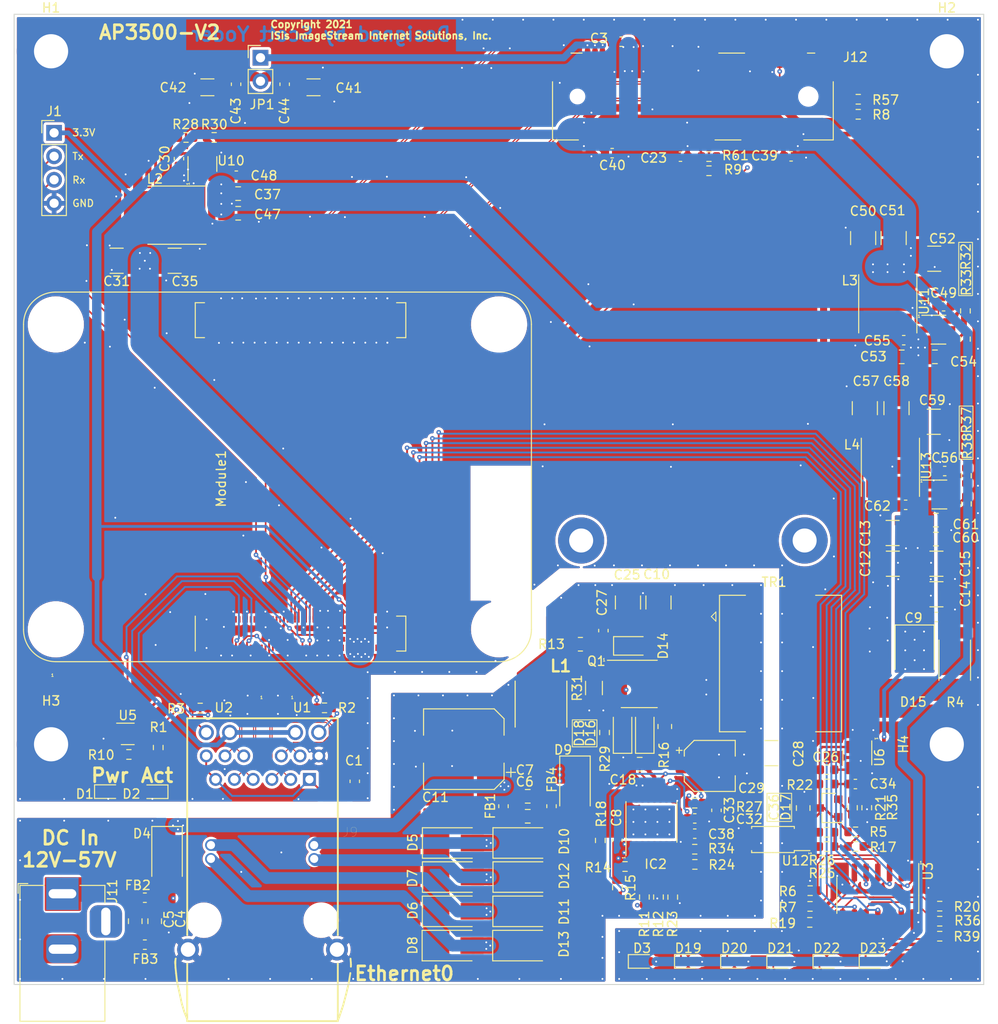
<source format=kicad_pcb>
(kicad_pcb (version 20210108) (generator pcbnew)
  (layers (0 "F.Cu" signal) (1 "In1.Cu" power) (2 "In2.Cu" power) (31 "B.Cu" signal) (34 "B.Paste" user) (35 "F.Paste" user) (36 "B.SilkS" user "B.Silkscreen") (37 "F.SilkS" user "F.Silkscreen") (38 "B.Mask" user) (39 "F.Mask" user) (44 "Edge.Cuts" user))
  (net 0 "")
  (net 1 "GND")
  (net 2 "/CM4_GPIO ( Ethernet, GPIO, SDCARD)/TR0_TAP")
  (net 3 "Net-(C1-Pad1)")
  (net 4 "GNDPWR")
  (net 5 "Net-(C4-Pad1)")
  (net 6 "Net-(C5-Pad1)")
  (net 7 "/CM4_GPIO ( Ethernet, GPIO, SDCARD)/TR1_TAP")
  (net 8 "/CM4_GPIO ( Ethernet, GPIO, SDCARD)/TR2_TAP")
  (net 9 "Net-(C5-Pad2)")
  (net 10 "Net-(C6-Pad1)")
  (net 11 "Net-(C6-Pad2)")
  (net 12 "/PoE/VSS")
  (net 13 "/PoE/VDD")
  (net 14 "/CM4_GPIO ( Ethernet, GPIO, SDCARD)/TR3_TAP")
  (net 15 "no_connect_(IC2-Pad7)")
  (net 16 "no_connect_(J12-Pad3)")
  (net 17 "no_connect_(J12-Pad5)")
  (net 18 "/CM4_HighSpeed/PCIE_CLK_nREQ")
  (net 19 "no_connect_(J12-Pad8)")
  (net 20 "no_connect_(J12-Pad10)")
  (net 21 "/CM4_HighSpeed/PCIE_CLK_N")
  (net 22 "/+12v")
  (net 23 "Net-(C9-Pad1)")
  (net 24 "Net-(C10-Pad1)")
  (net 25 "Net-(C32-Pad1)")
  (net 26 "no_connect_(J12-Pad12)")
  (net 27 "/CM4_HighSpeed/PCIE_CLK_P")
  (net 28 "no_connect_(J12-Pad14)")
  (net 29 "no_connect_(J12-Pad16)")
  (net 30 "no_connect_(J12-Pad17)")
  (net 31 "no_connect_(J12-Pad19)")
  (net 32 "/PoE/APD")
  (net 33 "Net-(C26-Pad1)")
  (net 34 "no_connect_(J12-Pad20)")
  (net 35 "Net-(C26-Pad2)")
  (net 36 "Net-(C27-Pad2)")
  (net 37 "/PoE/VC")
  (net 38 "Net-(C30-Pad2)")
  (net 39 "Net-(C30-Pad1)")
  (net 40 "Net-(Q1-Pad1)")
  (net 41 "Net-(C33-Pad1)")
  (net 42 "Net-(C49-Pad2)")
  (net 43 "Net-(C34-Pad1)")
  (net 44 "Net-(IC2-Pad8)")
  (net 45 "/CM4_HighSpeed/PCIE_RX_P")
  (net 46 "/CM4_HighSpeed/PCIE_RX_N")
  (net 47 "no_connect_(J12-Pad30)")
  (net 48 "Net-(C38-Pad2)")
  (net 49 "/CM4_HighSpeed/PCIE_TX_P")
  (net 50 "/+1.5v")
  (net 51 "Net-(C49-Pad1)")
  (net 52 "Net-(C56-Pad2)")
  (net 53 "Net-(C56-Pad1)")
  (net 54 "Net-(D15-Pad2)")
  (net 55 "/CM4_GPIO ( Ethernet, GPIO, SDCARD)/GPIO2")
  (net 56 "/CM4_GPIO ( Ethernet, GPIO, SDCARD)/GPIO3")
  (net 57 "/CM4_GPIO ( Ethernet, GPIO, SDCARD)/GPIO4")
  (net 58 "/CM4_GPIO ( Ethernet, GPIO, SDCARD)/GPIO17")
  (net 59 "/CM4_GPIO ( Ethernet, GPIO, SDCARD)/GPIO18")
  (net 60 "/CM4_GPIO ( Ethernet, GPIO, SDCARD)/GPIO27")
  (net 61 "/CM4_GPIO ( Ethernet, GPIO, SDCARD)/GPIO22")
  (net 62 "/CM4_GPIO ( Ethernet, GPIO, SDCARD)/GPIO23")
  (net 63 "/CM4_GPIO ( Ethernet, GPIO, SDCARD)/GPIO24")
  (net 64 "/CM4_GPIO ( Ethernet, GPIO, SDCARD)/GPIO10")
  (net 65 "/CM4_GPIO ( Ethernet, GPIO, SDCARD)/GPIO9")
  (net 66 "/CM4_GPIO ( Ethernet, GPIO, SDCARD)/GPIO25")
  (net 67 "/CM4_GPIO ( Ethernet, GPIO, SDCARD)/GPIO11")
  (net 68 "/CM4_GPIO ( Ethernet, GPIO, SDCARD)/GPIO8")
  (net 69 "/CM4_GPIO ( Ethernet, GPIO, SDCARD)/GPIO7")
  (net 70 "/CM4_GPIO ( Ethernet, GPIO, SDCARD)/GPIO5")
  (net 71 "/CM4_GPIO ( Ethernet, GPIO, SDCARD)/GPIO6")
  (net 72 "/CM4_GPIO ( Ethernet, GPIO, SDCARD)/GPIO12")
  (net 73 "/CM4_GPIO ( Ethernet, GPIO, SDCARD)/GPIO13")
  (net 74 "/CM4_GPIO ( Ethernet, GPIO, SDCARD)/GPIO16")
  (net 75 "/CM4_GPIO ( Ethernet, GPIO, SDCARD)/GPIO26")
  (net 76 "/CM4_GPIO ( Ethernet, GPIO, SDCARD)/GPIO20")
  (net 77 "/CM4_GPIO ( Ethernet, GPIO, SDCARD)/GPIO21")
  (net 78 "Net-(D16-Pad2)")
  (net 79 "Net-(D14-Pad2)")
  (net 80 "no_connect_(J12-Pad32)")
  (net 81 "/CM4_HighSpeed/PCIE_TX_N")
  (net 82 "no_connect_(J12-Pad36)")
  (net 83 "Net-(D17-Pad2)")
  (net 84 "no_connect_(J12-Pad38)")
  (net 85 "no_connect_(J12-Pad42)")
  (net 86 "no_connect_(J12-Pad44)")
  (net 87 "/PoE/T2P")
  (net 88 "Net-(IC2-Pad5)")
  (net 89 "Net-(IC2-Pad3)")
  (net 90 "Net-(IC2-Pad2)")
  (net 91 "Net-(J9-Pad20)")
  (net 92 "Net-(J9-Pad17)")
  (net 93 "/CM4_GPIO ( Ethernet, GPIO, SDCARD)/E0_TRD0_P")
  (net 94 "/CM4_GPIO ( Ethernet, GPIO, SDCARD)/E0_TRD0_N")
  (net 95 "/CM4_GPIO ( Ethernet, GPIO, SDCARD)/E0_TRD3_N")
  (net 96 "/CM4_GPIO ( Ethernet, GPIO, SDCARD)/E0_TRD3_P")
  (net 97 "/CM4_GPIO ( Ethernet, GPIO, SDCARD)/E0_TRD1_N")
  (net 98 "/CM4_GPIO ( Ethernet, GPIO, SDCARD)/E0_TRD1_P")
  (net 99 "/CM4_GPIO ( Ethernet, GPIO, SDCARD)/E0_TRD2_P")
  (net 100 "/CM4_GPIO ( Ethernet, GPIO, SDCARD)/E0_TRD2_N")
  (net 101 "Net-(J12-Pad45)")
  (net 102 "Net-(J12-Pad22)")
  (net 103 "Net-(J12-Pad1)")
  (net 104 "Net-(D18-Pad1)")
  (net 105 "/CM4_GPIO ( Ethernet, GPIO, SDCARD)/E0_LEDG")
  (net 106 "/CM4_GPIO ( Ethernet, GPIO, SDCARD)/E0_LEDY")
  (net 107 "/CM4_GPIO ( Ethernet, GPIO, SDCARD)/nPWR_LED")
  (net 108 "no_connect_(J12-Pad46)")
  (net 109 "no_connect_(Module1-Pad16)")
  (net 110 "Net-(D2-Pad1)")
  (net 111 "Net-(D1-Pad1)")
  (net 112 "Net-(R10-Pad2)")
  (net 113 "no_connect_(Module1-Pad18)")
  (net 114 "/CM4_GPIO ( Ethernet, GPIO, SDCARD)/GPIO19")
  (net 115 "/+3.3v")
  (net 116 "no_connect_(Module1-Pad19)")
  (net 117 "no_connect_(Module1-Pad35)")
  (net 118 "no_connect_(Module1-Pad36)")
  (net 119 "no_connect_(Module1-Pad57)")
  (net 120 "no_connect_(Module1-Pad61)")
  (net 121 "no_connect_(Module1-Pad62)")
  (net 122 "no_connect_(Module1-Pad63)")
  (net 123 "no_connect_(Module1-Pad64)")
  (net 124 "no_connect_(Module1-Pad67)")
  (net 125 "no_connect_(Module1-Pad68)")
  (net 126 "no_connect_(Module1-Pad69)")
  (net 127 "no_connect_(Module1-Pad70)")
  (net 128 "Net-(Module1-Pad21)")
  (net 129 "no_connect_(Module1-Pad72)")
  (net 130 "no_connect_(Module1-Pad73)")
  (net 131 "no_connect_(Module1-Pad75)")
  (net 132 "no_connect_(Module1-Pad76)")
  (net 133 "no_connect_(Module1-Pad80)")
  (net 134 "no_connect_(Module1-Pad82)")
  (net 135 "no_connect_(Module1-Pad84)")
  (net 136 "no_connect_(Module1-Pad86)")
  (net 137 "no_connect_(Module1-Pad88)")
  (net 138 "no_connect_(Module1-Pad89)")
  (net 139 "no_connect_(Module1-Pad90)")
  (net 140 "no_connect_(Module1-Pad91)")
  (net 141 "/+5v")
  (net 142 "no_connect_(Module1-Pad92)")
  (net 143 "no_connect_(Module1-Pad93)")
  (net 144 "no_connect_(Module1-Pad94)")
  (net 145 "Net-(R16-Pad2)")
  (net 146 "Net-(R25-Pad1)")
  (net 147 "Net-(D18-Pad2)")
  (net 148 "Net-(R28-Pad2)")
  (net 149 "no_connect_(Module1-Pad96)")
  (net 150 "Net-(R32-Pad2)")
  (net 151 "no_connect_(Module1-Pad97)")
  (net 152 "Net-(R37-Pad2)")
  (net 153 "no_connect_(Module1-Pad99)")
  (net 154 "no_connect_(Module1-Pad100)")
  (net 155 "no_connect_(Module1-Pad101)")
  (net 156 "no_connect_(Module1-Pad103)")
  (net 157 "no_connect_(Module1-Pad104)")
  (net 158 "no_connect_(Module1-Pad105)")
  (net 159 "no_connect_(Module1-Pad106)")
  (net 160 "/CM4_HighSpeed/PCIE_nRST")
  (net 161 "no_connect_(Module1-Pad111)")
  (net 162 "no_connect_(Module1-Pad115)")
  (net 163 "no_connect_(Module1-Pad117)")
  (net 164 "no_connect_(Module1-Pad121)")
  (net 165 "no_connect_(Module1-Pad123)")
  (net 166 "no_connect_(Module1-Pad127)")
  (net 167 "no_connect_(Module1-Pad128)")
  (net 168 "no_connect_(Module1-Pad129)")
  (net 169 "no_connect_(Module1-Pad130)")
  (net 170 "no_connect_(Module1-Pad133)")
  (net 171 "no_connect_(Module1-Pad134)")
  (net 172 "no_connect_(Module1-Pad135)")
  (net 173 "no_connect_(Module1-Pad136)")
  (net 174 "no_connect_(Module1-Pad139)")
  (net 175 "no_connect_(Module1-Pad140)")
  (net 176 "no_connect_(Module1-Pad141)")
  (net 177 "no_connect_(Module1-Pad142)")
  (net 178 "no_connect_(Module1-Pad143)")
  (net 179 "no_connect_(Module1-Pad145)")
  (net 180 "no_connect_(Module1-Pad146)")
  (net 181 "no_connect_(Module1-Pad147)")
  (net 182 "no_connect_(Module1-Pad148)")
  (net 183 "no_connect_(Module1-Pad149)")
  (net 184 "no_connect_(Module1-Pad151)")
  (net 185 "no_connect_(Module1-Pad152)")
  (net 186 "no_connect_(Module1-Pad153)")
  (net 187 "no_connect_(Module1-Pad154)")
  (net 188 "no_connect_(Module1-Pad157)")
  (net 189 "no_connect_(Module1-Pad158)")
  (net 190 "no_connect_(Module1-Pad159)")
  (net 191 "no_connect_(Module1-Pad160)")
  (net 192 "no_connect_(Module1-Pad163)")
  (net 193 "no_connect_(Module1-Pad164)")
  (net 194 "no_connect_(Module1-Pad165)")
  (net 195 "no_connect_(Module1-Pad166)")
  (net 196 "no_connect_(Module1-Pad169)")
  (net 197 "no_connect_(Module1-Pad170)")
  (net 198 "no_connect_(Module1-Pad171)")
  (net 199 "no_connect_(Module1-Pad172)")
  (net 200 "no_connect_(Module1-Pad175)")
  (net 201 "no_connect_(Module1-Pad176)")
  (net 202 "no_connect_(Module1-Pad177)")
  (net 203 "no_connect_(Module1-Pad178)")
  (net 204 "no_connect_(Module1-Pad181)")
  (net 205 "no_connect_(Module1-Pad182)")
  (net 206 "no_connect_(Module1-Pad183)")
  (net 207 "no_connect_(Module1-Pad184)")
  (net 208 "no_connect_(Module1-Pad187)")
  (net 209 "no_connect_(Module1-Pad188)")
  (net 210 "no_connect_(Module1-Pad189)")
  (net 211 "no_connect_(Module1-Pad190)")
  (net 212 "no_connect_(Module1-Pad193)")
  (net 213 "no_connect_(Module1-Pad194)")
  (net 214 "no_connect_(Module1-Pad195)")
  (net 215 "no_connect_(Module1-Pad196)")
  (net 216 "no_connect_(Module1-Pad199)")
  (net 217 "no_connect_(Module1-Pad200)")
  (net 218 "Net-(D3-Pad1)")
  (net 219 "Net-(D19-Pad1)")
  (net 220 "Net-(D20-Pad1)")
  (net 221 "Net-(D21-Pad1)")
  (net 222 "Net-(D22-Pad1)")
  (net 223 "Net-(D23-Pad1)")
  (net 224 "/CM4_GPIO ( Ethernet, GPIO, SDCARD)/UART_RX")
  (net 225 "/CM4_GPIO ( Ethernet, GPIO, SDCARD)/UART_TX")
  (net 226 "Net-(R6-Pad1)")
  (net 227 "Net-(R7-Pad1)")
  (net 228 "Net-(R19-Pad1)")
  (net 229 "Net-(R20-Pad1)")
  (net 230 "Net-(R36-Pad1)")
  (net 231 "Net-(R39-Pad1)")
  (footprint "Connector_BarrelJack:BarrelJack_Horizontal" (layer "F.Cu") (at 5.230671 95.176004 90)
    (fp_text reference "J11")
    (fp_text value "Barrel_Jack")
  )
  (footprint "Scott:BUS_PCI_Express_Mini_Full" (layer "F.Cu") (at 73.5068 8.8978 180)
    (fp_text reference "J12")
    (fp_text value "Bus_PCI_Express_Mini")
  )
  (footprint "Resistor_SMD:R_0603_1608Metric" (layer "F.Cu") (at 69.7776 95.5328 -90)
    (fp_text reference "R12")
    (fp_text value "4.42K 1%")
  )
  (footprint "Resistor_SMD:R_0603_1608Metric" (layer "F.Cu") (at 18.615001 13.3284)
    (fp_text reference "R28")
    (fp_text value "73.2K 1%")
  )
  (footprint "LED_SMD:LED_0603_1608Metric" (layer "F.Cu") (at 83 102.5)
    (fp_text reference "D21")
    (fp_text value "LED Green")
  )
  (footprint "Capacitor_SMD:C_0603_1608Metric" (layer "F.Cu") (at 73.7074 87.0238)
    (fp_text reference "C32")
    (fp_text value ".47u  16V")
  )
  (footprint "Resistor_SMD:R_0603_1608Metric" (layer "F.Cu") (at 21.663001 13.3284)
    (fp_text reference "R30")
    (fp_text value "10K 1%")
  )
  (footprint "LED_SMD:LED_0603_1608Metric" (layer "F.Cu") (at 78 102.5)
    (fp_text reference "D20")
    (fp_text value "LED Green")
  )
  (footprint "Resistor_SMD:R_0603_1608Metric" (layer "F.Cu") (at 65.3326 94.5168 -90)
    (fp_text reference "R15")
    (fp_text value "750K 1%")
  )
  (footprint "Diode_SMD:D_SMA" (layer "F.Cu") (at 16.558613 91.2952 -90)
    (fp_text reference "D4")
    (fp_text value "B2100")
  )
  (footprint "Capacitor_SMD:C_0805_2012Metric" (layer "F.Cu") (at 99.7165 37.071032)
    (fp_text reference "C54")
    (fp_text value "10u 25v")
  )
  (footprint "Resistor_SMD:R_0603_1608Metric" (layer "F.Cu") (at 88.0414 83.301699)
    (fp_text reference "R22")
    (fp_text value "1K 1%")
  )
  (footprint "Capacitor_SMD:C_1210_3225Metric" (layer "F.Cu") (at 99.8825 62.7644)
    (fp_text reference "C14")
    (fp_text value "22uF 16V")
  )
  (footprint "Package_SO:SOIC-14_3.9x8.7mm_P1.27mm" (layer "F.Cu") (at 93.5316 95.3526 -90)
    (fp_text reference "U3")
    (fp_text value "SN74LVC07AD")
  )
  (footprint "Capacitor_SMD:C_0805_2012Metric" (layer "F.Cu") (at 24.259 19.4066)
    (fp_text reference "C37")
    (fp_text value "10u 25v")
  )
  (footprint "Resistor_SMD:R_0603_1608Metric" (layer "F.Cu") (at 92.334 85.867099 90)
    (fp_text reference "R35")
    (fp_text value "2.61K 1%")
  )
  (footprint "Package_SO:SOP-4_4.4x2.6mm_P1.27mm" (layer "F.Cu") (at 82.1785 89.3074 180)
    (fp_text reference "U12")
    (fp_text value "HMHA2801AR2")
  )
  (footprint "Resistor_SMD:R_0603_1608Metric" (layer "F.Cu") (at 73.7074 85.3728 180)
    (fp_text reference "R27")
    (fp_text value "332 1%")
  )
  (footprint "Resistor_SMD:R_0603_1608Metric" (layer "F.Cu") (at 90.7846 85.867099 -90)
    (fp_text reference "R21")
    (fp_text value "10K 1%")
  )
  (footprint "LED_SMD:LED_0603_1608Metric" (layer "F.Cu") (at 68 102.5)
    (fp_text reference "D3")
    (fp_text value "LED Green")
  )
  (footprint "MountingHole:MountingHole_3.7mm_Pad_TopBottom" (layer "F.Cu") (at 101 4)
    (fp_text reference "H2")
    (fp_text value "Mounting Hole")
  )
  (footprint "Diode_SMD:D_SMA" (layer "F.Cu") (at 55.2568 93.369202)
    (fp_text reference "D12")
    (fp_text value "B2100")
  )
  (footprint "Diode_SMD:D_SOD-123" (layer "F.Cu") (at 68.2942 77.7284 90)
    (fp_text reference "D16")
    (fp_text value "MMSD4148T1G")
  )
  (footprint "Scott:L_TDK_VLS6045" (layer "F.Cu") (at 94.895799 49.024399 90)
    (fp_text reference "L4")
    (fp_text value "VLS6045EX-1R0N")
  )
  (footprint "Capacitor_SMD:C_0603_1608Metric" (layer "F.Cu") (at 100.6563 31.5921)
    (fp_text reference "C49")
    (fp_text value "100n 50v")
  )
  (footprint "Resistor_SMD:R_0603_1608Metric" (layer "F.Cu") (at 100.2372 96.521)
    (fp_text reference "R20")
    (fp_text value "1K 1%")
  )
  (footprint "Diode_SMD:D_SOD-123" (layer "F.Cu") (at 65.8902 77.7274 90)
    (fp_text reference "D18")
    (fp_text value "MMSD4148T1G")
  )
  (footprint "Diode_SMD:D_SMA" (layer "F.Cu") (at 55.244 97.0798)
    (fp_text reference "D11")
    (fp_text value "B2100")
  )
  (footprint "Resistor_SMD:R_0603_1608Metric" (layer "F.Cu") (at 86.2032 94.8446 180)
    (fp_text reference "R6")
    (fp_text value "1K 1%")
  )
  (footprint "Connector_PinHeader_2.54mm:PinHeader_1x02_P2.54mm_Vertical" (layer "F.Cu") (at 26.6788 4.7)
    (fp_text reference "JP1")
    (fp_text value "Jumper_2_Open")
  )
  (footprint "Capacitor_SMD:C_0603_1608Metric" (layer "F.Cu") (at 65.3326 89.3984 90)
    (fp_text reference "C8")
    (fp_text value ".1u 100v")
  )
  (footprint "Resistor_SMD:R_0805_2012Metric" (layer "F.Cu") (at 70.4634 77.0776 -90)
    (fp_text reference "R16")
    (fp_text value "20")
  )
  (footprint "Capacitor_SMD:C_1210_3225Metric" (layer "F.Cu") (at 99.6403 26.4513)
    (fp_text reference "C52")
    (fp_text value "22uF 16V")
  )
  (footprint "Package_TO_SOT_SMD:SOT-23" (layer "F.Cu") (at 88.2446 85.892499 180)
    (fp_text reference "D17")
    (fp_text value "BAT54S")
  )
  (footprint "Diode_SMD:D_SMA" (layer "F.Cu") (at 55.2248 100.7882)
    (fp_text reference "D13")
    (fp_text value "B2100")
  )
  (footprint "Resistor_SMD:R_0603_1608Metric" (layer "F.Cu") (at 63.9356 77.7274 90)
    (fp_text reference "R29")
    (fp_text value "10 1%")
  )
  (footprint "Resistor_SMD:R_0603_1608Metric" (layer "F.Cu") (at 91.4112 10.8214)
    (fp_text reference "R8")
    (fp_text value "DNS 4.7K 1%")
  )
  (footprint "Resistor_SMD:R_0603_1608Metric" (layer "F.Cu") (at 100.2372 99.7722)
    (fp_text reference "R39")
    (fp_text value "1K 1%")
  )
  (footprint "Scott:L_TDK_VLS6045" (layer "F.Cu") (at 94.6111 31.3281 90)
    (fp_text reference "L3")
    (fp_text value "VLS6045EX-1R5N")
  )
  (footprint "Resistor_SMD:R_0603_1608Metric" (layer "F.Cu") (at 15.6044 79.3506 90)
    (fp_text reference "R1")
    (fp_text value "1K 1%")
  )
  (footprint "Capacitor_SMD:C_0805_2012Metric" (layer "F.Cu") (at 15.2233 98.1466 -90)
    (fp_text reference "C4")
    (fp_text value "1000p 100v")
  )
  (footprint "Package_TO_SOT_SMD:SOT-23-6" (layer "F.Cu") (at 100.204399 51.968802)
    (fp_text reference "U13")
    (fp_text value "TPS563249DDCR")
  )
  (footprint "Capacitor_SMD:C_0603_1608Metric" (layer "F.Cu") (at 100.7756 49.428802)
    (fp_text reference "C56")
    (fp_text value "100n 50v")
  )
  (footprint "Capacitor_SMD:C_0603_1608Metric" (layer "F.Cu") (at 96.5468 53.087 180)
    (fp_text reference "C62")
    (fp_text value "100n 50v")
  )
  (footprint "Capacitor_SMD:C_0603_1608Metric" (layer "F.Cu") (at 72.159396 15.406795 180)
    (fp_text reference "C23")
    (fp_text value ".1u 25v")
  )
  (footprint "Package_SO:SO-8_3.9x4.9mm_P1.27mm" (layer "F.Cu") (at 67.6948 72.4696)
    (fp_text reference "Q1")
    (fp_text value "FDS86242")
  )
  (footprint "Capacitor_SMD:C_1210_3225Metric" (layer "F.Cu") (at 11.104802 26.671 180)
    (fp_text reference "C31")
    (fp_text value "22uF 16V")
  )
  (footprint "Inductor_SMD:L_0603_1608Metric" (layer "F.Cu") (at 52.994 85.7006 90)
    (fp_text reference "FB1")
    (fp_text value "300 OHM")
  )
  (footprint "Scott:USON-10_2.51x1.0mm_P0.5mm" (layer "F.Cu") (at 28.5678 74.7236 -90)
    (fp_text reference "U1")
    (fp_text value "TPD4EUSB30" hide)
  )
  (footprint "Diode_SMD:D_SMA" (layer "F.Cu") (at 60.7366 83.6686 -90)
    (fp_text reference "D9")
    (fp_text value "SMAJ58A")
  )
  (footprint "Resistor_SMD:R_0603_1608Metric" (layer "F.Cu") (at 73.7074 90.358801)
    (fp_text reference "R34")
    (fp_text value "2K 1%")
  )
  (footprint "Resistor_SMD:R_0603_1608Metric" (layer "F.Cu") (at 75.245796 15.397795)
    (fp_text reference "R61")
    (fp_text value "0 1%")
  )
  (footprint "Capacitor_SMD:C_0603_1608Metric" (layer "F.Cu") (at 63.8136 66.7014 -90)
    (fp_text reference "C27")
    (fp_text value ".1u 100v")
  )
  (footprint "Diode_SMD:D_SMA" (layer "F.Cu") (at 47.6048 97.0798)
    (fp_text reference "D6")
    (fp_text value "B2100")
  )
  (footprint "Capacitor_SMD:C_0603_1608Metric" (layer "F.Cu") (at 99.8816 65.2282 180)
    (fp_text reference "C9")
    (fp_text value "2200pF 100v")
  )
  (footprint "Resistor_SMD:R_0603_1608Metric" (layer "F.Cu") (at 75.245796 16.930795 180)
    (fp_text reference "R9")
    (fp_text value "DNS 4.7K 1%")
  )
  (footprint "Capacitor_SMD:C_1210_3225Metric" (layer "F.Cu") (at 92.127199 42.623599 90)
    (fp_text reference "C57")
    (fp_text value "22uF 16V")
  )
  (footprint "Resistor_SMD:R_0603_1608Metric" (layer "F.Cu") (at 103.125399 52.984802 -90)
    (fp_text reference "R38")
    (fp_text value "10K 1%")
  )
  (footprint "Resistor_SMD:R_0603_1608Metric" (layer "F.Cu") (at 71.3226 95.5418 -90)
    (fp_text reference "R23")
    (fp_text value "34K 1%")
  )
  (footprint "Package_TO_SOT_SMD:SOT-23-6" (layer "F.Cu") (at 100.0975 34.1321)
    (fp_text reference "U11")
    (fp_text value "TPS563249DDCR")
  )
  (footprint "Diode_SMD:D_PowerDI-123" (layer "F.Cu") (at 67.1156 68.3524)
    (fp_text reference "D14")
    (fp_text value "DFLU1200-7")
  )
  (footprint "Scott:L_TDK_VLS6045" (layer "F.Cu") (at 17.632601 21.7358 180)
    (fp_text reference "L2")
    (fp_text value "VLS6045EX-1R5N")
  )
  (footprint "Package_TO_SOT_SMD:SOT-23-5" (layer "F.Cu") (at 91.318 80.431499 -90)
    (fp_text reference "U6")
    (fp_text value "TL431AIDBVR")
  )
  (footprint "Capacitor_SMD:CP_Elec_8x10.5" (layer "F.Cu") (at 48.697 79.5284 180)
    (fp_text reference "C11")
    (fp_text value "22u  100v")
  )
  (footprint "Resistor_SMD:R_0603_1608Metric" (layer "F.Cu") (at 68.2536 95.5328 90)
    (fp_text reference "R11")
    (fp_text value "100K 1%")
  )
  (footprint "Resistor_SMD:R_0603_1608Metric" (layer "F.Cu") (at 33.613 75.058 180)
    (fp_text reference "R2")
    (fp_text value "470R")
  )
  (footprint "Capacitor_SMD:C_0805_2012Metric" (layer "F.Cu") (at 55.6204 86.7904)
    (fp_text reference "C6")
    (fp_text value "1000p 100v")
  )
  (footprint "Inductor_SMD:L_0603_1608Metric" (layer "F.Cu") (at 58.1966 85.7006 90)
    (fp_text reference "FB4")
    (fp_text value "300 OHM")
  )
  (footprint "LED_SMD:LED_0603_1608Metric" (layer "F.Cu") (at 88 102.5)
    (fp_text reference "D22")
    (fp_text value "LED Green")
  )
  (footprint "Capacitor_SMD:C_0603_1608Metric" (layer "F.Cu") (at 76.0564 86.1478 -90)
    (fp_text reference "C33")
    (fp_text value "330p 50v")
  )
  (footprint "Capacitor_SMD:C_1210_3225Metric" (layer "F.Cu") (at 82 79.9602)
    (fp_text reference "C28")
    (fp_text value "2.2nF 2KV")
  )
  (footprint "Resistor_SMD:R_2512_6332Metric" (layer "F.Cu") (at 101.8628 69.9018 -90)
    (fp_text reference "R4")
    (fp_text value "7.5 5% 1W")
  )
  (footprint "Capacitor_SMD:C_1206_3216Metric" (layer "F.Cu") (at 20.9309 7.9004 180)
    (fp_text reference "C42")
    (fp_text value "47u 10v")
  )
  (footprint "Resistor_SMD:R_0603_1608Metric" (layer "F.Cu") (at 103.125399 49.936802 -90)
    (fp_text reference "R37")
    (fp_text value "15K 1%")
  )
  (footprint "Capacitor_SMD:C_0805_2012Metric" (layer "F.Cu") (at 55.6204 84.6314)
    (fp_text reference "C7")
    (fp_text value "1000p 100v")
  )
  (footprint "Resistor_SMD:R_0603_1608Metric" (layer "F.Cu") (at 91.1302 90.056899)
    (fp_text reference "R17")
    (fp_text value "0R 1%")
  )
  (footprint "Capacitor_SMD:C_0603_1608Metric" (layer "F.Cu") (at 91.1024 83.301699)
    (fp_text reference "C34")
    (fp_text value "33n 25v")
  )
  (footprint "Capacitor_SMD:C_0805_2012Metric" (layer "F.Cu") (at 13.1151 98.1466 -90)
    (fp_text reference "C5")
    (fp_text value "1000p 100v")
  )
  (footprint "Capacitor_SMD:C_1210_3225Metric" (layer "F.Cu") (at 95.1572 59.4597 180)
    (fp_text reference "C12")
    (fp_text value "22uF 16V")
  )
  (footprint "Resistor_SMD:R_0603_1608Metric" (layer "F.Cu") (at 86.191 96.5464 180)
    (fp_text reference "R7")
    (fp_text value "1K 1%")
  )
  (footprint "Resistor_SMD:R_0603_1608Metric" (layer "F.Cu") (at 91.4112 9.1958)
    (fp_text reference "R57")
    (fp_text value "4.7K")
  )
  (footprint "Diode_SMD:D_SMA" (layer "F.Cu") (at 47.614943 89.682403)
    (fp_text reference "D5")
    (fp_text value "B2100")
  )
  (footprint "Resistor_SMD:R_0603_1608Metric" (layer "F.Cu") (at 103.0185 32.1001 -90)
    (fp_text reference "R32")
    (fp_text value "45.3K 1%")
  )
  (footprint "Scott:WE-TPC_4818_482892-744042003" (layer "F.Cu") (at 57.0572 74.6516 90)
    (fp_text reference "L1")
    (fp_text value "744042003" hide)
  )
  (footprint "Resistor_SMD:R_0805_2012Metric" (layer "F.Cu") (at 61.3244 68.1746)
    (fp_text reference "R13")
    (fp_text value "39K 1%")
  )
  (footprint "Connector_PinHeader_2.54mm:PinHeader_1x04_P2.54mm_Vertical" (layer "F.Cu") (at 4.3268 12.828)
    (fp_text reference "J1")
    (fp_text value "Console")
  )
  (footprint "LED_SMD:LED_0603_1608Metric" (layer "F.Cu") (at 93 102.5)
    (fp_text reference "D23")
    (fp_text value "LED Green")
  )
  (footprint "Capacitor_SMD:C_0603_1608Metric" (layer "F.Cu") (at 24.0372 7.5702 -90)
    (fp_text reference "C43")
    (fp_text value ".1u 25v")
  )
  (footprint "Capacitor_SMD:C_1210_3225Metric" (layer "F.Cu") (at 17.378602 26.671)
    (fp_text reference "C35")
    (fp_text value "22uF 16V")
  )
  (footprint "Capacitor_SMD:C_0603_1608Metric" (layer "F.Cu") (at 65.742796 2.960795 180)
    (fp_text reference "C3")
    (fp_text value ".1u 25v")
  )
  (footprint "AP3500:Raspberry-Pi-4-Compute-Module" (layer "F.Cu") (at 52.517398 66.56179 90)
    (fp_text reference "Module1")
    (fp_text value "ComputeModule4")
  )
  (footprint "MountingHole:MountingHole_3.7mm_Pad_TopBottom" (layer "F.Cu") (at 101 79 90)
    (fp_text reference "H4")
    (fp_text value "Mounting Hole")
  )
  (footprint "Capacitor_SMD:C_0805_2012Metric" (layer "F.Cu") (at 24.262001 21.5326)
    (fp_text reference "C47")
    (fp_text value "10u 25v")
  )
  (footprint "Scott:USON-10_2.51x1.0mm_P0.5mm" (layer "F.Cu") (at 25.2912 74.7236 -90)
    (fp_text reference "U2")
    (fp_text value "TPD4EUSB30" hide)
  )
  (footprint "0826-1X1T-GH-F:BEL_0826-1X1T-GH-F" (layer "F.Cu") (at 26.9 98.04 180)
    (fp_text reference "J9")
    (fp_text value "0826-1X1T-GH-F")
  )
  (footprint "Capacitor_SMD:C_0603_1608Metric" (layer "F.Cu") (at 96.3383 35.267632 180)
    (fp_text reference "C55")
    (fp_text value "100n 50v")
  )
  (footprint "Capacitor_SMD:C_1206_3216Metric" (layer "F.Cu") (at 32.4209 7.9004)
    (fp_text reference "C41")
    (fp_text value "47u 10v")
  )
  (footprint "Capacitor_SMD:C_1210_3225Metric" (layer "F.Cu") (at 66.4756 63.6558 90)
    (fp_text reference "C25")
    (fp_text value "2.2u 100v")
  )
  (footprint "Resistor_SMD:R_0603_1608Metric" (layer "F.Cu") (at 63.4798 89.409 90)
    (fp_text reference "R18")
    (fp_text value "63.4 1%")
  )
  (footprint "Package_TO_SOT_SMD:SOT-23-6" (layer "F.Cu") (at 20.391001 16.1986 90)
    (fp_text reference "U10")
    (fp_text value "TPS563249DDCR")
  )
  (footprint "Capacitor_SMD:C_1210_3225Metric" (layer "F.Cu") (at 99.592999 44.096799)
    (fp_text reference "C59")
    (fp_text value "22uF 16V")
  )
  (footprint "Resistor_SMD:R_0603_1608Metric" (layer "F.Cu") (at 100.2372 98.1466)
    (fp_text reference "R36")
    (fp_text value "1K 1%")
  )
  (footprint "Capacitor_SMD:C_0805_2012Metric" (layer "F.Cu") (at 99.8206 54.738)
    (fp_text reference "C61")
    (fp_text value "10u 25v")
  )
  (footprint "Capacitor_SMD:C_0603_1608Metric" (layer "F.Cu") (at 29.2987 7.5702 -90)
    (fp_text reference "C44")
    (fp_text value ".1u 25v")
  )
  (footprint "Capacitor_SMD:C_0603_1608Metric" (layer "F.Cu") (at 84.141795 15.373794)
    (fp_text reference "C39")
    (fp_text value ".1u 25v")
  )
  (footprint "Capacitor_SMD:C_0603_1608Metric" (layer "F.Cu") (at 24.061001 17.4686)
    (fp_text reference "C48")
    (fp_text value "100n 50v")
  )
  (footprint "Capacitor_SMD:C_0805_2012Metric" (layer "F.Cu") (at 85.4509 85.902498 90)
    (fp_text reference "C36")
    (fp_text value "1u 25v")
  )
  (footprint "Resistor_SMD:R_0603_1608Metric" (layer "F.Cu") (at 88.0212 90.071299)
    (fp_text reference "R25")
    (fp_text value "2K 1%")
  )
  (footprint "Capacitor_SMD:C_0603_1608Metric" (layer "F.Cu") (at 17.853001 15.6238 90)
    (fp_text reference "C30")
    (fp_text value "100n 50v")
  )
  (footprint "Resistor_SMD:R_0603_1608Metric" (layer "F.Cu") (at 88.0212 88.52)
    (fp_text reference "R26")
    (fp_text value "10K 1%")
  )
  (footprint "MountingHole:MountingHole_3.7mm_Pad_TopBottom" (layer "F.Cu") (at 4 4)
    (fp_text reference "H1")
    (fp_text value "Mounting Hole")
  )
  (footprint "LED_SMD:LED_0603_1608Metric" (layer "F.Cu") (at 73 102.5)
    (fp_text reference "D19")
    (fp_text value "LED Green")
  )
  (footprint "Capacitor_SMD:C_1210_3225Metric" (layer "F.Cu") (at 99.8816 59.4624)
    (fp_text reference "C15")
    (fp_text value "22uF 16V")
  )
  (footprint "Capacitor_SMD:C_0603_1608Metric" (layer "F.Cu") (at 73.7074 88.6748)
    (fp_text reference "C38")
    (fp_text value ".022u 50v")
  )
  (footprint "Capacitor_SMD:C_1210_3225Metric" (layer "F.Cu") (at 91.9441 24.2161 90)
    (fp_text reference "C50")
    (fp_text value "22uF 16V")
  )
  (footprint "Capacitor_SMD:CP_Elec_5x5.8" (layer "F.Cu") (at 75.334 81.343001)
    (fp_text reference "C29")
    (fp_text value "22u  25v")
  )
  (footprint "Diode_SMD:D_PowerDI-5" (layer "F.Cu") (at 97.5194 69.9018 -90)
    (fp_text reference "D15")
    (fp_text value "SBR8A60P5-13")
  )
  (footprint "Capacitor_SMD:C_0805_2012Metric" (layer "F.Cu") (at 96.1199 37.071032 180)
    (fp_text reference "C53")
    (fp_text value "10u 25v")
  )
  (footprint "Capacitor_SMD:C_1210_3225Metric" (layer "F.Cu") (at 69.7776 63.6558 90)
    (fp_text reference "C10")
    (fp_text value "2.2u 100v")
  )
  (footprint "Inductor_SMD:L_0603_1608Metric" (layer "F.Cu") (at 14.1566 100.6866)
    (fp_text reference "FB3")
    (fp_text value "300 OHM")
  )
  (footprint "Resistor_SMD:R_0603_1608Metric" (layer "F.Cu") (at 66.1576 92.2308)
    (fp_text reference "R14")
    (fp_text value "24.9K 1%")
  )
  (footprint "Resistor_SMD:R_0603_1608Metric" (layer "F.Cu") (at 86.1656 98.2736 180)
    (fp_text reference "R19")
    (fp_text value "1K 1%")
  )
  (footprint "Diode_SMD:D_SMA" (layer "F.Cu") (at 55.254143 89.682403)
    (fp_text reference "D10")
    (fp_text value "B2100")
  )
  (footprint "Resistor_SMD:R_0603_1608Metric" (layer "F.Cu") (at 103.0185 35.1481 -90)
    (fp_text reference "R33")
    (fp_text value "10K 1%")
  )
  (footprint "Scott:Transformer_TNK_TSE265" (layer "F.Cu") (at 82.1982 70.2598)
    (fp_text reference "TR1")
    (fp_text value "TSE265  /  C465989")
  )
  (footprint "Resistor_SMD:R_1206_3216Metric" (layer "F.Cu") (at 62.7926 72.9121 90)
    (fp_text reference "R31")
    (fp_text value ".082 1%")
  )
  (footprint "Capacitor_SMD:C_0603_1608Metric" (layer "F.Cu") (at 64.763196 15.025795)
    (fp_text reference "C40")
    (fp_text value ".1u 25v")
  )
  (footprint "Diode_SMD:D_SMA" (layer "F.Cu") (at 47.6176 93.369202)
    (fp_text reference "D7")
    (fp_text value "B2100")
  )
  (footprint "Capacitor_SMD:C_1210_3225Metric" (layer "F.Cu") (at 95.1318 56.135 180)
    (fp_text reference "C13")
    (fp_text value "22uF 16V")
  )
  (footprint "Capacitor_SMD:C_0603_1608Metric" (layer "F.Cu") (at 36.8896 83.0082 90)
    (fp_text reference "C1")
    (fp_text value "100n 16v")
  )
  (footprint "Capacitor_SMD:C_0805_2012Metric" (layer "F.Cu") (at 67.7456 81.1564 180)
    (fp_text reference "C18")
    (fp_text value "1uF 25V")
  )
  (footprint "Package_TO_SOT_SMD:SOT-353_SC-70-5" (layer "F.Cu") (at 12.3024 77.8774)
    (fp_text reference "U5")
    (fp_text value "74LVC1G07SE-7")
  )
  (footprint "Inductor_SMD:L_0603_1608Metric" (layer "F.Cu") (at 14.1566 95.6066)
    (fp_text reference "FB2")
    (fp_text value "300 OHM")
  )
  (footprint "Capacitor_SMD:C_1210_3225Metric" (layer "F.Cu") (at 95.2461 24.2161 90)
    (fp_text reference "C51")
    (fp_text value "22uF 16V")
  )
  (footprint "Capacitor_SMD:C_1210_3225Metric" (layer "F.Cu") (at 95.556199 42.623599 90)
    (fp_text reference "C58")
    (fp_text value "22uF 16V")
  )
  (footprint "Scott:HTSSOP-16-1EP_4.4x5mm_P0.65mm_EP3.4x5mm_Mask2.46x2.31mm_ThermalVias" (layer "F.Cu") (at 69.015609 87.404788 90)
    (fp_text reference "IC2")
    (fp_text value "TPS23751PWPR")
  )
  (footprint "Resistor_SMD:R_0603_1608Metric" (layer "F.Cu") (at 12.4294 80.1004)
    (fp_text reference "R10")
    (fp_text value "1K 1%")
  )
  (footprint "Capacitor_SMD:C_0603_1608Metric" (layer "F.Cu") (at 88.0414 81.752299)
    (fp_text reference "C26")
    (fp_text value "100pF 50V")
  )
  (footprint "LED_SMD:LED_0603_1608Metric" (layer "F.Cu") (at 15.1736 84.1358 180)
    (fp_text reference "D2")
    (fp_text value "LED Green")
  )
  (footprint "Resistor_SMD:R_0603_1608Metric" (layer "F.Cu") (at 20.151 75.0834)
    (fp_text reference "R3")
    (fp_text value "470R")
  )
  (footprint "Resistor_SMD:R_0603_1608Metric" (layer "F.Cu") (at 73.7196 92.0022)
    (fp_text reference "R24")
    (fp_text value "2K 1%")
  )
  (footprint "Diode_SMD:D_SMA" (layer "F.Cu") (at 47.5856 100.7882)
    (fp_text reference "D8")
    (fp_text value "B2100")
  )
  (footprint "Capacitor_SMD:C_0805_2012Metric" (layer "F.Cu") (at 99.823398 56.7954)
    (fp_text reference "C60")
    (fp_text value "10u 25v")
  )
  (footprint "MountingHole:MountingHole_3.7mm_Pad_TopBottom" (layer "F.Cu") (at 4 79)
    (fp_text reference "H3")
    (fp_text value "Mounting Hole")
  )
  (footprint "LED_SMD:LED_0603_1608Metric" (layer "F.Cu") (at 10.1942 84.1258)
    (fp_text reference "D1")
    (fp_text value "LED Red")
  )
  (footprint "Resistor_SMD:R_0603_1608Metric" (layer "F.Cu") (at 91.128 88.483299)
    (fp_text reference "R5")
    (fp_text value "4.99K 1%")
  )
  (gr_rect (start 63.1151 76.355788) (end 60.4481 79.276788) (layer "F.SilkS") (width 0.1016) (fill none))
  (gr_rect (start 84.1971 84.3036) (end 81.5301 87.3516) (layer "F.SilkS") (width 0.1016) (fill none))
  (gr_rect (start 103.7805 24.6771) (end 102.2946 30.4429) (layer "F.SilkS") (width 0.1016) (fill none))
  (gr_rect (start 103.836599 42.394999) (end 102.350699 48.160799) (layer "F.SilkS") (width 0.1016) (fill none))
  (gr_line (start 105 0) (end 105 105) (layer "Edge.Cuts") (width 0.1))
  (gr_line (start 0 0) (end 105 0) (layer "Edge.Cuts") (width 0.1))
  (gr_line (start 0 105) (end 105 105) (layer "Edge.Cuts") (width 0.1))
  (gr_line (start 0 105) (end 0 0) (layer "Edge.Cuts") (width 0.1))
  (gr_text "Designed by Scott Yoder" (at 33.24 2.16) (layer "B.Cu") (effects (font (size 1.5 1.5) (thickness 0.3)) (justify mirror)))
  (gr_text "Act" (at 15.4774 82.3732) (layer "F.SilkS") (effects (font (size 1.5 1.5) (thickness 0.3))))
  (gr_text "1" (at 63.8856 69.8678) (layer "F.SilkS") (effects (font (size 0.3048 0.3048) (thickness 0.0762))))
  (gr_text "AP3500-V2" (at 9.0258 1.9568) (layer "F.SilkS") (effects (font (size 1.5 1.5) (thickness 0.3)) (justify left)))
  (gr_text "Rx" (at 6.2318 17.933401) (layer "F.SilkS") (effects (font (size 0.762 0.762) (thickness 0.127)) (justify left)))
  (gr_text "DC In" (at 6.1048 89.1296) (layer "F.SilkS") (effects (font (size 1.5 1.5) (thickness 0.3))))
  (gr_text "1" (at 97.9893 32.676832) (layer "F.SilkS") (effects (font (size 0.3048 0.3048) (thickness 0.0762))))
  (gr_text "3.3V" (at 6.2318 12.8026) (layer "F.SilkS") (effects (font (size 0.762 0.762) (thickness 0.127)) (justify left)))
  (gr_text "Tx" (at 6.2318 15.368) (layer "F.SilkS") (effects (font (size 0.762 0.762) (thickness 0.127)) (justify left)))
  (gr_text "1" (at 26.7898 73.9362) (layer "F.SilkS") (effects (font (size 0.3048 0.3048) (thickness 0.0762))))
  (gr_text "Copyright 2021\nISis ImageStream Internet Solutions, Inc." (at 27.6694 1.7028) (layer "F.SilkS") (effects (font (size 0.762 0.762) (thickness 0.1778)) (justify left)))
  (gr_text "Ethernet0" (at 42.249 103.8108) (layer "F.SilkS") (effects (font (size 1.5 1.5) (thickness 0.3))))
  (gr_text " 12V-57V" (at 5.419 91.5172) (layer "F.SilkS") (effects (font (size 1.5 1.5) (thickness 0.3))))
  (gr_text "1" (at 66.0184 91.2656 90) (layer "F.SilkS") (effects (font (size 0.3048 0.3048) (thickness 0.0762))))
  (gr_text "1" (at 4.154 71.5308) (layer "F.SilkS") (effects (font (size 0.3048 0.3048) (thickness 0.0762))))
  (gr_text "1" (at 93.3658 78.3872 270) (layer "F.SilkS") (effects (font (size 0.3048 0.3048) (thickness 0.0762))))
  (gr_text "Pwr" (at 10.372 82.3732) (layer "F.SilkS") (effects (font (size 1.5 1.5) (thickness 0.3))))
  (gr_text "1" (at 86.191 90.806 270) (layer "F.SilkS") (effects (font (size 0.3048 0.3048) (thickness 0.0762))))
  (gr_text "1" (at 98.2052 91.822) (layer "F.SilkS") (effects (font (size 0.3048 0.3048) (thickness 0.0762))))
  (gr_text "1" (at 18.839201 18.3366 90) (layer "F.SilkS") (effects (font (size 0.3048 0.3048) (thickness 0.0762))))
  (gr_text "1" (at 98.261 50.497599) (layer "F.SilkS") (effects (font (size 0.3048 0.3048) (thickness 0.0762))))
  (gr_text "GND" (at 6.2318 20.448) (layer "F.SilkS") (effects (font (size 0.762 0.762) (thickness 0.127)) (justify left)))
  (gr_text "1" (at 30.1172 73.9362) (layer "F.SilkS") (effects (font (size 0.3048 0.3048) (thickness 0.0762))))
  (segment (start 40.4202 35.5356) (end 40.4202 35.4086) (width 0.2032) (layer "F.Cu") (net 1))
  (segment (start 22.417398 65.48179) (end 22.417398 65.995998) (width 0.2032) (layer "F.Cu") (net 1))
  (segment (start 24.8246 35.5356) (end 24.8246 35.4086) (width 0.2032) (layer "F.Cu") (net 1))
  (segment (start 40.416002 65.53061) (end 40.416002 64.665202) (width 0.2032) (layer "F.Cu") (net 1))
  (segment (start 35.6196 30.735) (end 35.6196 30.8366) (width 0.2032) (layer "F.Cu") (net 1))
  (segment (start 66.5068 12.9978) (end 66.5068 15.3688) (width 0.508) (layer "F.Cu") (net 1))
  (segment (start 24.9262 64.644) (end 25.213599 64.644) (width 0.2032) (layer "F.Cu") (net 1))
  (segment (start 22.4116 30.735) (end 22.4116 30.8366) (width 0.2032) (layer "F.Cu") (net 1))
  (segment (start 35.617398 35.533398) (end 35.6196 35.5356) (width 0.2032) (layer "F.Cu") (net 1))
  (segment (start 22.417398 31.56179) (end 22.417398 30.740798) (width 0.2032) (layer "F.Cu") (net 1))
  (segment (start 24.817398 30.854798) (end 24.817398 31.56179) (width 0.2032) (layer "F.Cu") (net 1))
  (segment (start 32.017398 31.56179) (end 32.017398 30.739598) (width 0.2032) (layer "F.Cu") (net 1))
  (segment (start 34.417398 31.56179) (end 34.417398 30.743402) (width 0.2032) (layer "F.Cu") (net 1))
  (segment (start 25.217398 65.48179) (end 25.217398 64.647799) (width 0.2032) (layer "F.Cu") (net 1))
  (segment (start 23.6054 69.3938) (end 23.6308 69.3684) (width 0.2032) (layer "F.Cu") (net 1))
  (segment (start 26.12 30.8366) (end 26.0438 30.8366) (width 0.2032) (layer "F.Cu") (net 1))
  (segment (start 65.3068 4.7978) (end 65.3068 3.299799) (width 0.508) (layer "F.Cu") (net 1))
  (segment (start 33.217398 31.56179) (end 33.217398 30.745798) (width 0.2032) (layer "F.Cu") (net 1))
  (segment (start 39.217398 34.64179) (end 39.2264 34.650792) (width 0.2032) (layer "F.Cu") (net 1))
  (segment (start 22.417398 30.740798) (end 22.4116 30.735) (width 0.2032) (layer "F.Cu") (net 1))
  (segment (start 30.817398 30.736602) (end 30.819 30.735) (width 0.2032) (layer "F.Cu") (net 1))
  (segment (start 38.017398 34.64179) (end 38.017398 35.520398) (width 0.2032) (layer "F.Cu") (net 1))
  (segment (start 26.017398 30.939202) (end 26.017398 31.56179) (width 0.2032) (layer "F.Cu") (net 1))
  (segment (start 30.817398 31.56179) (end 30.817398 30.736602) (width 0.2032) (layer "F.Cu") (net 1))
  (segment (start 35.24 67.76) (end 35.217398 67.782602) (width 0.2032) (layer "F.Cu") (net 1))
  (segment (start 38.017398 30.750202) (end 38.0326 30.735) (width 0.2032) (layer "F.Cu") (net 1))
  (segment (start 65.3068 3.299799) (end 64.967796 2.960795) (width 0.508) (layer "F.Cu") (net 1))
  (segment (start 38.0326 30.735) (end 38.0326 30.8366) (width 0.2032) (layer "F.Cu") (net 1))
  (segment (start 23.617398 35.522198) (end 23.6308 35.5356) (width 0.2032) (layer "F.Cu") (net 1))
  (segment (start 67.7068 5.737599) (end 68.155796 6.186595) (width 0.508) (layer "F.Cu") (net 1))
  (segment (start 23.617398 31.56179) (end 23.617398 30.748402) (width 0.2032) (layer "F.Cu") (net 1))
  (segment (start 29.214602 65.524207) (end 29.214602 64.658799) (width 0.2032) (layer "F.Cu") (net 1))
  (segment (start 27.217398 65.48179) (end 27.217398 66.317398) (width 0.2032) (layer "F.Cu") (net 1))
  (segment (start 25.617398 68.56179) (end 25.617198 68.56159) (width 0.2032) (layer "F.Cu") (net 1))
  (segment (start 68.5068 4.7978) (end 68.5068 5.835591) (width 0.508) (layer "F.Cu") (net 1))
  (segment (start 23.617398 68.56179) (end 23.617398 65.48179) (width 0.2032) (layer "F.Cu") (net 1))
  (segment (start 62.5068 10.654989) (end 62.518188 10.643601) (width 0.508) (layer "F.Cu") (net 1))
  (segment (start 21.206188 65.493) (end 21.217398 65.48179) (width 0.2032) (layer "F.Cu") (net 1))
  (segment (start 25.2912 75.6888) (end 25.2658 75.7142) (width 0.3048) (layer "F.Cu") (net 1))
  (segment (start 29.6252 69.3938) (end 29.6252 69.2668) (width 0.2032) (layer "F.Cu") (net 1))
  (segment (start 27.2122 34.646988) (end 27.2122 35.5356) (width 0.2032) (layer "F.Cu") (net 1))
  (segment (start 35.38 66.36) (end 35.617398 66.122602) (width 0.2032) (layer "F.Cu") (net 1))
  (segment (start 29.217398 66.112602) (end 28.88 66.45) (width 0.2032) (layer "F.Cu") (net 1))
  (segment (start 33.987597 64.56) (end 34.008799 64.581202) (width 0.2032) (layer "F.Cu") (net 1))
  (segment (start 25.612 68.567188) (end 25.617398 68.56179) (width 0.2032) (layer "F.Cu") (net 1))
  (segment (start 35.617398 30.737202) (end 35.6196 30.735) (width 0.2032) (layer "F.Cu") (net 1))
  (segment (start 22.4116 69.3938) (end 22.437 69.3684) (width 0.2032) (layer "F.Cu") (net 1))
  (segment (start 39.217398 31.56179) (end 39.217398 30.744002) (width 0.2032) (layer "F.Cu") (net 1))
  (segment (start 34.417398 30.743402) (end 34.4258 30.735) (width 0.2032) (layer "F.Cu") (net 1))
  (segment (start 65.3068 4.7978) (end 65.3068 5.936791) (width 0.508) (layer "F.Cu") (net 1))
  (segment (start 26.017398 34.64179) (end 26.017398 35.509198) (width 0.2032) (layer "F.Cu") (net 1))
  (segment (start 34.02 66.36) (end 34.017398 66.357398) (width 0.2032) (layer "F.Cu") (net 1))
  (segment (start 34.417398 34.64179) (end 34.417398 35.527198) (width 0.2032) (layer "F.Cu") (net 1))
  (segment (start 67.7068 4.7978) (end 67.7068 5.737599) (width 0.508) (layer "F.Cu") (net 1))
  (segment (start 26.0438 35.5356) (end 26.0438 35.4086) (width 0.2032) (layer "F.Cu") (net 1))
  (segment (start 25.617198 68.56159) (end 25.617198 68.52539) (width 0.2032) (layer "F.Cu") (net 1))
  (segment (start 84.1068 14.563799) (end 84.916795 15.373794) (width 0.508) (layer "F.Cu") (net 1))
  (segment (start 22.183 35.561) (end 22.417398 35.326602) (width 0.2032) (layer "F.Cu") (net 1))
  (segment (start 36.817398 34.64179) (end 36.8134 34.645788) (width 0.2032) (layer "F.Cu") (net 1))
  (segment (start 34.4258 30.735) (end 34.4258 30.8366) (width 0.2032) (layer "F.Cu") (net 1))
  (segment (start 27.217398 31.56179) (end 27.217398 30.740198) (width 0.2032) (layer "F.Cu") (net 1))
  (segment (start 21.198188 68.581) (end 21.217398 68.56179) (width 0.2032) (layer "F.Cu") (net 1))
  (segment (start 24.817398 35.528398) (end 24.8246 35.5356) (width 0.2032) (layer "F.Cu") (net 1))
  (segment (start 34.017398 66.357398) (end 34.017398 65.48179) (width 0.2032) (layer "F.Cu") (net 1))
  (segment (start 22.4116 69.3938) (end 22.417398 69.388002) (width 0.2032) (layer "F.Cu") (net 1))
  (segment (start 38.0326 35.5356) (end 38.0326 35.4086) (width 0.2032) (layer "F.Cu") (net 1))
  (segment (start 34.008799 64.581202) (end 34.008799 65.524207) (width 0.2032) (layer "F.Cu") (net 1))
  (segment (start 34.04 67.76) (end 34.017398 67.782602) (width 0.2032) (layer "F.Cu") (net 1))
  (segment (start 32.017398 35.531002) (end 32.0128 35.5356) (width 0.2032) (layer "F.Cu") (net 1))
  (segment (start 62.5068 12.9978) (end 62.5068 10.654989) (width 0.508) (layer "F.Cu") (net 1))
  (segment (start 22.417398 34.64179) (end 22.417398 31.56179) (width 0.2032) (layer "F.Cu") (net 1))
  (segment (start 31.617798 68.49999) (end 31.617798 69.379798) (width 0.2032) (layer "F.Cu") (net 1))
  (segment (start 33.2066 34.652588) (end 33.2066 35.5356) (width 0.2032) (layer "F.Cu") (net 1))
  (segment (start 28.4314 30.735) (end 28.4314 30.8366) (width 0.2032) (layer "F.Cu") (net 1))
  (segment (start 68.5068 4.7978) (end 68.5068 3.837799) (width 0.508) (layer "F.Cu") (net 1))
  (segment (start 35.6196 35.5356) (end 35.6196 35.4086) (width 0.2032) (layer "F.Cu") (net 1))
  (segment (start 38.017398 31.56179) (end 38.017398 30.750202) (width 0.2032) (layer "F.Cu") (net 1))
  (segment (start 32.017398 30.739598) (end 32.0128 30.735) (width 0.2032) (layer "F.Cu") (net 1))
  (segment (start 40.417398 34.64179) (end 40.417398 35.532798) (width 0.2032) (layer "F.Cu") (net 1))
  (segment (start 68.9068 12.9978) (end 68.9068 15.3812) (width 0.508) (layer "F.Cu") (net 1))
  (segment (start 27.217398 34.64179) (end 27.2122 34.646988) (width 0.2032) (layer "F.Cu") (net 1))
  (segment (start 74.106796 6.077595) (end 74.099396 6.084995) (width 0.508) (layer "F.Cu") (net 1))
  (segment (start 23.617398 68.211998) (end 23.617398 68.56179) (width 0.2032) (layer "F.Cu") (net 1))
  (segment (start 72.1068 12.9978) (end 72.1068 14.684391) (width 0.508) (layer "F.Cu") (net 1))
  (segment (start 27.2122 30.735) (end 27.2122 30.8366) (width 0.2032) (layer "F.Cu") (net 1))
  (segment (start 68.9068 15.3812) (end 68.919 15.3934) (width 0.508) (layer "F.Cu") (net 1))
  (segment (start 33.14 64.56) (end 32.814999 64.885001) (width 0.2032) (layer "F.Cu") (net 1))
  (segment (start 34.017398 69.391798) (end 34.0194 69.3938) (width 0.2032) (layer "F.Cu") (net 1))
  (segment (start 23.617398 34.64179) (end 23.617398 35.522198) (width 0.2032) (layer "F.Cu") (net 1))
  (segment (start 30.819 30.735) (end 30.819 30.8366) (width 0.2032) (layer "F.Cu") (net 1))
  (segment (start 31.6318 69.3938) (end 31.6318 69.2668) (width 0.2032) (layer "F.Cu") (net 1))
  (segment (start 23.617398 30.748402) (end 23.6308 30.735) (width 0.2032) (layer "F.Cu") (net 1))
  (segment (start 36.817398 30.738998) (end 36.8134 30.735) (width 0.2032) (layer "F.Cu") (net 1))
  (segment (start 29.611198 69.379798) (end 29.6252 69.3938) (width 0.2032) (layer "F.Cu") (net 1))
  (segment (start 35.617398 66.122602) (end 35.617398 65.48179) (width 0.2032) (layer "F.Cu") (net 1))
  (segment (start 36.8134 34.645788) (end 36.8134 35.5356) (width 0.2032) (layer "F.Cu") (net 1))
  (segment (start 32.0128 30.735) (end 32.0128 30.8366) (width 0.2032) (layer "F.Cu") (net 1))
  (segment (start 23.6308 69.3684) (end 23.6308 69.1906) (width 0.2032) (layer "F.Cu") (net 1))
  (segment (start 26.017398 35.509198) (end 26.0438 35.5356) (width 0.2032) (layer "F.Cu") (net 1))
  (segment (start 34.417398 35.527198) (end 34.4258 35.5356) (width 0.2032) (layer "F.Cu") (net 1))
  (segment (start 20.83551 65.493) (end 21.206188 65.493) (width 0.2032) (layer "F.Cu") (net 1))
  (segment (start 29.214602 64.658799) (end 29.1934 64.637597) (width 0.2032) (layer "F.Cu") (net 1))
  (segment (start 82.1068 6.2442) (end 82.1016 6.2494) (width 0.508) (layer "F.Cu") (net 1))
  (segment (start 68.5068 3.837799) (end 68.106796 3.437795) (width 0.508) (layer "F.Cu") (net 1))
  (segment (start 71.7068 3.844799) (end 71.305396 3.443395) (width 0.508) (layer "F.Cu") (net 1))
  (segment (start 31.34 66.36) (end 31.221202 66.241202) (width 0.2032) (layer "F.Cu") (net 1))
  (segment (start 22.417398 69.388002) (end 22.417398 68.56179) (width 0.2032) (layer "F.Cu") (net 1))
  (segment (start 71.7068 4.7978) (end 71.7068 3.844799) (width 0.508) (layer "F.Cu") (net 1))
  (segment (start 74.106796 3.519595) (end 74.106796 6.077595) (width 0.508) (layer "F.Cu") (net 1))
  (segment (start 29.617398 67.712602) (end 29.62 67.71) (width 0.2032) (layer "F.Cu") (net 1))
  (segment (start 67.7068 4.7978) (end 67.7068 3.837791) (width 0.508) (layer "F.Cu") (net 1))
  (segment (start 68.5068 5.835591) (end 68.155796 6.186595) (width 0.508) (layer "F.Cu") (net 1))
  (segment (start 66.5068 15.3688) (end 66.5314 15.3934) (width 0.508) (layer "F.Cu") (net 1))
  (segment (start 27.217398 30.740198) (end 27.2122 30.735) (width 0.2032) (layer "F.Cu") (net 1))
  (segment (start 27.617398 68.56179) (end 27.6186 68.562992) (width 0.2032) (layer "F.Cu") (net 1))
  (segment (start 34.017398 67.782602) (end 34.017398 68.56179) (width 0.2032) (layer "F.Cu") (net 1))
  (segment (start 33.217398 30.745798) (end 33.2066 30.735) (width 0.2032) (layer "F.Cu") (net 1))
  (segment (start 35.617398 34.64179) (end 35.617398 35.533398) (width 0.2032) (layer "F.Cu") (net 1))
  (segment (start 33.2066 30.735) (end 33.2066 30.8366) (width 0.2032) (layer "F.Cu") (net 1))
  (segment (start 32.0128 35.5356) (end 32.0128 35.4086) (width 0.2032) (layer "F.Cu") (net 1))
  (segment (start 27.217398 66.317398) (end 27.23 66.33) (width 0.2032) (layer "F.Cu") (net 1))
  (segment (start 29.217398 65.48179) (end 29.217398 66.112602) (width 0.2032) (layer "F.Cu") (net 1))
  (segment (start 39.2264 30.735) (end 39.2264 30.8366) (width 0.2032) (layer "F.Cu") (net 1))
  (segment (start 28.417398 34.64179) (end 28.417398 35.521598) (width 0.2032) (layer "F.Cu") (net 1))
  (segment (start 28.417398 31.56179) (end 28.417398 30.749002) (width 0.2032) (layer "F.Cu") (net 1))
  (segment (start 27.617398 68.56179) (end 27.61 68.554392) (width 0.2032) (layer "F.Cu") (net 1))
  (segment (start 23.7324 64.644) (end 23.609199 64.767201) (width 0.2032) (layer "F.Cu") (net 1))
  (segment (start 35.217398 69.372598) (end 35.2386 69.3938) (width 0.2032) (layer "F.Cu") (net 1))
  (segment (start 32.84 67.76) (end 32.817398 67.782602) (width 0.2032) (layer "F.Cu") (net 1))
  (segment (start 65.3068 5.936791) (end 65.006196 6.237395) (width 0.508) (layer "F.Cu") (net 1))
  (segment (start 29.6252 30.735) (end 29.6252 30.8366) (width 0.2032) (layer "F.Cu") (net 1))
  (segment (start 20.8368 68.581) (end 21.198188 68.581) (width 0.2032) (layer "F.Cu") (net 1))
  (segment (start 28.417398 30.749002) (end 28.4314 30.735) (width 0.2032) (layer "F.Cu") (net 1))
  (segment (start 22.417398 65.995998) (end 22.7164 66.295) (width 0.2032) (layer "F.Cu") (net 1))
  (segment (start 27.6186 68.562992) (end 27.6186 69.3938) (width 0.2032) (layer "F.Cu") (net 1))
  (segment (start 23.609199 64.767201) (end 23.609199 65.48179) (width 0.2032) (layer "F.Cu") (net 1))
  (segment (start 23.6308 30.735) (end 23.6308 30.8366) (width 0.2032) (layer "F.Cu") (net 1))
  (segment (start 72.1068 14.684391) (end 71.384396 15.406795) (width 0.508) (layer "F.Cu") (net 1))
  (segment (start 40.417398 65.48179) (end 40.417398 66.337402) (width 0.2032) (layer "F.Cu") (net 1))
  (segment (start 34.4258 35.5356) (end 34.4258 35.4086) (width 0.2032) (layer "F.Cu") (net 1))
  (segment (start 34.017398 68.56179) (end 34.017398 69.391798) (width 0.2032) (layer "F.Cu") (net 1))
  (segment (start 22.417398 35.326602) (end 22.417398 34.64179) (width 0.2032) (layer "F.Cu") (net 1))
  (segment (start 32.817398 67.782602) (end 32.817398 68.56179) (width 0.2032) (layer "F.Cu") (net 1))
  (segment (start 82.1068 4.7978) (end 82.1068 6.2442) (width 0.508) (layer "F.Cu") (net 1))
  (segment (start 28.4314 35.5356) (end 28.4314 35.4086) (width 0.2032) (layer "F.Cu") (net 1))
  (segment (start 79.7068 6.155) (end 79.6886 6.1732) (width 0.508) (layer "F.Cu") (net 1))
  (segment (start 32.811598 68.49999) (end 32.811598 69.379798) (width 0.2032) (layer "F.Cu") (net 1))
  (segment (start 35.217398 68.50719) (end 35.217398 69.372598) (width 0.2032) (layer "F.Cu") (net 1))
  (segment (start 67.7068 3.837791) (end 68.106796 3.437795) (width 0.508) (layer "F.Cu") (net 1))
  (segment (start 27.217398 65.48179) (end 27.217398 64.655601) (width 0.2032) (layer "F.Cu") (net 1))
  (segment (start 29.611198 68.49999) (end 29.611198 69.379798) (width 0.2032) (layer "F.Cu") (net 1))
  (segment (start 62.5068 15.3566) (end 62.5182 15.368) (width 0.508) (layer "F.Cu") (net 1))
  (segment (start 32.84 66.36) (end 32.817398 66.337398) (width 0.2032) (layer "F.Cu") (net 1))
  (segment (start 84.1068 11.3562) (end 84.1082 11.3548) (width 0.508) (layer "F.Cu") (net 1))
  (segment (start 35.217398 67.782602) (end 35.217398 68.56179) (width 0.2032) (layer "F.Cu") (net 1))
  (segment (start 34.0194 69.3938) (end 34.0194 69.2668) (width 0.2032) (layer "F.Cu") (net 1))
  (segment (start 79.7068 4.7978) (end 79.7068 6.155) (width 0.508) (layer "F.Cu") (net 1))
  (segment (start 40.4202 30.735) (end 40.4202 30.8366) (width 0.2032) (layer "F.Cu") (net 1))
  (segment (start 40.417398 66.337402) (end 40.3948 66.36) (width 0.2032) (layer "F.Cu") (net 1))
  (segment (start 32.814999 64.885001) (end 32.814999 65.524207) (width 0.2032) (layer "F.Cu") (net 1))
  (segment (start 32.8256 69.3938) (end 32.8256 69.2668) (width 0.2032) (layer "F.Cu") (net 1))
  (segment (start 36.8134 30.735) (end 36.8134 30.8366) (width 0.2032) (layer "F.Cu") (net 1))
  (segment (start 84.1068 12.9978) (end 84.1068 14.563799) (width 0.508) (layer "F.Cu") (net 1))
  (segment (start 23.6054 69.3938) (end 23.617398 69.381802) (width 0.2032) (layer "F.Cu") (net 1))
  (segment (start 24.817398 64.752802) (end 24.9262 64.644) (width 0.2032) (layer "F.Cu") (net 1))
  (segment (start 25.291188 73.732991) (end 25.291188 75.688791) (width 0.3556) (layer "F.Cu") (net 1))
  (segment (start 32.017398 34.64179) (end 32.017398 35.531002) (width 0.2032) (layer "F.Cu") (net 1))
  (segment (start 26.1962 30.7604) (end 26.12 30.8366) (width 0.2032) (layer "F.Cu") (net 1))
  (segment (start 29.617398 31.56179) (end 29.617398 30.742802) (width 0.2032) (layer "F.Cu") (net 1))
  (segment (start 23.6308 35.5356) (end 23.6308 35.4086) (width 0.2032) (layer "F.Cu") (net 1))
  (segment (start 27.61 68.554392) (end 27.61 67.71) (width 0.2032) (layer "F.Cu") (net 1))
  (segment (start 70.9068 4.7978) (end 70.9068 3.841991) (width 0.508) (layer "F.Cu") (net 1))
  (segment (start 27.217398 64.655601) (end 27.205797 64.644) (width 0.2032) (layer "F.Cu") (net 1))
  (segment (start 26.1962 30.7604) (end 26.017398 30.939202) (width 0.2032) (layer "F.Cu") (net 1))
  (segment (start 40.416002 64.665202) (end 40.3948 64.644) (width 0.2032) (layer "F.Cu") (net 1))
  (segment (start 28.567788 73.732991) (end 28.567788 75.714191) (width 0.3556) (layer "F.Cu") (net 1))
  (segment (start 23.617398 68.56179) (end 23.617398 67.555857) (width 0.2032) (layer "F.Cu") (net 1))
  (segment (start 40.417398 30.737802) (end 40.4202 30.735) (width 0.2032) (layer "F.Cu") (net 1))
  (segment (start 39.217398 30.744002) (end 39.2264 30.735) (width 0.2032) (layer "F.Cu") (net 1))
  (segment (start 40.417398 35.532798) (end 40.4202 35.5356) (width 0.2032) (layer "F.Cu") (net 1))
  (segment (start 35.617398 31.56179) (end 35.617398 30.737202) (width 0.2032) (layer "F.Cu") (net 1))
  (segment (start 22.437 69.3684) (end 22.437 69.1906) (width 0.2032) (layer "F.Cu") (net 1))
  (segment (start 25.612 69.3938) (end 25.612 68.567188) (width 0.2032) (layer "F.Cu") (net 1))
  (segment (start 40.417398 31.56179) (end 40.417398 30.737802) (width 0.2032) (layer "F.Cu") (net 1))
  (segment (start 36.817398 31.56179) (end 36.817398 30.738998) (width 0.2032) (layer "F.Cu") (net 1))
  (segment (start 35.2894 64.56) (end 35.6196 64.8902) (width 0.2032) (layer "F.Cu") (net 1))
  (segment (start 24.6976 30.735) (end 24.817398 30.854798) (width 0.2032) (layer "F.Cu") (net 1))
  (segment (start 29.617398 30.742802) (end 29.6252 30.735) (width 0.2032) (layer "F.Cu") (net 1))
  (segment (start 38.017398 35.520398) (end 38.0326 35.5356) (width 0.2032) (layer "F.Cu") (net 1))
  (segment (start 29.617398 68.56179) (end 29.617398 67.712602) (width 0.2032) (layer "F.Cu") (net 1))
  (segment (start 32.811598 69.379798) (end 32.8256 69.3938) (width 0.2032) (layer "F.Cu") (net 1))
  (segment (start 35.2386 69.3938) (end 35.2386 69.2668) (width 0.2032) (layer "F.Cu") (net 1))
  (segment (start 70.9068 3.841991) (end 71.305396 3.443395) (width 0.508) (layer "F.Cu") (net 1))
  (segment (start 24.817398 34.64179) (end 24.817398 35.528398) (width 0.2032) (layer "F.Cu") (net 1))
  (segment (start 23.617398 69.381802) (end 23.617398 68.56179) (width 0.2032) (layer "F.Cu") (net 1))
  (segment (start 35.6196 64.8902) (end 35.6196 65.53061) (width 0.2032) (layer "F.Cu") (net 1))
  (segment (start 32.817398 66.337398) (end 32.817398 65.48179) (width 0.2032) (layer "F.Cu") (net 1))
  (segment (start 31.221202 66.241202) (end 31.221202 65.524207) (width 0.2032) (layer "F.Cu") (net 1))
  (segment (start 31.617798 69.379798) (end 31.6318 69.3938) (width 0.2032) (layer "F.Cu") (net 1))
  (segment (start 24.817398 65.48179) (end 24.817398 64.752802) (width 0.2032) (layer "F.Cu") (net 1))
  (segment (start 28.417398 35.521598) (end 28.4314 35.5356) (width 0.2032) (layer "F.Cu") (net 1))
  (segment (start 33.217398 34.64179) (end 33.2066 34.652588) (width 0.2032) (layer "F.Cu") (net 1))
  (segment (start 39.2264 34.650792) (end 39.2264 35.5356) (width 0.2032) (layer "F.Cu") (net 1))
  (segment (start 25.217398 64.647799) (end 25.213599 64.644) (width 0.2032) (layer "F.Cu") (net 1))
  (segment (start 84.1068 12.9978) (end 84.1068 11.3562) (width 0.508) (layer "F.Cu") (net 1))
  (segment (start 62.5068 12.9978) (end 62.5068 15.3566) (width 0.508) (layer "F.Cu") (net 1))
  (via (at 33.2066 35.5356) (size 0.5) (drill 0.2) (layers "F.Cu" "B.Cu") (net 1))
  (via (at 80.206052 99.2134) (size 0.5) (drill 0.2) (layers "F.Cu" "B.Cu") (net 1))
  (via (at 93.6586 90.2726) (size 0.5) (drill 0.2) (layers "F.Cu" "B.Cu") (net 1))
  (via (at 18.0428 73.5594) (size 0.5) (drill 0.2) (layers "F.Cu" "B.Cu") (net 1))
  (via (at 29.6252 35.5356) (size 0.5) (drill 0.2) (layers "F.Cu" "B.Cu") (net 1))
  (via (at 104.3774 53.985424) (size 0.5) (drill 0.2) (layers "F.Cu" "B.Cu") (net 1))
  (via (at 87.842 62.231) (size 0.5) (drill 0.2) (layers "F.Cu" "B.Cu") (net 1))
  (via (at 96.8082 91.5934) (size 0.5) (drill 0.2) (layers "F.Cu" "B.Cu") (net 1))
  (via (at 18.8302 16.7904) (size 0.5) (drill 0.2) (layers "F.Cu" "B.Cu") (net 1))
  (via (at 68.919 15.3934) (size 0.5) (drill 0.2) (layers "F.Cu" "B.Cu") (net 1))
  (via (at 28.5678 75.7142) (size 0.5) (drill 0.2) (layers "F.Cu" "B.Cu") (net 1))
  (via (at 58.124 33.3004) (size 0.5) (drill 0.2) (layers "F.Cu" "B.Cu") (net 1))
  (via (at 71.540534 0.5852) (size 0.5) (drill 0.2) (layers "F.Cu" "B.Cu") (net 1))
  (via (at 85.175 48.8198) (size 0.5) (drill 0.2) (layers "F.Cu" "B.Cu") (net 1))
  (via (at 19.4398 18.289) (size 0.5) (drill 0.2) (layers "F.Cu" "B.Cu") (net 1))
  (via (at 86.5466 73.9912) (size 0.5) (drill 0.2) (layers "F.Cu" "B.Cu") (net 1))
  (via (at 44.18194 71.1718) (size 0.5) (drill 0.2) (layers "F.Cu" "B.Cu") (net 1))
  (via (at 83.1684 59.6402) (size 0.5) (drill 0.2) (layers "F.Cu" "B.Cu") (net 1))
  (via (at 104.3774 36.193816) (size 0.5) (drill 0.2) (layers "F.Cu" "B.Cu") (net 1))
  (via (at 92.6376 66.4752) (size 0.5) (drill 0.2) (layers "F.Cu" "B.Cu") (net 1))
  (via (at 104.3774 62.881228) (size 0.5) (drill 0.2) (layers "F.Cu" "B.Cu") (net 1))
  (via (at 34.4258 35.5356) (size 0.5) (drill 0.2) (layers "F.Cu" "B.Cu") (net 1))
  (via (at 94.526336 0.5852) (size 0.5) (drill 0.2) (layers "F.Cu" "B.Cu") (net 1))
  (via (at 104.3774 45.08962) (size 0.5) (drill 0.2) (layers "F.Cu" "B.Cu") (net 1))
  (via (at 38.0326 30.735) (size 0.5) (drill 0.2) (layers "F.Cu" "B.Cu") (net 1))
  (via (at 29.6252 69.3938) (size 0.5) (drill 0.2) (layers "F.Cu" "B.Cu") (net 1))
  (via (at 27.23 66.33) (size 0.5) (drill 0.2) (layers "F.Cu" "B.Cu") (net 1))
  (via (at 23.4116 75.892) (size 0.5) (drill 0.2) (layers "F.Cu" "B.Cu") (net 1))
  (via (at 26.0438 35.5356) (size 0.5) (drill 0.2) (layers "F.Cu" "B.Cu") (net 1))
  (via (at 83.143 99.2134) (size 0.5) (drill 0.2) (layers "F.Cu" "B.Cu") (net 1))
  (via (at 99.6911 27.3441) (size 0.5) (drill 0.2) (layers "F.Cu" "B.Cu") (net 1))
  (via (at 58.886 59.6402) (size 0.5) (drill 0.2) (layers "F.Cu" "B.Cu") (net 1))
  (via (at 65.521312 99.2134) (size 0.5) (drill 0.2) (layers "F.Cu" "B.Cu") (net 1))
  (via (at 92.6884 64.1638) (size 0.5) (drill 0.2) (layers "F.Cu" "B.Cu") (net 1))
  (via (at 68.106796 3.437795) (size 0.5) (drill 0.2) (layers "F.Cu" "B.Cu") (net 1))
  (via (at 104.3774 71.777032) (size 0.5) (drill 0.2) (layers "F.Cu" "B.Cu") (net 1))
  (via (at 22.7164 66.295) (size 0.5) (drill 0.2) (layers "F.Cu" "B.Cu") (net 1))
  (via (at 36.8134 30.735) (size 0.5) (drill 0.2) (layers "F.Cu" "B.Cu") (net 1))
  (via (at 101.8882 64.4154) (size 0.5) (drill 0.2) (layers "F.Cu" "B.Cu") (net 1))
  (via (at 68.45826 99.2134) (size 0.5) (drill 0.2) (layers "F.Cu" "B.Cu") (net 1))
  (via (at 10.3466 25.02) (size 0.5) (drill 0.2) (layers "F.Cu" "B.Cu") (net 1))
  (via (at 50.07728 71.1718) (size 0.5) (drill 0.2) (layers "F.Cu" "B.Cu") (net 1))
  (via (at 94.6238 61.85) (size 0.5) (drill 0.2) (layers "F.Cu" "B.Cu") (net 1))
  (via (at 28.6854 53.1378) (size 0.5) (drill 0.2) (layers "F.Cu" "B.Cu") (net 1))
  (via (at 25.612 69.3938) (size 0.5) (drill 0.2) (layers "F.Cu" "B.Cu") (net 1))
  (via (at 34.04 67.76) (size 0.5) (drill 0.2) (layers "F.Cu" "B.Cu") (net 1))
  (via (at 62.188 29.211) (size 0.5) (drill 0.2) (layers "F.Cu" "B.Cu") (net 1))
  (via (at 25.213599 64.644) (size 0.5) (drill 0.2) (layers "F.Cu" "B.Cu") (net 1))
  (via (at 96.224 102.49) (size 0.5) (drill 0.2) (layers "F.Cu" "B.Cu") (net 1))
  (via (at 88.7564 52.4012) (size 0.5) (drill 0.2) (layers "F.Cu" "B.Cu") (net 1))
  (via (at 101.2786 46.0766) (size 0.5) (drill 0.2) (layers "F.Cu" "B.Cu") (net 1))
  (via (at 20.7098 62.739) (size 0.5) (drill 0.2) (layers "F.Cu" "B.Cu") (net 1))
  (via (at 83.1684 83.499504) (size 0.5) (drill 0.2) (layers "F.Cu" "B.Cu") (net 1))
  (via (at 25.2912 73.733) (size 0.5) (drill 0.2) (layers "F.Cu" "B.Cu") (net 1))
  (via (at 23.7324 64.644) (size 0.5) (drill 0.2) (layers "F.Cu" "B.Cu") (net 1))
  (via (at 29.6252 30.735) (size 0.5) (drill 0.2) (layers "F.Cu" "B.Cu") (net 1))
  (via (at 68.155796 6.186595) (size 0.5) (drill 0.2) (layers "F.Cu" "B.Cu") (net 1))
  (via (at 67.9919 59.6402) (size 0.5) (drill 0.2) (layers "F.Cu" "B.Cu") (net 1))
  (via (at 32.84 66.36) (size 0.5) (drill 0.2) (layers "F.Cu" "B.Cu") (net 1))
  (via (at 28.4314 35.5356) (size 0.5) (drill 0.2) (layers "F.Cu" "B.Cu") (net 1))
  (via (at 104.3774 95.499176) (size 0.5) (drill 0.2) (layers "F.Cu" "B.Cu") (net 1))
  (via (at 101.8882 61.1134) (size 0.5) (drill 0.2) (layers "F.Cu" "B.Cu") (net 1))
  (via (at 16.8998 64.6948) (size 0.5) (drill 0.2) (layers "F.Cu" "B.Cu") (net 1))
  (via (at 38.2866 74.00644) (size 0.5) (drill 0.2) (layers "F.Cu" "B.Cu") (net 1))
  (via (at 48.4974 5.7922) (size 0.5) (drill 0.2) (layers "F.Cu" "B.Cu") (net 1))
  (via (at 19.5609 6.4223) (size 0.5) (drill 0.2) (layers "F.Cu" "B.Cu") (net 1))
  (via (at 22.4116 30.735) (size 0.5) (drill 0.2) (layers "F.Cu" "B.Cu") (net 1))
  (via (at 23.6308 30.735) (size 0.5) (drill 0.2) (layers "F.Cu" "B.Cu") (net 1))
  (via (at 7.6542 35.5356) (size 0.5) (drill 0.2) (layers "F.Cu" "B.Cu") (net 1))
  (via (at 32.0128 35.5356) (size 0.5) (drill 0.2) (layers "F.Cu" "B.Cu") (net 1))
  (via (at 34.02 66.36) (size 0.5) (drill 0.2) (layers "F.Cu" "B.Cu") (net 1))
  (via (at 99.5768 50.4454) (size 0.5) (drill 0.2) (layers "F.Cu" "B.Cu") (net 1))
  (via (at 74.82422 0.5852) (size 0.5) (drill 0.2) (layers "F.Cu" "B.Cu") (net 1))
  (via (at 19.3128 84.9132) (size 0.5) (drill 0.2) (layers "F.Cu" "B.Cu") (net 1))
  (via (at 68.516103 104.395) (size 0.5) (drill 0.2) (layers "F.Cu" "B.Cu") (net 1))
  (via (at 104.3774 24.332744) (size 0.5) (drill 0.2) (layers "F.Cu" "B.Cu") (net 1))
  (via (at 92.3632 86.0308) (size 0.5) (drill 0.2) (layers "F.Cu" "B.Cu") (net 1))
  (via (at 104.3774 12.471672) (size 0.5) (drill 0.2) (layers "F.Cu" "B.Cu") (net 1))
  (via (at 39.2264 30.735) (size 0.5) (drill 0.2) (layers "F.Cu" "B.Cu") (net 1))
  (via (at 104.3774 18.402208) (size 0.5) (drill 0.2) (layers "F.Cu" "B.Cu") (net 1))
  (via (at 81.391592 0.5852) (size 0.5) (drill 0.2) (layers "F.Cu" "B.Cu") (net 1))
  (via (at 66.5314 15.3934) (size 0.5) (drill 0.2) (layers "F.Cu" "B.Cu") (net 1))
  (via (at 29.62 67.71) (size 0.5) (drill 0.2) (layers "F.Cu" "B.Cu") (net 1))
  (via (at 55.122104 0.5852) (size 0.5) (drill 0.2) (layers "F.Cu" "B.Cu") (net 1))
  (via (at 24.8246 35.5356) (size 0.5) (drill 0.2) (layers "F.Cu" "B.Cu") (net 1))
  (via (at 38.2866 79.42172) (size 0.5) (drill 0.2) (layers "F.Cu" "B.Cu") (net 1))
  (via (at 94.5476 65.3044) (size 0.5) (drill 0.2) (layers "F.Cu" "B.Cu") (net 1))
  (via (at 25.104 50.6232) (size 0.5) (drill 0.2) (layers "F.Cu" "B.Cu") (net 1))
  (via (at 101.093708 0.5852) (size 0.5) (drill 0.2) (layers "F.Cu" "B.Cu") (net 1))
  (via (at 18.9826 9.6022) (size 0.5) (drill 0.2) (layers "F.Cu" "B.Cu") (net 1))
  (via (at 89.47964 104.395) (size 0.5) (drill 0.2) (layers "F.Cu" "B.Cu") (net 1))
  (via (at 27.2122 35.5356) (size 0.5) (drill 0.2) (layers "F.Cu" "B.Cu") (net 1))
  (via (at 74.099396 6.084995) (size 0.5) (drill 0.2) (layers "F.Cu" "B.Cu") (net 1))
  (via (at 25.2658 75.7142) (size 0.5) (drill 0.2) (layers "F.Cu" "B.Cu") (net 1))
  (via (at 10.372 35.9674) (size 0.5) (drill 0.2) (layers "F.Cu" "B.Cu") (net 1))
  (via (at 7.8828 24.9946) (size 0.5) (drill 0.2) (layers "F.Cu" "B.Cu") (net 1))
  (via (at 101.458804 104.395) (size 0.5) (drill 0.2) (layers "F.Cu" "B.Cu") (net 1))
  (via (at 89.1374 93.2444) (size 0.5) (drill 0.2) (layers "F.Cu" "B.Cu") (net 1))
  (via (at 38.2866 76.71408) (size 0.5) (drill 0.2) (layers "F.Cu" "B.Cu") (net 1))
  (via (at 24.8246 56.4144) (size 0.5) (drill 0.2) (layers "F.Cu" "B.Cu") (net 1))
  (via (at 104.3774 9.506404) (size 0.5) (drill 0.2) (layers "F.Cu" "B.Cu") (net 1))
  (via (at 10.9562 54.484) (size 0.5) (drill 0.2) (layers "F.Cu" "B.Cu") (net 1))
  (via (at 104.3774 65.846496) (size 0.5) (drill 0.2) (layers "F.Cu" "B.Cu") (net 1))
  (via (at 104.3774 56.950692) (size 0.5) (drill 0.2) (layers "F.Cu" "B.Cu") (net 1))
  (via (at 59.0892 7.4178) (size 0.5) (drill 0.2) (layers "F.Cu" "B.Cu") (net 1))
  (via (at 21.675 39.5742) (size 0.5) (drill 0.2) (layers "F.Cu" "B.Cu") (net 1))
  (via (at 47.12961 71.1718) (size 0.5) (drill 0.2) (layers "F.Cu" "B.Cu") (net 1))
  (via (at 12.0738 17.3238) (size 0.5) (drill 0.2) (layers "F.Cu" "B.Cu") (net 1))
  (via (at 98.6116 31.37) (size 0.5) (drill 0.2) (layers "F.Cu" "B.Cu") (net 1))
  (via (at 56.346 61.723) (size 0.5) (drill 0.2) (layers "F.Cu" "B.Cu") (net 1))
  (via (at 104.3774 101.429712) (size 0.5) (drill 0.2) (layers "F.Cu" "B.Cu") (net 1))
  (via (at 104.3774 21.367476) (size 0.5) (drill 0.2) (layers "F.Cu" "B.Cu") (net 1))
  (via (at 98.464013 104.395) (size 0.5) (drill 0.2) (layers "F.Cu" "B.Cu") (net 1))
  (via (at 39.2264 35.5356) (size 0.5) (drill 0.2) (layers "F.Cu" "B.Cu") (net 1))
  (via (at 40.4202 35.5356) (size 0.5) (drill 0.2) (layers "F.Cu" "B.Cu") (net 1))
  (via (at 40.3694 17.5778) (size 0.5) (drill 0.2) (layers "F.Cu" "B.Cu") (net 1))
  (via (at 104.3774 33.228548) (size 0.5) (drill 0.2) (layers "F.Cu" "B.Cu") (net 1))
  (via (at 86.5212 78.6394) (size 0.5) (drill 0.2) (layers "F.Cu" "B.Cu") (net 1))
  (via (at 83.1684 77.29216) (size 0.5) (drill 0.2) (layers "F.Cu" "B.Cu") (net 1))
  (via (at 71.332 44.3748) (size 0.5) (drill 0.2) (layers "F.Cu" "B.Cu") (net 1))
  (via (at 10.5752 27.6616) (size 0.5) (drill 0.2) (layers "F.Cu" "B.Cu") (net 1))
  (via (at 83.1684 74.188488) (size 0.5) (drill 0.2) (layers "F.Cu" "B.Cu") (net 1))
  (via (at 104.3774 6.541136) (size 0.5) (drill 0.2) (layers "F.Cu" "B.Cu") (net 1))
  (via (at 38.0326 35.5356) (size 0.5) (drill 0.2) (layers "F.Cu" "B.Cu") (net 1))
  (via (at 94.0904 100.0516) (size 0.5) (drill 0.2) (layers "F.Cu" "B.Cu") (net 1))
  (via (at 74.0625 59.6402) (size 0.5) (drill 0.2) (layers "F.Cu" "B.Cu") (net 1))
  (via (at 40.4202 30.735) (size 0.5) (drill 0.2) (layers "F.Cu" "B.Cu") (net 1))
  (via (at 34.4258 30.735) (size 0.5) (drill 0.2) (layers "F.Cu" "B.Cu") (net 1))
  (via (at 91.6774 80.7984) (size 0.5) (drill 0.2) (layers "F.Cu" "B.Cu") (net 1))
  (via (at 16.468 28.8046) (size 0.5) (drill 0.2) (layers "F.Cu" "B.Cu") (net 1))
  (via (at 94.8778 39.625) (size 0.5) (drill 0.2) (layers "F.Cu" "B.Cu") (net 1))
  (via (at 104.3774 48.054888) (size 0.5) (drill 0.2) (layers "F.Cu" "B.Cu") (net 1))
  (via (at 20.8368 68.581) (size 0.5) (drill 0.2) (layers "F.Cu" "B.Cu") (net 1))
  (via (at 24.6976 30.735) (size 0.5) (drill 0.2) (layers "F.Cu" "B.Cu") (net 1))
  (via (at 67.0902 31.3954) (size 0.5) (drill 0.2) (layers "F.Cu" "B.Cu") (net 1))
  (via (at 28.88 66.45) (size 0.5) (drill 0.2) (layers "F.Cu" "B.Cu") (net 1))
  (via (at 104.3774 27.298012) (size 0.5) (drill 0.2) (layers "F.Cu" "B.Cu") (net 1))
  (via (at 35.8228 21.9466) (size 0.5) (drill 0.2) (layers "F.Cu" "B.Cu") (net 1))
  (via (at 38.2866 71.1972) (size 0.5) (drill 0.2) (layers "F.Cu" "B.Cu") (net 1))
  (via (at 15.2234 40.4124) (size 0.5) (drill 0.2) (layers "F.Cu" "B.Cu") (net 1))
  (via (at 33.987597 64.56) (size 0.5) (drill 0.2) (layers "F.Cu" "B.Cu") (net 1))
  (via (at 16.5188 34.5196) (size 0.5) (drill 0.2) (layers "F.Cu" "B.Cu") (net 1))
  (via (at 0.6438 84.9132) (size 0.5) (drill 0.2) (layers "F.Cu" "B.Cu") (net 1))
  (via (at 90.1534 40.26) (size 0.5) (drill 0.2) (layers "F.Cu" "B.Cu") (net 1))
  (via (at 33.2828 57.7098) (size 0.5) (drill 0.2) (layers "F.Cu" "B.Cu") (net 1))
  (via (at 27.2122 30.735) (size 0.5) (drill 0.2) (layers "F.Cu" "B.Cu") (net 1))
  (via (at 35.2386 69.3938) (size 0.5) (drill 0.2) (layers "F.Cu" "B.Cu") (net 1))
  (via (at 97.2908 31.7764) (size 0.5) (drill 0.2) (layers "F.Cu" "B.Cu") (net 1))
  (via (at 49.4372 24.004) (size 0.5) (drill 0.2) (layers "F.Cu" "B.Cu") (net 1))
  (via (at 38.2866 84.837) (size 0.5) (drill 0.2) (layers "F.Cu" "B.Cu") (net 1))
  (via (at 36.8134 35.5356) (size 0.5) (drill 0.2) (layers "F.Cu" "B.Cu") (net 1))
  (via (at 59.523196 3.341795) (size 0.5) (drill 0.2) (layers "F.Cu" "B.Cu") (net 1))
  (via (at 27.205797 64.644) (size 0.5) (drill 0.2) (layers "F.Cu" "B.Cu") (net 1))
  (via (at 104.3774 0.5852) (size 0.5) (drill 0.2) (layers "F.Cu" "B.Cu") (net 1))
  (via (at 90.0518 23.0896) (size 0.5) (drill 0.2) (layers "F.Cu" "B.Cu") (net 1))
  (via (at 93.049 77.471) (size 0.5) (drill 0.2) (layers "F.Cu" "B.Cu") (net 1))
  (via (at 30.819 35.5356) (size 0.5) (drill 0.2) (layers "F.Cu" "B.Cu") (net 1))
  (via (at 93.811 54.23) (size 0.5) (drill 0.2) (layers "F.Cu" "B.Cu") (net 1))
  (via (at 88.7818 58.675) (size 0.5) (drill 0.2) (layers "F.Cu" "B.Cu") (net 1))
  (via (at 89.6962 94.1842) (size 0.5) (drill 0.2) (layers "F.Cu" "B.Cu") (net 1))
  (via (at 30.819 30.735) (size 0.5) (drill 0.2) (layers "F.Cu" "B.Cu") (net 1))
  (via (at 104.3774 83.638104) (size 0.5) (drill 0.2) (layers "F.Cu" "B.Cu") (net 1))
  (via (at 36.5848 17.6032) (size 0.5) (drill 0.2) (layers "F.Cu" "B.Cu") (net 1))
  (via (at 15.325 68.2508) (size 0.5) (drill 0.2) (layers "F.Cu" "B.Cu") (net 1))
  (via (at 33.2066 30.735) (size 0.5) (drill 0.2) (layers "F.Cu" "B.Cu") (net 1))
  (via (at 101.4818 55.8302) (size 0.5) (drill 0.2) (layers "F.Cu" "B.Cu") (net 1))
  (via (at 34.0194 69.3938) (size 0.5) (drill 0.2) (layers "F.Cu" "B.Cu") (net 1))
  (via (at 95.469222 104.395) (size 0.5) (drill 0.2) (layers "F.Cu" "B.Cu") (net 1))
  (via (at 83.1684 92.81052) (size 0.5) (drill 0.2) (layers "F.Cu" "B.Cu") (net 1))
  (via (at 57.4382 44.3748) (size 0.5) (drill 0.2) (layers "F.Cu" "B.Cu") (net 1))
  (via (at 22.437 14.9616) (size 0.5) (drill 0.2) (layers "F.Cu" "B.Cu") (net 1))
  (via (at 83.490058 104.395) (size 0.5) (drill 0.2) (layers "F.Cu" "B.Cu") (net 1))
  (via (at 71.1288 48.9722) (size 0.5) (drill 0.2) (layers "F.Cu" "B.Cu") (net 1))
  (via (at 85.5814 84.1512) (size 0.5) (drill 0.2) (layers "F.Cu" "B.Cu") (net 1))
  (via (at 20.83551 65.493) (size 0.5) (drill 0.2) (layers "F.Cu" "B.Cu") (net 1))
  (via (at 85.9624 44.324) (size 0.5) (drill 0.2) (layers "F.Cu" "B.Cu") (net 1))
  (via (at 23.6308 35.5356) (size 0.5) (drill 0.2) (layers "F.Cu" "B.Cu") (net 1))
  (via (at 58.40579 0.5852) (size 0.5) (drill 0.2) (layers "F.Cu" "B.Cu") (net 1))
  (via (at 77.0978 59.6402) (size 0.5) (drill 0.2) (layers "F.Cu" "B.Cu") (net 1))
  (via (at 95.1064 48.9468) (size 0.5) (drill 0.2) (layers "F.Cu" "B.Cu") (net 1))
  (via (at 86.5212 68.4794) (size 0.5) (drill 0.2) (layers "F.Cu" "B.Cu") (net 1))
  (via (at 62.5182 15.368) (size 0.5) (drill 0.2) (layers "F.Cu" "B.Cu") (net 1))
  (via (at 32.0128 30.735) (size 0.5) (drill 0.2) (layers "F.Cu" "B.Cu") (net 1))
  (via (at 40.3948 66.36) (size 0.5) (drill 0.2) (layers "F.Cu" "B.Cu") (net 1))
  (via (at 71.510894 104.395) (size 0.5) (drill 0.2) (layers "F.Cu" "B.Cu") (net 1))
  (via (at 92.9138 82.133699) (size 0.5) (drill 0.2) (layers "F.Cu" "B.Cu") (net 1))
  (via (at 31.34 66.36) (size 0.5) (drill 0.2) (layers "F.Cu" "B.Cu") (net 1))
  (via (at 83.1684 86.603176) (size 0.5) (drill 0.2) (layers "F.Cu" "B.Cu") (net 1))
  (via (at 7.832 28.8554) (size 0.5) (drill 0.2) (layers "F.Cu" "B.Cu") (net 1))
  (via (at 104.3774 89.56864) (size 0.5) (drill 0.2) (layers "F.Cu" "B.Cu") (net 1))
  (via (at 18.3984 17.4254) (size 0.5) (drill 0.2) (layers "F.Cu" "B.Cu") (net 1))
  (via (at 78.107906 0.5852) (size 0.5) (drill 0.2) (layers "F.Cu" "B.Cu") (net 1))
  (via (at 27.6186 69.3938) (size 0.5) (drill 0.2) (layers "F.Cu" "B.Cu") (net 1))
  (via (at 99.3736 32.5892) (size 0.5) (drill 0.2) (layers "F.Cu" "B.Cu") (net 1))
  (via (at 104.3774 92.533908) (size 0.5) (drill 0.2) (layers "F.Cu" "B.Cu") (net 1))
  (via (at 28.4314 30.735) (size 0.5) (drill 0.2) (layers "F.Cu" "B.Cu") (net 1))
  (via (at 14.2328 62.7644) (size 0.5) (drill 0.2) (layers "F.Cu" "B.Cu") (net 1))
  (via (at 33.4352 5.7668) (size 0.5) (drill 0.2) (layers "F.Cu" "B.Cu") (net 1))
  (via (at 53.679 3.684) (size 0.5) (drill 0.2) (layers "F.Cu" "B.Cu") (net 1))
  (via (at 104.3774 30.26328) (size 0.5) (drill 0.2) (layers "F.Cu" "B.Cu") (net 1))
  (via (at 48.554732 0.5852) (size 0.5) (drill 0.2) (layers "F.Cu" "B.Cu") (net 1))
  (via (at 91.24265 0.5852) (size 0.5) (drill 0.2) (layers "F.Cu" "B.Cu") (net 1))
  (via (at 26.501 22.4546) (size 0.5) (drill 0.2) (layers "F.Cu" "B.Cu") (net 1))
  (via (at 21.4718 22.6578) (size 0.5) (drill 0.2) (layers "F.Cu" "B.Cu") (net 1))
  (via (at 104.3774 68.811764) (size 0.5) (drill 0.2) (layers "F.Cu" "B.Cu") (net 1))
  (via (at 52.1296 69.978) (size 0.5) (drill 0.2) (layers "F.Cu" "B.Cu") (net 1))
  (via (at 52.6376 20.956) (size 0.5) (drill 0.2) (layers "F.Cu" "B.Cu") (net 1))
  (via (at 35.38 66.36) (size 0.5) (drill 0.2) (layers "F.Cu" "B.Cu") (net 1))
  (via (at 31.6318 69.3938) (size 0.5) (drill 0.2) (layers "F.Cu" "B.Cu") (net 1))
  (via (at 32.8256 69.3938) (size 0.5) (drill 0.2) (layers "F.Cu" "B.Cu") (net 1))
  (via (at 41.23427 71.1718) (size 0.5) (drill 0.2) (layers "F.Cu" "B.Cu") (net 1))
  (via (at 78.1392 15.4188) (size 0.5) (drill 0.2) (layers "F.Cu" "B.Cu") (net 1))
  (via (at 62.518188 10.643601) (size 0.5) (drill 0.2) (layers "F.Cu" "B.Cu") (net 1))
  (via (at 32.0382 79.63) (size 0.5) (drill 0.2) (layers "F.Cu" "B.Cu") (net 1))
  (via (at 29.1934 64.637597) (size 0.5) (drill 0.2) (layers "F.Cu" "B.Cu") (net 1))
  (via (at 22.802 81.6832) (size 0.5) (drill 0.2) (layers "F.Cu" "B.Cu") (net 1))
  (via (at 77.269104 99.2134) (size 0.5) (drill 0.2) (layers "F.Cu" "B.Cu") (net 1))
  (via (at 92.474431 104.395) (size 0.5) (drill 0.2) (layers "F.Cu" "B.Cu") (net 1))
  (via (at 92.663 68.9644) (size 0.5) (drill 0.2) (layers "F.Cu" "B.Cu") (net 1))
  (via (at 84.675278 0.5852) (size 0.5) (drill 0.2) (layers "F.Cu" "B.Cu") (net 1))
  (via (at 51.6724 5.8176) (size 0.5) (drill 0.2) (layers "F.Cu" "B.Cu") (net 1))
  (via (at 25.0024 11.7612) (size 0.5) (drill 0.2) (layers "F.Cu" "B.Cu") (net 1))
  (via (at 82.1016 6.2494) (size 0.5) (drill 0.2) (layers "F.Cu" "B.Cu") (net 1))
  (via (at 9.6828 78.3896) (size 0.5) (drill 0.2) (layers "F.Cu" "B.Cu") (net 1))
  (via (at 44.4588 21.9212) (size 0.5) (drill 0.2) (layers "F.Cu" "B.Cu") (net 1))
  (via (at 83.1684 95.9142) (size 0.5) (drill 0.2) (layers "F.Cu" "B.Cu") (net 1))
  (via (at 35.6196 35.5356) (size 0.5) (drill 0.2) (layers "F.Cu" "B.Cu") (net 1))
  (via (at 74.106796 3.519595) (size 0.5) (drill 0.2) (layers "F.Cu" "B.Cu") (net 1))
  (via (at 40.3948 64.644) (size 0.5) (drill 0.2) (layers "F.Cu" "B.Cu") (net 1))
  (via (at 104.3774 15.43694) (size 0.5) (drill 0.2) (layers "F.Cu" "B.Cu") (net 1))
  (via (at 65.006196 6.237395) (size 0.5) (drill 0.2) (layers "F.Cu" "B.Cu") (net 1))
  (via (at 65.521312 101.4994) (size 0.5) (drill 0.2) (layers "F.Cu" "B.Cu") (net 1))
  (via (at 94.5984 67.7682) (size 0.5) (drill 0.2) (layers "F.Cu" "B.Cu") (net 1))
  (via (at 18.3984 18.0096) (size 0.5) (drill 0.2) (layers "F.Cu" "B.Cu") (net 1))
  (via (at 91.0932 35.8404) (size 0.5) (drill 0.2) (layers "F.Cu" "B.Cu") (net 1))
  (via (at 35.2894 64.56) (size 0.5) (drill 0.2) (layers "F.Cu" "B.Cu") (net 1))
  (via (at 69.1222 10.288) (size 0.5) (drill 0.2) (layers "F.Cu" "B.Cu") (net 1))
  (via (at 27.61 67.71) (size 0.5) (drill 0.2) (layers "F.Cu" "B.Cu") (net 1))
  (via (at 83.1684 64.877472) (size 0.5) (drill 0.2) (layers "F.Cu" "B.Cu") (net 1))
  (via (at 104.3774 86.603372) (size 0.5) (drill 0.2) (layers "F.Cu" "B.Cu") (net 1))
  (via (at 84.9718 101.3216) (size 0.5) (drill 0.2) (layers "F.Cu" "B.Cu") (net 1))
  (via (at 93.0236 61.469) (size 0.5) (drill 0.2) (layers "F.Cu" "B.Cu") (net 1))
  (via (at 71.395208 99.2134) (size 0.5) (drill 0.2) (layers "F.Cu" "B.Cu") (net 1))
  (via (at 104.3774 104.395) (size 0.5) (drill 0.2) (layers "F.Cu" "B.Cu") (net 1))
  (via (at 74.505685 104.395) (size 0.5) (drill 0.2) (layers "F.Cu" "B.Cu") (net 1))
  (via (at 26.1962 30.7604) (size 0.5) (drill 0.2) (layers "F.Cu" "B.Cu") (net 1))
  (via (at 23.6054 69.3938) (size 0.5) (drill 0.2) (layers "F.Cu" "B.Cu") (net 1))
  (via (at 28.5678 73.733) (size 0.5) (drill 0.2) (layers "F.Cu" "B.Cu") (net 1))
  (via (at 62.315 35.942) (size 0.5) (drill 0.2) (layers "F.Cu" "B.Cu") (net 1))
  (via (at 11.9722 33.0464) (size 0.5) (drill 0.2) (layers "F.Cu" "B.Cu") (net 1))
  (via (at 62.8738 59.6656) (size 0.5) (drill 0.2) (layers "F.Cu" "B.Cu") (net 1))
  (via (at 57.235 48.9214) (size 0.5) (drill 0.2) (layers "F.Cu" "B.Cu") (net 1))
  (via (at 104.3774 42.124352) (size 0.5) (drill 0.2) (layers "F.Cu" "B.Cu") (net 1))
  (via (at 33.14 64.56) (size 0.5) (drill 0.2) (layers "F.Cu" "B.Cu") (net 1))
  (via (at 39.9122 58.3194) (size 0.5) (drill 0.2) (layers "F.Cu" "B.Cu") (net 1))
  (via (at 20.1002 25.3756) (size 0.5) (drill 0.2) (layers "F.Cu" "B.Cu") (net 1))
  (via (at 11.0578 19.7114) (size 0.5) (drill 0.2) (layers "F.Cu" "B.Cu") (net 1))
  (via (at 68.256848 0.5852) (size 0.5) (drill 0.2) (layers "F.Cu" "B.Cu") (net 1))
  (via (at 36.4324 54.5856) (size 0.5) (drill 0.2) (layers "F.Cu" "B.Cu") (net 1))
  (via (at 22.6148 84.9132) (size 0.5) (drill 0.2) (layers "F.Cu" "B.Cu") (net 1))
  (via (at 33.4518 73.4324) (size 0.5) (drill 0.2) (layers "F.Cu" "B.Cu") (net 1))
  (via (at 64.9566 59.6402) (size 0.5) (drill 0.2) (layers "F.Cu" "B.Cu") (net 1))
  (via (at 51.838418 0.5852) (size 0.5) (drill 0.2) (layers "F.Cu" "B.Cu") (net 1))
  (via (at 30.5998 75.8412) (size 0.5) (drill 0.2) (layers "F.Cu" "B.Cu") (net 1))
  (via (at 104.3774 74.7423) (size 0.5) (drill 0.2) (layers "F.Cu" "B.Cu") (net 1))
  (via (at 35.6196 30.735) (size 0.5) (drill 0.2) (layers "F.Cu" "B.Cu") (net 1))
  (via (at 92.3886 87.4278) (size 0.5) (drill 0.2) (layers "F.Cu" "B.Cu") (net 1))
  (via (at 22.183 35.561) (size 0.5) (drill 0.2) (layers "F.Cu" "B.Cu") (net 1))
  (via (at 87.958964 0.5852) (size 0.5) (drill 0.2) (layers "F.Cu" "B.Cu") (net 1))
  (via (at 97.810022 0.5852) (size 0.5) (drill 0.2) (layers "F.Cu" "B.Cu") (net 1))
  (via (at 71.0272 59.6402) (size 0.5) (drill 0.2) (layers "F.Cu" "B.Cu") (net 1))
  (via (at 83.1684 89.706848) (size 0.5) (drill 0.2) (layers "F.Cu" "B.Cu") (net 1))
  (via (at 104.3774 51.020156) (size 0.5) (drill 0.2) (layers "F.Cu" "B.Cu") (net 1))
  (via (at 90.8138 77.4456) (size 0.5) (drill 0.2) (layers "F.Cu" "B.Cu") (net 1))
  (via (at 32.84 67.76) (size 0.5) (drill 0.2) (layers "F.Cu" "B.Cu") (net 1))
  (via (at 38.2866 82.12936) (size 0.5) (drill 0.2) (layers "F.Cu" "B.Cu") (net 1))
  (via (at 40.4202 30.735) (size 0.5) (drill 0.2) (layers "F.Cu" "B.Cu") (net 1))
  (via (at 83.1684 67.981144) (size 0.5) (drill 0.2) (layers "F.Cu" "B.Cu") (net 1))
  (via (at 65.521312 104.395) (size 0.5) (drill 0.2) (layers "F.Cu" "B.Cu") (net 1))
  (via (at 83.1684 71.084816) (size 0.5) (drill 0.2) (layers "F.Cu" "B.Cu") (net 1))
  (via (at 99.018 94.5398) (size 0.5) (drill 0.2) (layers "F.Cu" "B.Cu") (net 1))
  (via (at 77.500476 104.395) (size 0.5) (drill 0.2) (layers "F.Cu" "B.Cu") (net 1))
  (via (at 14.9694 84.9132) (size 0.5) (drill 0.2) (layers "F.Cu" "B.Cu") (net 1))
  (via (at 5.419 84.9132) (size 0.5) (drill 0.2) (layers "F.Cu" "B.Cu") (net 1))
  (via (at 80.1331 59.6402) (size 0.5) (drill 0.2) (layers "F.Cu" "B.Cu") (net 1))
  (via (at 22.4116 69.3938) (size 0.5) (drill 0.2) (layers "F.Cu" "B.Cu") (net 1))
  (via (at 86.484849 104.395) (size 0.5) (drill 0.2) (layers "F.Cu" "B.Cu") (net 1))
  (via (at 30.7936 84.9386) (size 0.5) (drill 0.2) (layers "F.Cu" "B.Cu") (net 1))
  (via (at 101.3294 42.1904) (size 0.5) (drill 0.2) (layers "F.Cu" "B.Cu") (net 1))
  (via (at 104.3774 39.159084) (size 0.5) (drill 0.2) (layers "F.Cu" "B.Cu") (net 1))
  (via (at 10.1942 84.9132) (size 0.5) (drill 0.2) (layers "F.Cu" "B.Cu") (net 1))
  (via (at 85.761396 15.508395) (size 0.5) (drill 0.2) (layers "F.Cu" "B.Cu") (net 1))
  (via (at 34.6709 9.4423) (size 0.5) (drill 0.2) (layers "F.Cu" "B.Cu") (net 1))
  (via (at 14.563 15.8506) (size 0.5) (drill 0.2) (layers "F.Cu" "B.Cu") (net 1))
  (via (at 83.1684 61.7738) (size 0.5) (drill 0.2) (layers "F.Cu" "B.Cu") (net 1))
  (via (at 104.3774 98.464444) (size 0.5) (drill 0.2) (layers "F.Cu" "B.Cu") (net 1))
  (via (at 40.4202 35.5356) (size 0.5) (drill 0.2) (layers "F.Cu" "B.Cu") (net 1))
  (via (at 29.1426 46.991) (size 0.5) (drill 0.2) (layers "F.Cu" "B.Cu") (net 1))
  (via (at 80.495267 104.395) (size 0.5) (drill 0.2) (layers "F.Cu" "B.Cu") (net 1))
  (via (at 50.8342 3.684) (size 0.5) (drill 0.2) (layers "F.Cu" "B.Cu") (net 1))
  (via (at 79.6886 6.1732) (size 0.5) (drill 0.2) (layers "F.Cu" "B.Cu") (net 1))
  (via (at 86.191 93.7778) (size 0.5) (drill 0.2) (layers "F.Cu" "B.Cu") (net 1))
  (via (at 74.332156 99.2134) (size 0.5) (drill 0.2) (layers "F.Cu" "B.Cu") (net 1))
  (via (at 48.9546 17.6286) (size 0.5) (drill 0.2) (layers "F.Cu" "B.Cu") (net 1))
  (via (at 32.0382 21.8958) (size 0.5) (drill 0.2) (layers "F.Cu" "B.Cu") (net 1))
  (via (at 22.7672 74.2452) (size 0.5) (drill 0.2) (layers "F.Cu" "B.Cu") (net 1))
  (via (at 100.288 48.4642) (size 0.5) (drill 0.2) (layers "F.Cu" "B.Cu") (net 1))
  (via (at 71.305396 3.443395) (size 0.5) (drill 0.2) (layers "F.Cu" "B.Cu") (net 1))
  (via (at 104.3774 59.91596) (size 0.5) (drill 0.2) (layers "F.Cu" "B.Cu") (net 1))
  (via (at 35.24 67.76) (size 0.5) (drill 0.2) (layers "F.Cu" "B.Cu") (net 1))
  (via (at 61.689476 0.5852) (size 0.5) (drill 0.2) (layers "F.Cu" "B.Cu") (net 1))
  (via (at 64.973162 0.5852) (size 0.5) (drill 0.2) (layers "F.Cu" "B.Cu") (net 1))
  (segment (start 53.234143 89.682402) (end 53.254143 89.702402) (width 1.016) (layer "F.Cu") (net 2))
  (segment (start 49.61494 89.682394) (end 53.25415 89.682394) (width 1.778) (layer "F.Cu") (net 2))
  (via (at 51.618 89.6884) (size 0.5) (drill 0.2) (layers "F.Cu" "B.Cu") (net 2))
  (via (at 51.1608 89.3582) (size 0.5) (drill 0.2) (layers "F.Cu" "B.Cu") (net 2))
  (via (at 51.1608 90.0186) (size 0.5) (drill 0.2) (layers "F.Cu" "B.Cu") (net 2))
  (segment (start 32.7096 89.6884) (end 32.488 89.91) (width 1.27) (layer "B.Cu") (net 2))
  (segment (start 51.618 89.6884) (end 32.7096 89.6884) (width 1.27) (layer "B.Cu") (net 2))
  (segment (start 21.82 82.8) (end 20.804 81.784) (width 0.2032) (layer "F.Cu") (net 3))
  (segment (start 20.804 81.784) (end 20.804 80.26) (width 0.2032) (layer "F.Cu") (net 3))
  (segment (start 31.98 82.8) (end 32.90515 83.72515) (width 0.2032) (layer "F.Cu") (net 3))
  (segment (start 36.8896 84.1766) (end 36.8896 83.7832) (width 0.2032) (layer "F.Cu") (net 3))
  (segment (start 36.0006 85.0656) (end 36.8896 84.1766) (width 0.2032) (layer "F.Cu") (net 3))
  (segment (start 32.90515 84.45085) (end 33.5199 85.0656) (width 0.2032) (layer "F.Cu") (net 3))
  (segment (start 32.90515 83.72515) (end 32.90515 84.45085) (width 0.2032) (layer "F.Cu") (net 3))
  (segment (start 33.5199 85.0656) (end 36.0006 85.0656) (width 0.2032) (layer "F.Cu") (net 3))
  (segment (start 30.18915 84.59085) (end 31.98 82.8) (width 0.2032) (layer "B.Cu") (net 3))
  (segment (start 23.61085 84.59085) (end 30.18915 84.59085) (width 0.2032) (layer "B.Cu") (net 3))
  (segment (start 21.82 82.8) (end 23.61085 84.59085) (width 0.2032) (layer "B.Cu") (net 3))
  (segment (start 68.040609 83.552209) (end 68.03 83.5416) (width 0.3048) (layer "F.Cu") (net 4))
  (segment (start 68.040609 84.542288) (end 68.040609 83.552209) (width 0.4064) (layer "F.Cu") (net 4))
  (segment (start 67.390609 83.520591) (end 67.395 83.5162) (width 0.3048) (layer "F.Cu") (net 4))
  (segment (start 67.390609 84.542288) (end 67.390609 83.520591) (width 0.4064) (layer "F.Cu") (net 4))
  (via (at 23.224561 104.395) (size 0.5) (drill 0.2) (layers "F.Cu" "B.Cu") (net 4))
  (via (at 72.089 96.1932) (size 0.5) (drill 0.2) (layers "F.Cu" "B.Cu") (net 4))
  (via (at 27.723164 104.395) (size 0.5) (drill 0.2) (layers "F.Cu" "B.Cu") (net 4))
  (via (at 65.9676 80.4198) (size 0.5) (drill 0.2) (layers "F.Cu" "B.Cu") (net 4))
  (via (at 64.45 83.29) (size 0.5) (drill 0.2) (layers "F.Cu" "B.Cu") (net 4))
  (via (at 49.0943 73.7118) (size 0.5) (drill 0.2) (layers "F.Cu" "B.Cu") (net 4))
  (via (at 0.6438 100.113697) (size 0.5) (drill 0.2) (layers "F.Cu" "B.Cu") (net 4))
  (via (at 64.7534 61.7738) (size 0.5) (drill 0.2) (layers "F.Cu" "B.Cu") (net 4))
  (via (at 80.8824 95.9114) (size 0.5) (drill 0.2) (layers "F.Cu" "B.Cu") (net 4))
  (via (at 59.213385 104.395) (size 0.5) (drill 0.2) (layers "F.Cu" "B.Cu") (net 4))
  (via (at 74.9592 72.0378) (size 0.5) (drill 0.2) (layers "F.Cu" "B.Cu") (net 4))
  (via (at 9.728752 104.395) (size 0.5) (drill 0.2) (layers "F.Cu" "B.Cu") (net 4))
  (via (at 80.8824 83.497726) (size 0.5) (drill 0.2) (layers "F.Cu" "B.Cu") (net 4))
  (via (at 0.6438 95.832396) (size 0.5) (drill 0.2) (layers "F.Cu" "B.Cu") (net 4))
  (via (at 80.8824 64.877218) (size 0.5) (drill 0.2) (layers "F.Cu" "B.Cu") (net 4))
  (via (at 0.6438 91.551095) (size 0.5) (drill 0.2) (layers "F.Cu" "B.Cu") (net 4))
  (via (at 74.667866 61.7738) (size 0.5) (drill 0.2) (layers "F.Cu" "B.Cu") (net 4))
  (via (at 10.1942 87.269794) (size 0.5) (drill 0.2) (layers "F.Cu" "B.Cu") (net 4))
  (via (at 0.6438 104.395) (size 0.5) (drill 0.2) (layers "F.Cu" "B.Cu") (net 4))
  (via (at 68.1012 62.6398) (size 0.5) (drill 0.2) (layers "F.Cu" "B.Cu") (net 4))
  (via (at 5.419 87.269794) (size 0.5) (drill 0.2) (layers "F.Cu" "B.Cu") (net 4))
  (via (at 24.596 92.8126) (size 0.5) (drill 0.2) (layers "F.Cu" "B.Cu") (net 4))
  (via (at 46.44 73.7118) (size 0.5) (drill 0.2) (layers "F.Cu" "B.Cu") (net 4))
  (via (at 63.712 99.839933) (size 0.5) (drill 0.2) (layers "F.Cu" "B.Cu") (net 4))
  (via (at 76.3308 82.5788) (size 0.5) (drill 0.2) (layers "F.Cu" "B.Cu") (net 4))
  (via (at 79.3534 82.147) (size 0.5) (drill 0.2) (layers "F.Cu" "B.Cu") (net 4))
  (via (at 14.227355 104.395) (size 0.5) (drill 0.2) (layers "F.Cu" "B.Cu") (net 4))
  (via (at 53.5266 72.5688) (size 0.5) (drill 0.2) (layers "F.Cu" "B.Cu") (net 4))
  (via (at 71.39804 97.5624) (size 0.5) (drill 0.2) (layers "F.Cu" "B.Cu") (net 4))
  (via (at 80.8824 89.704562) (size 0.5) (drill 0.2) (layers "F.Cu" "B.Cu") (net 4))
  (via (at 32.221767 104.395) (size 0.5) (drill 0.2) (layers "F.Cu" "B.Cu") (net 4))
  (via (at 41.1314 73.7118) (size 0.5) (drill 0.2) (layers "F.Cu" "B.Cu") (net 4))
  (via (at 45.717576 104.395) (size 0.5) (drill 0.2) (layers "F.Cu" "B.Cu") (net 4))
  (via (at 43.7857 73.7118) (size 0.5) (drill 0.2) (layers "F.Cu" "B.Cu") (net 4))
  (via (at 72.190609 89.5638) (size 0.5) (drill 0.2) (layers "F.Cu" "B.Cu") (net 4))
  (via (at 41.1314 76.18576) (size 0.5) (drill 0.2) (layers "F.Cu" "B.Cu") (net 4))
  (via (at 36.72037 104.395) (size 0.5) (drill 0.2) (layers "F.Cu" "B.Cu") (net 4))
  (via (at 68.45672 97.5624) (size 0.5) (drill 0.2) (layers "F.Cu" "B.Cu") (net 4))
  (via (at 41.1314 81.13368) (size 0.5) (drill 0.2) (layers "F.Cu" "B.Cu") (net 4))
  (via (at 80.8824 74.187472) (size 0.5) (drill 0.2) (layers "F.Cu" "B.Cu") (net 4))
  (via (at 71.5606 61.7738) (size 0.5) (drill 0.2) (layers "F.Cu" "B.Cu") (net 4))
  (via (at 80.8824 67.980636) (size 0.5) (drill 0.2) (layers "F.Cu" "B.Cu") (net 4))
  (via (at 76.3308 80.115) (size 0.5) (drill 0.2) (layers "F.Cu" "B.Cu") (net 4))
  (via (at 61.12351 61.7738) (size 0.5) (drill 0.2) (layers "F.Cu" "B.Cu") (net 4))
  (via (at 80.8824 71.084054) (size 0.5) (drill 0.2) (layers "F.Cu" "B.Cu") (net 4))
  (via (at 41.1314 78.65972) (size 0.5) (drill 0.2) (layers "F.Cu" "B.Cu") (net 4))
  (via (at 80.8824 77.29089) (size 0.5) (drill 0.2) (layers "F.Cu" "B.Cu") (net 4))
  (via (at 77.775132 61.7738) (size 0.5) (drill 0.2) (layers "F.Cu" "B.Cu") (net 4))
  (via (at 71.8096 83.8488) (size 0.5) (drill 0.2) (layers "F.Cu" "B.Cu") (net 4))
  (via (at 41.1314 86.0816) (size 0.5) (drill 0.2) (layers "F.Cu" "B.Cu") (net 4))
  (via (at 47.4524 77.5218) (size 0.5) (drill 0.2) (layers "F.Cu" "B.Cu") (net 4))
  (via (at 63.712 102.117466) (size 0.5) (drill 0.2) (layers "F.Cu" "B.Cu") (net 4))
  (via (at 51.7486 73.7118) (size 0.5) (drill 0.2) (layers "F.Cu" "B.Cu") (net 4))
  (via (at 62.938455 61.7738) (size 0.5) (drill 0.2) (layers "F.Cu" "B.Cu") (net 4))
  (via (at 80.8824 61.7738) (size 0.5) (drill 0.2) (layers "F.Cu" "B.Cu") (net 4))
  (via (at 69.6506 95.6852) (size 0.5) (drill 0.2) (layers "F.Cu" "B.Cu") (net 4))
  (via (at 77.28068 97.5624) (size 0.5) (drill 0.2) (layers "F.Cu" "B.Cu") (net 4))
  (via (at 67.395 83.4654) (size 0.5) (drill 0.2) (layers "F.Cu" "B.Cu") (net 4))
  (via (at 28.9394 90.7044) (size 0.5) (drill 0.2) (layers "F.Cu" "B.Cu") (net 4))
  (via (at 5.230149 104.395) (size 0.5) (drill 0.2) (layers "F.Cu" "B.Cu") (net 4))
  (via (at 50.216179 104.395) (size 0.5) (drill 0.2) (layers "F.Cu" "B.Cu") (net 4))
  (via (at 63.8086 75.3398) (size 0.5) (drill 0.2) (layers "F.Cu" "B.Cu") (net 4))
  (via (at 80.8824 86.601144) (size 0.5) (drill 0.2) (layers "F.Cu" "B.Cu") (net 4))
  (via (at 80.8824 92.80798) (size 0.5) (drill 0.2) (layers "F.Cu" "B.Cu") (net 4))
  (via (at 0.6438 87.269794) (size 0.5) (drill 0.2) (layers "F.Cu" "B.Cu") (net 4))
  (via (at 71.8096 85.1188) (size 0.5) (drill 0.2) (layers "F.Cu" "B.Cu") (net 4))
  (via (at 54.714782 104.395) (size 0.5) (drill 0.2) (layers "F.Cu" "B.Cu") (net 4))
  (via (at 78.4652 88.0898) (size 0.5) (drill 0.2) (layers "F.Cu" "B.Cu") (net 4))
  (via (at 43.407 77.5484) (size 0.5) (drill 0.2) (layers "F.Cu" "B.Cu") (net 4))
  (via (at 63.712 97.5624) (size 0.5) (drill 0.2) (layers "F.Cu" "B.Cu") (net 4))
  (via (at 41.1314 83.60764) (size 0.5) (drill 0.2) (layers "F.Cu" "B.Cu") (net 4))
  (via (at 41.218973 104.395) (size 0.5) (drill 0.2) (layers "F.Cu" "B.Cu") (net 4))
  (via (at 43.507 81.4184) (size 0.5) (drill 0.2) (layers "F.Cu" "B.Cu") (net 4))
  (via (at 74.9592 73.6126) (size 0.5) (drill 0.2) (layers "F.Cu" "B.Cu") (net 4))
  (via (at 62.2846 75.3398) (size 0.5) (drill 0.2) (layers "F.Cu" "B.Cu") (net 4))
  (via (at 65.5154 97.5624) (size 0.5) (drill 0.2) (layers "F.Cu" "B.Cu") (net 4))
  (via (at 16.7474 99.3658) (size 0.5) (drill 0.2) (layers "F.Cu" "B.Cu") (net 4))
  (via (at 63.712 104.395) (size 0.5) (drill 0.2) (layers "F.Cu" "B.Cu") (net 4))
  (via (at 75.269 87.354) (size 0.5) (drill 0.2) (layers "F.Cu" "B.Cu") (net 4))
  (via (at 47.427 81.3572) (size 0.5) (drill 0.2) (layers "F.Cu" "B.Cu") (net 4))
  (via (at 80.222 97.5624) (size 0.5) (drill 0.2) (layers "F.Cu" "B.Cu") (net 4))
  (via (at 74.33936 97.5624) (size 0.5) (drill 0.2) (layers "F.Cu" "B.Cu") (net 4))
  (via (at 14.9694 87.269794) (size 0.5) (drill 0.2) (layers "F.Cu" "B.Cu") (net 4))
  (via (at 68.0554 83.4654) (size 0.5) (drill 0.2) (layers "F.Cu" "B.Cu") (net 4))
  (via (at 79.0486 80.115) (size 0.5) (drill 0.2) (layers "F.Cu" "B.Cu") (net 4))
  (via (at 59.2416 63.1454) (size 0.5) (drill 0.2) (layers "F.Cu" "B.Cu") (net 4))
  (segment (start 67.4916 96.4218) (end 68.1896 96.4218) (width 0.2032) (layer "F.Cu") (net 5))
  (segment (start 68.1896 96.4218) (end 68.2536 96.3578) (width 0.2032) (layer "F.Cu") (net 5))
  (via (at 17.23 95.6574) (size 0.5) (drill 0.2) (layers "F.Cu" "B.Cu") (net 5))
  (via (at 67.4916 96.4218) (size 0.5) (drill 0.2) (layers "F.Cu" "B.Cu") (net 5))
  (segment (start 51.4248 97.0798) (end 49.6048 97.0798) (width 1.778) (layer "F.Cu") (net 7))
  (segment (start 51.4248 97.0798) (end 53.244 97.0798) (width 1.778) (layer "F.Cu") (net 7))
  (via (at 51.5672 97.102298) (size 0.5) (drill 0.2) (layers "F.Cu" "B.Cu") (net 7))
  (via (at 51.1608 96.7496) (size 0.5) (drill 0.2) (layers "F.Cu" "B.Cu") (net 7))
  (via (at 51.1608 97.4608) (size 0.5) (drill 0.2) (layers "F.Cu" "B.Cu") (net 7))
  (segment (start 23.7762 89.91) (end 21.312 89.91) (width 1.27) (layer "B.Cu") (net 7))
  (segment (start 48.059098 97.102298) (end 44.4298 93.473) (width 1.27) (layer "B.Cu") (net 7))
  (segment (start 51.4048 97.102298) (end 48.059098 97.102298) (width 1.27) (layer "B.Cu") (net 7))
  (segment (start 44.4298 93.473) (end 27.3392 93.473) (width 1.27) (layer "B.Cu") (net 7))
  (segment (start 27.3392 93.473) (end 23.7762 89.91) (width 1.27) (layer "B.Cu") (net 7))
  (segment (start 49.6176 93.369202) (end 51.4376 93.369202) (width 1.778) (layer "F.Cu") (net 8))
  (segment (start 51.4376 93.369202) (end 53.2568 93.369202) (width 1.778) (layer "F.Cu") (net 8))
  (via (at 51.620657 93.3968) (size 0.5) (drill 0.2) (layers "F.Cu" "B.Cu") (net 8))
  (via (at 51.163457 93.727) (size 0.5) (drill 0.2) (layers "F.Cu" "B.Cu") (net 8))
  (via (at 51.163457 93.0666) (size 0.5) (drill 0.2) (layers "F.Cu" "B.Cu") (net 8))
  (segment (start 51.620657 93.3968) (end 48.3668 93.3968) (width 1.27) (layer "B.Cu") (net 8))
  (segment (start 32.6306 91.5426) (end 32.488 91.4) (width 1.27) (layer "B.Cu") (net 8))
  (segment (start 46.5126 91.5426) (end 32.6306 91.5426) (width 1.27) (layer "B.Cu") (net 8))
  (segment (start 48.3668 93.3968) (end 46.5126 91.5426) (width 1.27) (layer "B.Cu") (net 8))
  (segment (start 16.3918 87.758) (end 16.3918 89.128387) (width 1.27) (layer "F.Cu") (net 13))
  (segment (start 17.7888 87.758) (end 16.3918 87.758) (width 1.524) (layer "F.Cu") (net 13))
  (segment (start 17.8142 87.7834) (end 17.7888 87.758) (width 1.524) (layer "F.Cu") (net 13))
  (segment (start 16.3918 89.128387) (end 16.558613 89.2952) (width 1.27) (layer "F.Cu") (net 13))
  (via (at 52.6884 83.5416) (size 0.5) (drill 0.2) (layers "F.Cu" "B.Cu") (net 13))
  (via (at 17.738 88.2152) (size 0.5) (drill 0.2) (layers "F.Cu" "B.Cu") (net 13))
  (via (at 17.2046 87.7834) (size 0.5) (drill 0.2) (layers "F.Cu" "B.Cu") (net 13))
  (via (at 59.111 81.662) (size 0.5) (drill 0.2) (layers "F.Cu" "B.Cu") (net 13))
  (via (at 65.4356 91.3394) (size 0.5) (drill 0.2) (layers "F.Cu" "B.Cu") (net 13))
  (via (at 59.111 82.9828) (size 0.5) (drill 0.2) (layers "F.Cu" "B.Cu") (net 13))
  (via (at 53.0912 83.9226) (size 0.5) (drill 0.2) (layers "F.Cu" "B.Cu") (net 13))
  (via (at 66.1214 89.8154) (size 0.5) (drill 0.2) (layers "F.Cu" "B.Cu") (net 13))
  (via (at 66.0706 90.7298) (size 0.5) (drill 0.2) (layers "F.Cu" "B.Cu") (net 13))
  (via (at 17.738 87.3008) (size 0.5) (drill 0.2) (layers "F.Cu" "B.Cu") (net 13))
  (via (at 59.111 82.3224) (size 0.5) (drill 0.2) (layers "F.Cu" "B.Cu") (net 13))
  (via (at 53.523 83.5416) (size 0.5) (drill 0.2) (layers "F.Cu" "B.Cu") (net 13))
  (via (at 18.2968 87.7834) (size 0.5) (drill 0.2) (layers "F.Cu" "B.Cu") (net 13))
  (via (at 53.0912 83.1352) (size 0.5) (drill 0.2) (layers "F.Cu" "B.Cu") (net 13))
  (segment (start 41.3092 87.758) (end 45.5256 83.5416) (width 1.524) (layer "B.Cu") (net 13))
  (segment (start 45.5256 83.5416) (end 53.0658 83.5416) (width 1.524) (layer "B.Cu") (net 13))
  (segment (start 17.4332 87.758) (end 41.3092 87.758) (width 1.524) (layer "B.Cu") (net 13))
  (segment (start 49.5856 100.7882) (end 51.4056 100.7782) (width 1.778) (layer "F.Cu") (net 14))
  (segment (start 51.4056 100.7782) (end 53.2248 100.7882) (width 1.778) (layer "F.Cu") (net 14))
  (via (at 51.131457 100.433198) (size 0.5) (drill 0.2) (layers "F.Cu" "B.Cu") (net 14))
  (via (at 51.563257 100.788798) (size 0.5) (drill 0.2) (layers "F.Cu" "B.Cu") (net 14))
  (via (at 51.131457 101.144398) (size 0.5) (drill 0.2) (layers "F.Cu" "B.Cu") (net 14))
  (segment (start 47.478398 100.788798) (end 42.1184 95.4288) (width 1.27) (layer "B.Cu") (net 14))
  (segment (start 25.3408 95.4288) (end 21.312 91.4) (width 1.27) (layer "B.Cu") (net 14))
  (segment (start 51.563257 100.788798) (end 47.478398 100.788798) (width 1.27) (layer "B.Cu") (net 14))
  (segment (start 42.1184 95.4288) (end 25.3408 95.4288) (width 1.27) (layer "B.Cu") (net 14))
  (segment (start 20.3796 32.894) (end 21.217398 32.056202) (width 0.1778) (layer "F.Cu") (net 18))
  (segment (start 79.4092 16.5872) (end 79.4092 16.6126) (width 0.1778) (layer "F.Cu") (net 18))
  (segment (start 82.9068 8.5532) (end 82.9068 6.0538) (width 0.1778) (layer "F.Cu") (net 18))
  (segment (start 57.1588 38.863) (end 23.2752 38.863) (width 0.1778) (layer "F.Cu") (net 18))
  (segment (start 82.9068 6.0538) (end 82.9068 4.7978) (width 0.1778) (layer "F.Cu") (net 18))
  (segment (start 23.2752 38.863) (end 20.3796 35.9674) (width 0.1778) (layer "F.Cu") (net 18))
  (segment (start 79.4092 16.6126) (end 57.1588 38.863) (width 0.1778) (layer "F.Cu") (net 18))
  (segment (start 90.5862 10.8214) (end 85.175 10.8214) (width 0.1778) (layer "F.Cu") (net 18))
  (segment (start 82.9068 6.0538) (end 82.9068 6.1808) (width 0.1778) (layer "F.Cu") (net 18))
  (segment (start 20.3796 35.9674) (end 20.3796 32.894) (width 0.1778) (layer "F.Cu") (net 18))
  (segment (start 85.175 10.8214) (end 82.9068 8.5532) (width 0.1778) (layer "F.Cu") (net 18))
  (segment (start 21.217398 32.056202) (end 21.217398 31.56179) (width 0.1778) (layer "F.Cu") (net 18))
  (via (at 82.9068 6.1808) (size 0.5) (drill 0.2) (layers "F.Cu" "B.Cu") (net 18))
  (via (at 79.4092 16.5872) (size 0.5) (drill 0.2) (layers "F.Cu" "B.Cu") (net 18))
  (segment (start 23.146557 32.735097) (end 23.146557 32.082843) (width 0.131318) (layer "F.Cu") (net 21))
  (segment (start 77.527441 4.316299) (end 77.527441 5.992699) (width 0.131318) (layer "F.Cu") (net 21))
  (segment (start 80.605701 2.818241) (end 79.025499 2.818241) (width 0.131318) (layer "F.Cu") (net 21))
  (segment (start 74.428099 9.092041) (end 62.642499 9.092041) (width 0.131318) (layer "F.Cu") (net 21))
  (segment (start 77.527441 5.992699) (end 74.428099 9.092041) (width 0.131318) (layer "F.Cu") (net 21))
  (segment (start 45.752041 25.982499) (end 45.752041 30.605299) (width 0.131318) (layer "F.Cu") (net 21))
  (segment (start 62.642499 9.092041) (end 45.752041 25.982499) (width 0.131318) (layer "F.Cu") (net 21))
  (segment (start 24.04206 33.6306) (end 23.146557 32.735097) (width 0.131318) (layer "F.Cu") (net 21))
  (segment (start 81.035959 4.526959) (end 81.035959 3.248499) (width 0.131318) (layer "F.Cu") (net 21))
  (segment (start 79.025499 2.818241) (end 77.527441 4.316299) (width 0.131318) (layer "F.Cu") (net 21))
  (segment (start 23.146557 32.082843) (end 23.2244 32.005) (width 0.131318) (layer "F.Cu") (net 21))
  (segment (start 81.3068 4.7978) (end 81.035959 4.526959) (width 0.131318) (layer "F.Cu") (net 21))
  (segment (start 81.035959 3.248499) (end 80.605701 2.818241) (width 0.131318) (layer "F.Cu") (net 21))
  (segment (start 23.2244 31.568792) (end 23.217398 31.56179) (width 0.131318) (layer "F.Cu") (net 21))
  (segment (start 45.752041 30.605299) (end 42.72674 33.6306) (width 0.131318) (layer "F.Cu") (net 21))
  (segment (start 23.2244 32.005) (end 23.2244 31.568792) (width 0.131318) (layer "F.Cu") (net 21))
  (segment (start 42.72674 33.6306) (end 24.04206 33.6306) (width 0.131318) (layer "F.Cu") (net 21))
  (segment (start 92.680501 90.056899) (end 91.9552 90.056899) (width 0.4064) (layer "F.Cu") (net 22))
  (segment (start 94.2174 78.1822) (end 94.192 78.2076) (width 0.4064) (layer "F.Cu") (net 22))
  (segment (start 94.192 88.5454) (end 92.680501 90.056899) (width 0.4064) (layer "F.Cu") (net 22))
  (segment (start 94.192 78.2076) (end 94.192 88.5454) (width 0.4064) (layer "F.Cu") (net 22))
  (segment (start 98.2605 62.7916) (end 98.2587 62.7898) (width 0.508) (layer "F.Cu") (net 22))
  (via (at 97.9004 36.069) (size 0.5) (drill 0.2) (layers "F.Cu" "B.Cu") (net 22))
  (via (at 97.9258 36.9072) (size 0.5) (drill 0.2) (layers "F.Cu" "B.Cu") (net 22))
  (via (at 96.5832 57.786) (size 0.5) (drill 0.2) (layers "F.Cu" "B.Cu") (net 22))
  (via (at 95.7414 61.1388) (size 0.5) (drill 0.2) (layers "F.Cu" "B.Cu") (net 22))
  (via (at 99.2974 59.3608) (size 0.5) (drill 0.2) (layers "F.Cu" "B.Cu") (net 22))
  (via (at 99.2765 61.1388) (size 0.5) (drill 0.2) (layers "F.Cu" "B.Cu") (net 22))
  (via (at 98.5354 66.803) (size 0.5) (drill 0.2) (layers "F.Cu" "B.Cu") (net 22))
  (via (at 95.716 59.3608) (size 0.5) (drill 0.2) (layers "F.Cu" "B.Cu") (net 22))
  (via (at 98.637 36.069) (size 0.5) (drill 0.2) (layers "F.Cu" "B.Cu") (net 22))
  (via (at 96.5034 66.803) (size 0.5) (drill 0.2) (layers "F.Cu" "B.Cu") (net 22))
  (via (at 94.2174 78.1822) (size 0.5) (drill 0.2) (layers "F.Cu" "B.Cu") (net 22))
  (via (at 22.433201 21.6596) (size 0.5) (drill 0.2) (layers "F.Cu" "B.Cu") (net 22))
  (via (at 97.5194 69.9018) (size 0.5) (drill 0.2) (layers "F.Cu" "B.Cu") (net 22))
  (via (at 97.113 36.069) (size 0.5) (drill 0.2) (layers "F.Cu" "B.Cu") (net 22))
  (via (at 23.576201 20.4912) (size 0.5) (drill 0.2) (layers "F.Cu" "B.Cu") (net 22))
  (via (at 22.433201 18.4084) (size 0.5) (drill 0.2) (layers "F.Cu" "B.Cu") (net 22))
  (via (at 22.433201 19.3736) (size 0.5) (drill 0.2) (layers "F.Cu" "B.Cu") (net 22))
  (via (at 96.5034 68.835) (size 0.5) (drill 0.2) (layers "F.Cu" "B.Cu") (net 22))
  (via (at 96.5034 70.867) (size 0.5) (drill 0.2) (layers "F.Cu" "B.Cu") (net 22))
  (via (at 97.8496 57.7606) (size 0.5) (drill 0.2) (layers "F.Cu" "B.Cu") (net 22))
  (via (at 22.433201 20.5166) (size 0.5) (drill 0.2) (layers "F.Cu" "B.Cu") (net 22))
  (via (at 97.9258 35.18) (size 0.5) (drill 0.2) (layers "F.Cu" "B.Cu") (net 22))
  (via (at 97.5194 67.692) (size 0.5) (drill 0.2) (layers "F.Cu" "B.Cu") (net 22))
  (via (at 99.2765 62.9168) (size 0.5) (drill 0.2) (layers "F.Cu" "B.Cu") (net 22))
  (via (at 98.5354 70.867) (size 0.5) (drill 0.2) (layers "F.Cu" "B.Cu") (net 22))
  (via (at 98.5354 68.835) (size 0.5) (drill 0.2) (layers "F.Cu" "B.Cu") (net 22))
  (segment (start 48.4212 19.7622) (end 23.22059 19.7622) (width 3.048) (layer "B.Cu") (net 22))
  (segment (start 95.6652 33.6052) (end 62.2642 33.6052) (width 3.048) (layer "B.Cu") (net 22))
  (segment (start 97.494 55.9318) (end 97.494 35.434) (width 3.048) (layer "B.Cu") (net 22))
  (segment (start 22.451001 20.4988) (end 22.433201 20.5166) (width 3.048) (layer "B.Cu") (net 22))
  (segment (start 94.2174 78.1822) (end 94.2174 73.153) (width 0.4064) (layer "B.Cu") (net 22))
  (segment (start 97.494 35.434) (end 95.6652 33.6052) (width 3.048) (layer "B.Cu") (net 22))
  (segment (start 94.2174 73.153) (end 96.5034 70.867) (width 0.4064) (layer "B.Cu") (net 22))
  (segment (start 23.22059 19.7622) (end 22.43319 18.9748) (width 3.048) (layer "B.Cu") (net 22))
  (segment (start 22.43319 18.9748) (end 22.43319 20.516601) (width 3.048) (layer "B.Cu") (net 22))
  (segment (start 62.2642 33.6052) (end 48.4212 19.7622) (width 3.048) (layer "B.Cu") (net 22))
  (segment (start 100.6566 65.2282) (end 100.6566 65.7331) (width 0.889) (layer "F.Cu") (net 23))
  (segment (start 100.6566 65.7331) (end 101.8628 66.9393) (width 0.889) (layer "F.Cu") (net 23))
  (segment (start 70.640609 83.366791) (end 71.0476 82.9598) (width 0.2032) (layer "F.Cu") (net 25))
  (segment (start 72.9324 87.0238) (end 72.9324 86.3128) (width 0.2032) (layer "F.Cu") (net 25))
  (segment (start 73.6942 89.4366) (end 73.6942 91.1518) (width 0.2032) (layer "F.Cu") (net 25))
  (segment (start 72.9324 86.3128) (end 72.8814 86.2618) (width 0.2032) (layer "F.Cu") (net 25))
  (segment (start 73.6942 91.1518) (end 74.5446 92.0022) (width 0.2032) (layer "F.Cu") (net 25))
  (segment (start 72.9324 87.0238) (end 72.9324 88.6748) (width 0.2032) (layer "F.Cu") (net 25))
  (segment (start 72.9324 88.6748) (end 73.6942 89.4366) (width 0.2032) (layer "F.Cu") (net 25))
  (segment (start 70.640609 84.542288) (end 70.640609 83.366791) (width 0.2032) (layer "F.Cu") (net 25))
  (via (at 71.0476 82.9598) (size 0.5) (drill 0.2) (layers "F.Cu" "B.Cu") (net 25))
  (via (at 72.8814 86.2618) (size 0.5) (drill 0.2) (layers "F.Cu" "B.Cu") (net 25))
  (segment (start 71.0476 82.9598) (end 71.9366 82.9598) (width 0.2032) (layer "B.Cu") (net 25))
  (segment (start 71.9366 82.9598) (end 72.5716 83.5948) (width 0.2032) (layer "B.Cu") (net 25))
  (segment (start 72.5716 85.952) (end 72.8814 86.2618) (width 0.2032) (layer "B.Cu") (net 25))
  (segment (start 72.5716 85.6268) (end 72.5716 85.952) (width 0.2032) (layer "B.Cu") (net 25))
  (segment (start 72.5716 83.5948) (end 72.5716 85.6268) (width 0.2032) (layer "B.Cu") (net 25))
  (segment (start 77.785759 6.099701) (end 74.535101 9.350359) (width 0.131318) (layer "F.Cu") (net 27))
  (segment (start 46.010379 30.498291) (end 46.010379 30.712307) (width 0.131318) (layer "F.Cu") (net 27))
  (segment (start 22.888219 32.628089) (end 22.888239 32.628069) (width 0.131318) (layer "F.Cu") (net 27))
  (segment (start 74.535101 9.350359) (end 62.749501 9.350359) (width 0.131318) (layer "F.Cu") (net 27))
  (segment (start 22.888239 32.075841) (end 22.817398 32.005) (width 0.131318) (layer "F.Cu") (net 27))
  (segment (start 42.833748 33.888938) (end 23.935052 33.888938) (width 0.131318) (layer "F.Cu") (net 27))
  (segment (start 80.5068 4.7978) (end 80.777641 4.526959) (width 0.131318) (layer "F.Cu") (net 27))
  (segment (start 79.132501 3.076559) (end 77.785759 4.423301) (width 0.131318) (layer "F.Cu") (net 27))
  (segment (start 46.010359 26.089501) (end 46.010359 30.498271) (width 0.131318) (layer "F.Cu") (net 27))
  (segment (start 80.777641 4.526959) (end 80.777641 3.355501) (width 0.131318) (layer "F.Cu") (net 27))
  (segment (start 46.010359 30.498271) (end 46.010379 30.498291) (width 0.131318) (layer "F.Cu") (net 27))
  (segment (start 46.010379 30.712307) (end 42.833748 33.888938) (width 0.131318) (layer "F.Cu") (net 27))
  (segment (start 22.817398 32.005) (end 22.817398 31.56179) (width 0.131318) (layer "F.Cu") (net 27))
  (segment (start 77.785759 4.423301) (end 77.785759 6.099701) (width 0.131318) (layer "F.Cu") (net 27))
  (segment (start 23.935052 33.888938) (end 22.888219 32.842105) (width 0.131318) (layer "F.Cu") (net 27))
  (segment (start 80.777641 3.355501) (end 80.498699 3.076559) (width 0.131318) (layer "F.Cu") (net 27))
  (segment (start 62.749501 9.350359) (end 46.010359 26.089501) (width 0.131318) (layer "F.Cu") (net 27))
  (segment (start 80.498699 3.076559) (end 79.132501 3.076559) (width 0.131318) (layer "F.Cu") (net 27))
  (segment (start 22.888219 32.842105) (end 22.888219 32.628089) (width 0.131318) (layer "F.Cu") (net 27))
  (segment (start 22.888239 32.628069) (end 22.888239 32.075841) (width 0.131318) (layer "F.Cu") (net 27))
  (segment (start 68.6906 90.2673) (end 68.6906 94.2708) (width 0.2032) (layer "F.Cu") (net 32))
  (segment (start 69.7776 94.7078) (end 68.2536 94.7078) (width 0.2032) (layer "F.Cu") (net 32))
  (segment (start 68.6906 94.2708) (end 68.2536 94.7078) (width 0.2032) (layer "F.Cu") (net 32))
  (segment (start 87.2446 83.329899) (end 87.2446 85.892499) (width 0.254) (layer "F.Cu") (net 33))
  (segment (start 87.2664 83.251699) (end 87.2164 83.301699) (width 0.254) (layer "F.Cu") (net 33))
  (segment (start 87.2164 83.301699) (end 87.2446 83.329899) (width 0.254) (layer "F.Cu") (net 33))
  (segment (start 85.4509 86.852498) (end 86.827401 86.852498) (width 0.254) (layer "F.Cu") (net 33))
  (segment (start 85.366 88.6724) (end 87.0438 88.6724) (width 0.254) (layer "F.Cu") (net 33))
  (segment (start 87.2446 86.435299) (end 87.2446 85.892499) (width 0.254) (layer "F.Cu") (net 33))
  (segment (start 87.2446 85.892499) (end 87.7112 85.892499) (width 0.254) (layer "F.Cu") (net 33))
  (segment (start 89.2446 86.842499) (end 89.2446 87.424899) (width 0.254) (layer "F.Cu") (net 33))
  (segment (start 85.366 88.6724) (end 85.4509 88.5875) (width 0.254) (layer "F.Cu") (net 33))
  (segment (start 88.6612 86.842499) (end 89.2446 86.842499) (width 0.254) (layer "F.Cu") (net 33))
  (segment (start 87.7112 85.892499) (end 88.6612 86.842499) (width 0.254) (layer "F.Cu") (net 33))
  (segment (start 87.5279 79.293999) (end 90.368 79.293999) (width 0.254) (layer "F.Cu") (net 33))
  (segment (start 87.2664 81.752299) (end 87.2664 83.251699) (width 0.254) (layer "F.Cu") (net 33))
  (segment (start 86.827401 86.852498) (end 87.2446 86.435299) (width 0.254) (layer "F.Cu") (net 33))
  (segment (start 87.2664 79.555499) (end 87.5279 79.293999) (width 0.254) (layer "F.Cu") (net 33))
  (segment (start 85.4509 88.5875) (end 85.4509 86.852498) (width 0.254) (layer "F.Cu") (net 33))
  (segment (start 87.2664 81.752299) (end 87.2664 79.555499) (width 0.254) (layer "F.Cu") (net 33))
  (segment (start 89.2446 87.424899) (end 90.303 88.483299) (width 0.254) (layer "F.Cu") (net 33))
  (segment (start 87.0438 88.6724) (end 87.1962 88.52) (width 0.254) (layer "F.Cu") (net 33))
  (segment (start 91.8774 83.301699) (end 92.334 83.758299) (width 0.254) (layer "F.Cu") (net 35))
  (segment (start 88.8164 81.752299) (end 90.1847 81.752299) (width 0.254) (layer "F.Cu") (net 35))
  (segment (start 91.8774 83.078399) (end 91.8774 83.301699) (width 0.254) (layer "F.Cu") (net 35))
  (segment (start 90.7846 85.042099) (end 92.334 85.042099) (width 0.254) (layer "F.Cu") (net 35))
  (segment (start 90.368 81.568999) (end 91.8774 83.078399) (width 0.254) (layer "F.Cu") (net 35))
  (segment (start 90.1847 81.752299) (end 90.368 81.568999) (width 0.254) (layer "F.Cu") (net 35))
  (segment (start 92.334 83.758299) (end 92.334 85.042099) (width 0.254) (layer "F.Cu") (net 35))
  (segment (start 68.6956 81.1564) (end 68.882201 81.343001) (width 0.4064) (layer "F.Cu") (net 37))
  (segment (start 68.882201 81.343001) (end 73.4606 81.343001) (width 0.4064) (layer "F.Cu") (net 37))
  (segment (start 69.3406 82.5328) (end 68.6956 81.8878) (width 0.4064) (layer "F.Cu") (net 37))
  (segment (start 68.6956 79.7798) (end 68.2942 79.3784) (width 0.4064) (layer "F.Cu") (net 37))
  (segment (start 69.3406 84.4668) (end 69.3406 82.5328) (width 0.4064) (layer "F.Cu") (net 37))
  (segment (start 68.6956 81.1564) (end 68.6956 79.7798) (width 0.4064) (layer "F.Cu") (net 37))
  (segment (start 68.6956 81.8878) (end 68.6956 81.1564) (width 0.4064) (layer "F.Cu") (net 37))
  (segment (start 18.065301 15.0611) (end 17.853001 14.8488) (width 0.3048) (layer "F.Cu") (net 38))
  (segment (start 19.441001 15.0611) (end 18.065301 15.0611) (width 0.3048) (layer "F.Cu") (net 38))
  (segment (start 18.129401 16.1224) (end 19.664601 16.1224) (width 0.1524) (layer "F.Cu") (net 39))
  (segment (start 17.853001 16.3988) (end 18.129401 16.1224) (width 0.1524) (layer "F.Cu") (net 39))
  (segment (start 19.664601 16.1224) (end 20.391001 16.8488) (width 0.1524) (layer "F.Cu") (net 39))
  (segment (start 20.391001 16.8488) (end 20.391001 17.3361) (width 0.1524) (layer "F.Cu") (net 39))
  (segment (start 72.8824 84.7598) (end 72.8824 85.3728) (width 0.3048) (layer "F.Cu") (net 40))
  (segment (start 73.0846 84.5576) (end 72.8824 84.7598) (width 0.3048) (layer "F.Cu") (net 40))
  (segment (start 66.2724 73.1046) (end 65.1198 73.1046) (width 0.3048) (layer "F.Cu") (net 40))
  (via (at 66.2724 73.1046) (size 0.5) (drill 0.2) (layers "F.Cu" "B.Cu") (net 40))
  (via (at 73.0846 84.5576) (size 0.5) (drill 0.2) (layers "F.Cu" "B.Cu") (net 40))
  (segment (start 69.9906 82.7468) (end 70.5396 82.1978) (width 0.2032) (layer "F.Cu") (net 41))
  (segment (start 65.3966 95.3418) (end 65.9676 94.7708) (width 0.2032) (layer "F.Cu") (net 41))
  (segment (start 74.4054 84.6108) (end 74.4054 85.2458) (width 0.2032) (layer "F.Cu") (net 41))
  (segment (start 69.9906 84.5423) (end 69.9906 82.7468) (width 0.2032) (layer "F.Cu") (net 41))
  (segment (start 76.0564 85.3728) (end 74.5324 85.3728) (width 0.2032) (layer "F.Cu") (net 41))
  (segment (start 74.4054 85.2458) (end 74.5324 85.3728) (width 0.2032) (layer "F.Cu") (net 41))
  (segment (start 65.3326 95.3418) (end 65.3966 95.3418) (width 0.2032) (layer "F.Cu") (net 41))
  (via (at 70.5396 82.1978) (size 0.5) (drill 0.2) (layers "F.Cu" "B.Cu") (net 41))
  (via (at 65.9676 94.7708) (size 0.5) (drill 0.2) (layers "F.Cu" "B.Cu") (net 41))
  (via (at 74.4054 84.6108) (size 0.5) (drill 0.2) (layers "F.Cu" "B.Cu") (net 41))
  (segment (start 74.4054 84.2856) (end 74.4054 84.6108) (width 0.2032) (layer "B.Cu") (net 41))
  (segment (start 64.5466 93.3498) (end 64.5466 84.5612) (width 0.2032) (layer "B.Cu") (net 41))
  (segment (start 65.9676 94.7708) (end 64.5466 93.3498) (width 0.2032) (layer "B.Cu") (net 41))
  (segment (start 70.5396 82.1978) (end 72.3176 82.1978) (width 0.2032) (layer "B.Cu") (net 41))
  (segment (start 64.5466 84.5612) (end 66.91 82.1978) (width 0.2032) (layer "B.Cu") (net 41))
  (segment (start 72.3176 82.1978) (end 74.4054 84.2856) (width 0.2032) (layer "B.Cu") (net 41))
  (segment (start 66.91 82.1978) (end 70.5396 82.1978) (width 0.2032) (layer "B.Cu") (net 41))
  (segment (start 101.4313 31.5921) (end 101.4313 32.9858) (width 0.3048) (layer "F.Cu") (net 42))
  (segment (start 101.4313 32.9858) (end 101.235 33.1821) (width 0.3048) (layer "F.Cu") (net 42))
  (segment (start 90.3274 83.301699) (end 88.8664 83.301699) (width 0.254) (layer "F.Cu") (net 43))
  (segment (start 71.382101 90.358801) (end 71.2906 90.2673) (width 0.2032) (layer "F.Cu") (net 44))
  (segment (start 72.8824 91.99) (end 72.8946 92.0022) (width 0.2032) (layer "F.Cu") (net 44))
  (segment (start 72.8946 92.0022) (end 72.8946 92.0916) (width 0.2032) (layer "F.Cu") (net 44))
  (segment (start 72.8946 92.0022) (end 74.3424 93.45) (width 0.2032) (layer "F.Cu") (net 44))
  (segment (start 75.4834 93.45) (end 78.980899 89.952501) (width 0.2032) (layer "F.Cu") (net 44))
  (segment (start 72.8824 90.358801) (end 71.382101 90.358801) (width 0.2032) (layer "F.Cu") (net 44))
  (segment (start 74.3424 93.45) (end 75.4834 93.45) (width 0.2032) (layer "F.Cu") (net 44))
  (segment (start 72.8824 90.358801) (end 72.8824 91.99) (width 0.2032) (layer "F.Cu") (net 44))
  (segment (start 43.444959 30.498271) (end 43.444979 30.498291) (width 0.131318) (layer "F.Cu") (net 45))
  (segment (start 24.474324 32.4876) (end 24.017398 32.030674) (width 0.131318) (layer "F.Cu") (net 45))
  (segment (start 43.444979 30.712307) (end 41.491886 32.6654) (width 0.131318) (layer "F.Cu") (net 45))
  (segment (start 24.017398 32.030674) (end 24.017398 31.56179) (width 0.131318) (layer "F.Cu") (net 45))
  (segment (start 43.444959 24.717901) (end 43.444959 30.498271) (width 0.131318) (layer "F.Cu") (net 45))
  (segment (start 24.484654 32.4876) (end 24.474324 32.4876) (width 0.131318) (layer "F.Cu") (net 45))
  (segment (start 72.041041 7.546959) (end 60.615901 7.546959) (width 0.131318) (layer "F.Cu") (net 45))
  (segment (start 73.035959 6.552041) (end 72.041041 7.546959) (width 0.131318) (layer "F.Cu") (net 45))
  (segment (start 60.615901 7.546959) (end 43.444959 24.717901) (width 0.131318) (layer "F.Cu") (net 45))
  (segment (start 24.662454 32.6654) (end 24.484654 32.4876) (width 0.131318) (layer "F.Cu") (net 45))
  (segment (start 24.0118 31.567388) (end 24.017398 31.56179) (width 0.131318) (layer "F.Cu") (net 45))
  (segment (start 41.491886 32.6654) (end 24.662454 32.6654) (width 0.131318) (layer "F.Cu") (net 45))
  (segment (start 73.3068 5.9256) (end 73.035959 6.196441) (width 0.131318) (layer "F.Cu") (net 45))
  (segment (start 73.3068 4.7978) (end 73.3068 5.9256) (width 0.131318) (layer "F.Cu") (net 45))
  (segment (start 43.444979 30.498291) (end 43.444979 30.712307) (width 0.131318) (layer "F.Cu") (net 45))
  (segment (start 73.035959 6.196441) (end 73.035959 6.552041) (width 0.131318) (layer "F.Cu") (net 45))
  (segment (start 71.334013 6.571907) (end 71.267256 6.579428) (width 0.131318) (layer "F.Cu") (net 46))
  (segment (start 71.604303 6.741741) (end 71.568562 6.68486) (width 0.131318) (layer "F.Cu") (net 46))
  (segment (start 71.699463 7.175687) (end 71.663722 7.118806) (width 0.131318) (layer "F.Cu") (net 46))
  (segment (start 71.063722 6.741741) (end 71.041534 6.80515) (width 0.131318) (layer "F.Cu") (net 46))
  (segment (start 71.203847 6.601616) (end 71.146966 6.637357) (width 0.131318) (layer "F.Cu") (net 46))
  (segment (start 43.186641 30.605299) (end 41.384878 32.407062) (width 0.131318) (layer "F.Cu") (net 46))
  (segment (start 71.626491 6.80515) (end 71.604303 6.741741) (width 0.131318) (layer "F.Cu") (net 46))
  (segment (start 71.464178 6.601616) (end 71.400769 6.579428) (width 0.131318) (layer "F.Cu") (net 46))
  (segment (start 71.026491 7.055397) (end 71.004303 7.118806) (width 0.131318) (layer "F.Cu") (net 46))
  (segment (start 72.5068 4.7978) (end 72.5068 5.9256) (width 0.131318) (layer "F.Cu") (net 46))
  (segment (start 72.5068 5.9256) (end 72.777641 6.196441) (width 0.131318) (layer "F.Cu") (net 46))
  (segment (start 24.769462 32.407062) (end 24.417398 32.054998) (width 0.131318) (layer "F.Cu") (net 46))
  (segment (start 24.417398 32.054998) (end 24.417398 31.56179) (width 0.131318) (layer "F.Cu") (net 46))
  (segment (start 41.384878 32.407062) (end 24.769462 32.407062) (width 0.131318) (layer "F.Cu") (net 46))
  (segment (start 71.099463 6.68486) (end 71.063722 6.741741) (width 0.131318) (layer "F.Cu") (net 46))
  (segment (start 71.146966 6.637357) (end 71.099463 6.68486) (width 0.131318) (layer "F.Cu") (net 46))
  (segment (start 71.641534 7.055397) (end 71.634013 6.988641) (width 0.131318) (layer "F.Cu") (net 46))
  (segment (start 71.004303 7.118806) (end 70.968562 7.175687) (width 0.131318) (layer "F.Cu") (net 46))
  (segment (start 71.400769 6.579428) (end 71.334013 6.571907) (width 0.131318) (layer "F.Cu") (net 46))
  (segment (start 71.663722 7.118806) (end 71.641534 7.055397) (width 0.131318) (layer "F.Cu") (net 46))
  (segment (start 70.800769 7.281119) (end 70.734013 7.288641) (width 0.131318) (layer "F.Cu") (net 46))
  (segment (start 43.186641 24.610899) (end 43.186641 30.605299) (width 0.131318) (layer "F.Cu") (net 46))
  (segment (start 70.968562 7.175687) (end 70.921059 7.22319) (width 0.131318) (layer "F.Cu") (net 46))
  (segment (start 71.034013 6.871907) (end 71.034013 6.988641) (width 0.131318) (layer "F.Cu") (net 46))
  (segment (start 72.777641 6.196441) (end 72.777641 6.445013) (width 0.131318) (layer "F.Cu") (net 46))
  (segment (start 71.803847 7.258931) (end 71.746966 7.22319) (width 0.131318) (layer "F.Cu") (net 46))
  (segment (start 70.921059 7.22319) (end 70.864178 7.258931) (width 0.131318) (layer "F.Cu") (net 46))
  (segment (start 70.864178 7.258931) (end 70.800769 7.281119) (width 0.131318) (layer "F.Cu") (net 46))
  (segment (start 71.934013 7.288641) (end 71.867256 7.281119) (width 0.131318) (layer "F.Cu") (net 46))
  (segment (start 72.777641 6.445013) (end 71.934013 7.288641) (width 0.131318) (layer "F.Cu") (net 46))
  (segment (start 71.521059 6.637357) (end 71.464178 6.601616) (width 0.131318) (layer "F.Cu") (net 46))
  (segment (start 70.734013 7.288641) (end 60.508899 7.288641) (width 0.131318) (layer "F.Cu") (net 46))
  (segment (start 71.041534 6.80515) (end 71.034013 6.871907) (width 0.131318) (layer "F.Cu") (net 46))
  (segment (start 71.267256 6.579428) (end 71.203847 6.601616) (width 0.131318) (layer "F.Cu") (net 46))
  (segment (start 71.568562 6.68486) (end 71.521059 6.637357) (width 0.131318) (layer "F.Cu") (net 46))
  (segment (start 71.034013 6.988641) (end 71.026491 7.055397) (width 0.131318) (layer "F.Cu") (net 46))
  (segment (start 71.867256 7.281119) (end 71.803847 7.258931) (width 0.131318) (layer "F.Cu") (net 46))
  (segment (start 60.508899 7.288641) (end 43.186641 24.610899) (width 0.131318) (layer "F.Cu") (net 46))
  (segment (start 71.634013 6.988641) (end 71.634013 6.871907) (width 0.131318) (layer "F.Cu") (net 46))
  (segment (start 71.634013 6.871907) (end 71.626491 6.80515) (width 0.131318) (layer "F.Cu") (net 46))
  (segment (start 71.746966 7.22319) (end 71.699463 7.175687) (width 0.131318) (layer "F.Cu") (net 46))
  (segment (start 74.4824 88.6748) (end 74.4824 90.308801) (width 0.2032) (layer "F.Cu") (net 48))
  (segment (start 74.4824 90.308801) (end 74.5324 90.358801) (width 0.2032) (layer "F.Cu") (net 48))
  (segment (start 25.288239 31.056957) (end 25.288239 30.418901) (width 0.131318) (layer "F.Cu") (net 49))
  (segment (start 68.864931 1.319641) (end 68.864951 1.319621) (width 0.131318) (layer "F.Cu") (net 49))
  (segment (start 69.145421 1.319621) (end 69.835979 2.010179) (width 0.131318) (layer "F.Cu") (net 49))
  (segment (start 70.1068 3.678) (end 70.1068 4.7978) (width 0.131318) (layer "F.Cu") (net 49))
  (segment (start 25.217398 31.127798) (end 25.288239 31.056957) (width 0.131318) (layer "F.Cu") (net 49))
  (segment (start 54.387499 1.319641) (end 68.864931 1.319641) (width 0.131318) (layer "F.Cu") (net 49))
  (segment (start 69.835979 2.010179) (end 69.835979 3.407179) (width 0.131318) (layer "F.Cu") (net 49))
  (segment (start 25.288239 30.418901) (end 54.387499 1.319641) (width 0.131318) (layer "F.Cu") (net 49))
  (segment (start 25.217398 31.56179) (end 25.217398 31.127798) (width 0.131318) (layer "F.Cu") (net 49))
  (segment (start 68.864951 1.319621) (end 69.145421 1.319621) (width 0.131318) (layer "F.Cu") (net 49))
  (segment (start 69.835979 3.407179) (end 70.1068 3.678) (width 0.131318) (layer "F.Cu") (net 49))
  (segment (start 103.125399 49.111802) (end 103.125399 48.482803) (width 0.3048) (layer "F.Cu") (net 50))
  (segment (start 63.988196 15.025795) (end 63.306796 14.344395) (width 0.508) (layer "F.Cu") (net 50))
  (segment (start 82.8636 11.1008) (end 83.306796 11.543996) (width 0.508) (layer "F.Cu") (net 50))
  (segment (start 71.306796 11.202204) (end 71.4082 11.1008) (width 0.508) (layer "F.Cu") (net 50))
  (segment (start 71.4336 11.1262) (end 71.4336 11.1516) (width 0.508) (layer "F.Cu") (net 50))
  (segment (start 87.6642 40.4378) (end 90.5598 43.3334) (width 0.762) (layer "F.Cu") (net 50))
  (segment (start 63.703791 11.1008) (end 82.8636 11.1008) (width 0.508) (layer "F.Cu") (net 50))
  (segment (start 71.4082 11.1008) (end 71.4336 11.1262) (width 0.508) (layer "F.Cu") (net 50))
  (segment (start 63.306796 11.497795) (end 63.703791 11.1008) (width 0.508) (layer "F.Cu") (net 50))
  (segment (start 71.306796 12.997795) (end 71.306796 11.202204) (width 0.508) (layer "F.Cu") (net 50))
  (segment (start 102.422395 47.779799) (end 98.959799 47.779799) (width 0.3048) (layer "F.Cu") (net 50))
  (segment (start 63.306796 14.344395) (end 63.306796 11.497795) (width 0.508) (layer "F.Cu") (net 50))
  (segment (start 90.5598 43.3334) (end 90.8392 43.3334) (width 0.762) (layer "F.Cu") (net 50))
  (segment (start 83.366795 15.373794) (end 83.366795 16.963395) (width 0.762) (layer "F.Cu") (net 50))
  (segment (start 83.366795 16.963395) (end 87.6642 21.2608) (width 0.762) (layer "F.Cu") (net 50))
  (segment (start 83.306796 15.313795) (end 83.366795 15.373794) (width 0.508) (layer "F.Cu") (net 50))
  (segment (start 87.6642 21.2608) (end 87.6642 40.4378) (width 0.762) (layer "F.Cu") (net 50))
  (segment (start 103.125399 48.482803) (end 102.422395 47.779799) (width 0.3048) (layer "F.Cu") (net 50))
  (segment (start 83.306796 11.543996) (end 83.306796 15.313795) (width 0.508) (layer "F.Cu") (net 50))
  (segment (start 99.4779 34.1321) (end 98.96 34.1321) (width 0.1524) (layer "F.Cu") (net 51))
  (segment (start 99.8813 31.5921) (end 100.0975 31.8083) (width 0.1524) (layer "F.Cu") (net 51))
  (segment (start 100.0975 31.8083) (end 100.0975 33.5125) (width 0.1524) (layer "F.Cu") (net 51))
  (segment (start 100.0975 33.5125) (end 99.4779 34.1321) (width 0.1524) (layer "F.Cu") (net 51))
  (segment (start 101.341899 51.018802) (end 101.341899 49.637503) (width 0.3048) (layer "F.Cu") (net 52))
  (segment (start 101.341899 49.637503) (end 101.5506 49.428802) (width 0.3048) (layer "F.Cu") (net 52))
  (segment (start 99.385398 51.968802) (end 99.066899 51.968802) (width 0.1524) (layer "F.Cu") (net 53))
  (segment (start 100.051998 49.4802) (end 100.051998 51.302202) (width 0.1524) (layer "F.Cu") (net 53))
  (segment (start 100.051998 51.302202) (end 99.385398 51.968802) (width 0.1524) (layer "F.Cu") (net 53))
  (segment (start 100.0006 49.428802) (end 100.051998 49.4802) (width 0.1524) (layer "F.Cu") (net 53))
  (segment (start 32.417398 64.341002) (end 32.417398 65.48179) (width 0.2032) (layer "F.Cu") (net 55))
  (segment (start 45.9828 50.7756) (end 32.417398 64.341002) (width 0.2032) (layer "F.Cu") (net 55))
  (segment (start 97.3416 93.7016) (end 97.3416 92.8776) (width 0.2032) (layer "F.Cu") (net 55))
  (segment (start 45.9828 45.2384) (end 45.9828 50.7756) (width 0.2032) (layer "F.Cu") (net 55))
  (segment (start 96.732 94.3112) (end 97.3416 93.7016) (width 0.2032) (layer "F.Cu") (net 55))
  (via (at 45.9828 45.2384) (size 0.5) (drill 0.2) (layers "F.Cu" "B.Cu") (net 55))
  (via (at 96.732 94.3112) (size 0.5) (drill 0.2) (layers "F.Cu" "B.Cu") (net 55))
  (segment (start 90.026431 87.986631) (end 90.026431 64.796381) (width 0.2032) (layer "B.Cu") (net 55))
  (segment (start 96.732 94.3112) (end 96.351 94.3112) (width 0.2032) (layer "B.Cu") (net 55))
  (segment (start 92.0584 62.764412) (end 92.0584 61.385752) (width 0.2032) (layer "B.Cu") (net 55))
  (segment (start 86.78594 45.3907) (end 46.1351 45.3907) (width 0.2032) (layer "B.Cu") (net 55))
  (segment (start 90.026431 64.796381) (end 92.0584 62.764412) (width 0.2032) (layer "B.Cu") (net 55))
  (segment (start 46.1351 45.3907) (end 45.9828 45.2384) (width 0.2032) (layer "B.Cu") (net 55))
  (segment (start 92.058495 50.663255) (end 86.78594 45.3907) (width 0.2032) (layer "B.Cu") (net 55))
  (segment (start 96.351 94.3112) (end 90.026431 87.986631) (width 0.2032) (layer "B.Cu") (net 55))
  (segment (start 92.0584 61.385752) (end 92.0585 61.385652) (width 0.2032) (layer "B.Cu") (net 55))
  (segment (start 92.0585 61.385652) (end 92.058495 50.663255) (width 0.2032) (layer "B.Cu") (net 55))
  (segment (start 45.297 45.8988) (end 45.297 50.6994) (width 0.2032) (layer "F.Cu") (net 56))
  (segment (start 32.017398 63.979002) (end 32.017398 65.48179) (width 0.2032) (layer "F.Cu") (net 56))
  (segment (start 94.8016 94.108) (end 94.8016 92.8776) (width 0.2032) (layer "F.Cu") (net 56))
  (segment (start 45.297 50.6994) (end 32.017398 63.979002) (width 0.2032) (layer "F.Cu") (net 56))
  (via (at 45.297 45.8988) (size 0.5) (drill 0.2) (layers "F.Cu" "B.Cu") (net 56))
  (via (at 94.8016 94.108) (size 0.5) (drill 0.2) (layers "F.Cu" "B.Cu") (net 56))
  (segment (start 89.51842 89.18042) (end 89.51842 64.585944) (width 0.2032) (layer "B.Cu") (net 56))
  (segment (start 89.51842 64.585944) (end 91.5504 62.553964) (width 0.2032) (layer "B.Cu") (net 56))
  (segment (start 94.8016 94.108) (end 94.446 94.108) (width 0.2032) (layer "B.Cu") (net 56))
  (segment (start 86.575512 45.89872) (end 45.29708 45.89872) (width 0.2032) (layer "B.Cu") (net 56))
  (segment (start 91.5504 62.553964) (end 91.5504 61.59616) (width 0.2032) (layer "B.Cu") (net 56))
  (segment (start 45.29708 45.89872) (end 45.297 45.8988) (width 0.2032) (layer "B.Cu") (net 56))
  (segment (start 91.550476 50.873684) (end 86.575512 45.89872) (width 0.2032) (layer "B.Cu") (net 56))
  (segment (start 91.55048 61.59608) (end 91.550476 50.873684) (width 0.2032) (layer "B.Cu") (net 56))
  (segment (start 94.446 94.108) (end 89.51842 89.18042) (width 0.2032) (layer "B.Cu") (net 56))
  (segment (start 91.5504 61.59616) (end 91.55048 61.59608) (width 0.2032) (layer "B.Cu") (net 56))
  (segment (start 31.617398 65.48179) (end 31.617398 63.617002) (width 0.2032) (layer "F.Cu") (net 57))
  (segment (start 92.2616 94.1334) (end 92.2616 92.8776) (width 0.2032) (layer "F.Cu") (net 57))
  (segment (start 31.835 63.3994) (end 44.6112 50.6232) (width 0.2032) (layer "F.Cu") (net 57))
  (segment (start 44.6112 49.9628) (end 44.6112 46.4068) (width 0.2032) (layer "F.Cu") (net 57))
  (segment (start 44.6112 50.6232) (end 44.6112 49.9628) (width 0.2032) (layer "F.Cu") (net 57))
  (segment (start 31.617398 63.617002) (end 31.835 63.3994) (width 0.2032) (layer "F.Cu") (net 57))
  (via (at 44.6112 46.4068) (size 0.5) (drill 0.2) (layers "F.Cu" "B.Cu") (net 57))
  (via (at 92.2616 94.1334) (size 0.5) (drill 0.2) (layers "F.Cu" "B.Cu") (net 57))
  (segment (start 86.365084 46.40674) (end 46.505237 46.406741) (width 0.2032) (layer "B.Cu") (net 57))
  (segment (start 91.067778 62.31815) (end 91.064098 62.31815) (width 0.2032) (layer "B.Cu") (net 57))
  (segment (start 91.0424 61.868338) (end 91.04246 61.868278) (width 0.2032) (layer "B.Cu") (net 57))
  (segment (start 89.0104 64.375528) (end 91.067778 62.31815) (width 0.2032) (layer "B.Cu") (net 57))
  (segment (start 89.0104 86.6912) (end 89.0104 86.5642) (width 0.2032) (layer "B.Cu") (net 57))
  (segment (start 92.2616 94.1334) (end 92.2616 93.7524) (width 0.2032) (layer "B.Cu") (net 57))
  (segment (start 91.042457 51.084113) (end 86.365084 46.40674) (width 0.2032) (layer "B.Cu") (net 57))
  (segment (start 46.505178 46.4068) (end 44.6112 46.4068) (width 0.2032) (layer "B.Cu") (net 57))
  (segment (start 89.0104 90.5012) (end 89.0104 86.6912) (width 0.2032) (layer "B.Cu") (net 57))
  (segment (start 91.064098 62.31815) (end 91.0424 62.296452) (width 0.2032) (layer "B.Cu") (net 57))
  (segment (start 91.0424 62.296452) (end 91.0424 61.868338) (width 0.2032) (layer "B.Cu") (net 57))
  (segment (start 89.0104 86.6912) (end 89.0104 64.375528) (width 0.2032) (layer "B.Cu") (net 57))
  (segment (start 46.505237 46.406741) (end 46.505178 46.4068) (width 0.2032) (layer "B.Cu") (net 57))
  (segment (start 91.04246 61.868278) (end 91.042457 51.084113) (width 0.2032) (layer "B.Cu") (net 57))
  (segment (start 92.2616 93.7524) (end 89.0104 90.5012) (width 0.2032) (layer "B.Cu") (net 57))
  (segment (start 90.9916 96.6226) (end 90.9916 97.8276) (width 0.2032) (layer "F.Cu") (net 58))
  (segment (start 43.9 50.4962) (end 30.817398 63.578802) (width 0.2032) (layer "F.Cu") (net 58))
  (segment (start 43.9 47.9308) (end 43.9 50.4962) (width 0.2032) (layer "F.Cu") (net 58))
  (segment (start 91.017 96.5972) (end 90.9916 96.6226) (width 0.2032) (layer "F.Cu") (net 58))
  (segment (start 30.817398 63.578802) (end 30.817398 65.48179) (width 0.2032) (layer "F.Cu") (net 58))
  (via (at 43.9 47.9308) (size 0.5) (drill 0.2) (layers "F.Cu" "B.Cu") (net 58))
  (via (at 91.017 96.5972) (size 0.5) (drill 0.2) (layers "F.Cu" "B.Cu") (net 58))
  (segment (start 87.334 63.882) (end 89.5184 61.6976) (width 0.2032) (layer "B.Cu") (net 58))
  (segment (start 89.5184 61.6976) (end 89.5184 51.7154) (width 0.2032) (layer "B.Cu") (net 58))
  (segment (start 91.017 96.5972) (end 88.9596 96.5972) (width 0.2032) (layer "B.Cu") (net 58))
  (segment (start 89.5184 51.7154) (end 85.7338 47.9308) (width 0.2032) (layer "B.Cu") (net 58))
  (segment (start 43.9 47.9308) (end 46.29481 47.9308) (width 0.2032) (layer "B.Cu") (net 58))
  (segment (start 87.334 94.9716) (end 87.334 63.882) (width 0.2032) (layer "B.Cu") (net 58))
  (segment (start 88.9596 96.5972) (end 87.334 94.9716) (width 0.2032) (layer "B.Cu") (net 58))
  (segment (start 85.7338 47.9308) (end 43.9 47.9308) (width 0.2032) (layer "B.Cu") (net 58))
  (segment (start 30.417398 65.48179) (end 30.417398 63.115202) (width 0.2032) (layer "F.Cu") (net 60))
  (segment (start 43.2396 50.293) (end 43.2396 47.4228) (width 0.2032) (layer "F.Cu") (net 60))
  (segment (start 30.417398 63.115202) (end 43.2396 50.293) (width 0.2032) (layer "F.Cu") (net 60))
  (segment (start 93.5316 97.8276) (end 93.5316 96.9274) (width 0.2032) (layer "F.Cu") (net 60))
  (via (at 93.5316 96.9274) (size 0.5) (drill 0.2) (layers "F.Cu" "B.Cu") (net 60))
  (via (at 43.2396 47.4228) (size 0.5) (drill 0.2) (layers "F.Cu" "B.Cu") (net 60))
  (segment (start 87.994389 94.031789) (end 89.62 95.6574) (width 0.2032) (layer "B.Cu") (net 60))
  (segment (start 92.5156 96.9274) (end 93.5316 96.9274) (width 0.2032) (layer "B.Cu") (net 60))
  (segment (start 87.994389 63.940059) (end 87.994389 94.031789) (width 0.2032) (layer "B.Cu") (net 60))
  (segment (start 43.2396 47.4228) (end 43.239619 47.422781) (width 0.2032) (layer "B.Cu") (net 60))
  (segment (start 90.026419 51.504971) (end 90.02642 61.908028) (width 0.2032) (layer "B.Cu") (net 60))
  (segment (start 91.2456 95.6574) (end 92.5156 96.9274) (width 0.2032) (layer "B.Cu") (net 60))
  (segment (start 43.239619 47.422781) (end 85.944228 47.42278) (width 0.2032) (layer "B.Cu") (net 60))
  (segment (start 90.02642 61.908028) (end 87.994389 63.940059) (width 0.2032) (layer "B.Cu") (net 60))
  (segment (start 85.944228 47.42278) (end 90.026419 51.504971) (width 0.2032) (layer "B.Cu") (net 60))
  (segment (start 89.62 95.6574) (end 91.2456 95.6574) (width 0.2032) (layer "B.Cu") (net 60))
  (segment (start 42.5538 49.9628) (end 42.5538 46.9148) (width 0.2032) (layer "F.Cu") (net 61))
  (segment (start 30.017398 62.499202) (end 42.5538 49.9628) (width 0.2032) (layer "F.Cu") (net 61))
  (segment (start 96.0716 96.9274) (end 96.0462 96.902) (width 0.2032) (layer "F.Cu") (net 61))
  (segment (start 96.0716 97.8276) (end 96.0716 96.9274) (width 0.2032) (layer "F.Cu") (net 61))
  (segment (start 30.017398 65.48179) (end 30.017398 62.499202) (width 0.2032) (layer "F.Cu") (net 61))
  (via (at 42.5538 46.9148) (size 0.5) (drill 0.2) (layers "F.Cu" "B.Cu") (net 61))
  (via (at 96.0462 96.902) (size 0.5) (drill 0.2) (layers "F.Cu" "B.Cu") (net 61))
  (segment (start 92.6426 95.759) (end 88.5024 91.6188) (width 0.2032) (layer "B.Cu") (net 61))
  (segment (start 90.534438 62.129362) (end 90.534438 51.294542) (width 0.2032) (layer "B.Cu") (net 61))
  (segment (start 88.5024 91.6188) (end 88.5024 64.1614) (width 0.2032) (layer "B.Cu") (net 61))
  (segment (start 86.154656 46.91476) (end 42.553839 46.914761) (width 0.2032) (layer "B.Cu") (net 61))
  (segment (start 42.553839 46.914761) (end 42.5538 46.9148) (width 0.2032) (layer "B.Cu") (net 61))
  (segment (start 96.0462 96.902) (end 94.9032 95.759) (width 0.2032) (layer "B.Cu") (net 61))
  (segment (start 94.9032 95.759) (end 92.6426 95.759) (width 0.2032) (layer "B.Cu") (net 61))
  (segment (start 88.5024 64.1614) (end 90.534438 62.129362) (width 0.2032) (layer "B.Cu") (net 61))
  (segment (start 90.534438 51.294542) (end 86.154656 46.91476) (width 0.2032) (layer "B.Cu") (net 61))
  (segment (start 70.496 76.1651) (end 68.3809 76.1651) (width 0.508) (layer "F.Cu") (net 78))
  (segment (start 68.3809 76.1651) (end 68.2942 76.0784) (width 0.508) (layer "F.Cu") (net 78))
  (segment (start 68.919391 2.847352) (end 68.897203 2.783943) (width 0.131318) (layer "F.Cu") (net 81))
  (segment (start 69.577641 2.117187) (end 69.038413 1.577959) (width 0.131318) (layer "F.Cu") (net 81))
  (segment (start 69.002635 2.482637) (end 69.059516 2.446896) (width 0.131318) (layer "F.Cu") (net 81))
  (segment (start 69.122925 3.009665) (end 69.059516 2.987477) (width 0.131318) (layer "F.Cu") (net 81))
  (segment (start 69.464687 2.351736) (end 69.51219 2.304233) (width 0.131318) (layer "F.Cu") (net 81))
  (segment (start 69.3068 3.6772) (end 69.577641 3.406359) (width 0.131318) (layer "F.Cu") (net 81))
  (segment (start 68.897203 2.783943) (end 68.889682 2.717187) (width 0.131318) (layer "F.Cu") (net 81))
  (segment (start 69.407806 2.387477) (end 69.464687 2.351736) (width 0.131318) (layer "F.Cu") (net 81))
  (segment (start 69.344397 3.024708) (end 69.277641 3.017187) (width 0.131318) (layer "F.Cu") (net 81))
  (segment (start 69.059516 2.987477) (end 69.002635 2.951736) (width 0.131318) (layer "F.Cu") (net 81))
  (segment (start 25.546557 30.525903) (end 25.546557 31.050557) (width 0.131318) (layer "F.Cu") (net 81))
  (segment (start 69.577641 3.406359) (end 69.577641 3.317187) (width 0.131318) (layer "F.Cu") (net 81))
  (segment (start 69.570119 3.25043) (end 69.547931 3.187021) (width 0.131318) (layer "F.Cu") (net 81))
  (segment (start 69.277641 3.017187) (end 69.189682 3.017187) (width 0.131318) (layer "F.Cu") (net 81))
  (segment (start 69.547931 3.187021) (end 69.51219 3.13014) (width 0.131318) (layer "F.Cu") (net 81))
  (segment (start 69.002635 2.951736) (end 68.955132 2.904233) (width 0.131318) (layer "F.Cu") (net 81))
  (segment (start 69.038413 1.577959) (end 54.494501 1.577959) (width 0.131318) (layer "F.Cu") (net 81))
  (segment (start 69.344397 2.409665) (end 69.407806 2.387477) (width 0.131318) (layer "F.Cu") (net 81))
  (segment (start 68.889682 2.717187) (end 68.897203 2.65043) (width 0.131318) (layer "F.Cu") (net 81))
  (segment (start 69.407806 3.046896) (end 69.344397 3.024708) (width 0.131318) (layer "F.Cu") (net 81))
  (segment (start 69.059516 2.446896) (end 69.122925 2.424708) (width 0.131318) (layer "F.Cu") (net 81))
  (segment (start 68.955132 2.53014) (end 69.002635 2.482637) (width 0.131318) (layer "F.Cu") (net 81))
  (segment (start 69.464687 3.082637) (end 69.407806 3.046896) (width 0.131318) (layer "F.Cu") (net 81))
  (segment (start 54.494501 1.577959) (end 25.546557 30.525903) (width 0.131318) (layer "F.Cu") (net 81))
  (segment (start 69.277641 2.417187) (end 69.344397 2.409665) (width 0.131318) (layer "F.Cu") (net 81))
  (segment (start 69.51219 2.304233) (end 69.547931 2.247352) (width 0.131318) (layer "F.Cu") (net 81))
  (segment (start 69.122925 2.424708) (end 69.189682 2.417187) (width 0.131318) (layer "F.Cu") (net 81))
  (segment (start 25.617398 31.121398) (end 25.617398 31.56179) (width 0.131318) (layer "F.Cu") (net 81))
  (segment (start 69.577641 3.317187) (end 69.570119 3.25043) (width 0.131318) (layer "F.Cu") (net 81))
  (segment (start 25.546557 31.050557) (end 25.617398 31.121398) (width 0.131318) (layer "F.Cu") (net 81))
  (segment (start 68.897203 2.65043) (end 68.919391 2.587021) (width 0.131318) (layer "F.Cu") (net 81))
  (segment (start 69.51219 3.13014) (end 69.464687 3.082637) (width 0.131318) (layer "F.Cu") (net 81))
  (segment (start 69.547931 2.247352) (end 69.570119 2.183943) (width 0.131318) (layer "F.Cu") (net 81))
  (segment (start 69.189682 3.017187) (end 69.122925 3.009665) (width 0.131318) (layer "F.Cu") (net 81))
  (segment (start 69.570119 2.183943) (end 69.577641 2.117187) (width 0.131318) (layer "F.Cu") (net 81))
  (segment (start 69.3068 4.7978) (end 69.3068 3.6772) (width 0.131318) (layer "F.Cu") (net 81))
  (segment (start 68.919391 2.587021) (end 68.955132 2.53014) (width 0.131318) (layer "F.Cu") (net 81))
  (segment (start 68.955132 2.904233) (end 68.919391 2.847352) (width 0.131318) (layer "F.Cu") (net 81))
  (segment (start 69.189682 2.417187) (end 69.277641 2.417187) (width 0.131318) (layer "F.Cu") (net 81))
  (segment (start 90.3052 90.056899) (end 91.8788 88.483299) (width 0.254) (layer "F.Cu") (net 83))
  (segment (start 89.2446 85.152099) (end 90.7846 86.692099) (width 0.254) (layer "F.Cu") (net 83))
  (segment (start 90.7846 87.289499) (end 90.7846 86.692099) (width 0.254) (layer "F.Cu") (net 83))
  (segment (start 91.953 88.483299) (end 91.953 88.457899) (width 0.254) (layer "F.Cu") (net 83))
  (segment (start 90.2908 90.071299) (end 90.3052 90.056899) (width 0.254) (layer "F.Cu") (net 83))
  (segment (start 88.8462 88.52) (end 88.8462 90.071299) (width 0.254) (layer "F.Cu") (net 83))
  (segment (start 91.953 88.457899) (end 90.7846 87.289499) (width 0.254) (layer "F.Cu") (net 83))
  (segment (start 91.8788 88.483299) (end 91.953 88.483299) (width 0.254) (layer "F.Cu") (net 83))
  (segment (start 89.2446 84.942499) (end 89.2446 85.152099) (width 0.254) (layer "F.Cu") (net 83))
  (segment (start 88.8462 90.071299) (end 90.2908 90.071299) (width 0.254) (layer "F.Cu") (net 83))
  (segment (start 71.3226 94.1568) (end 71.3226 94.7168) (width 0.2032) (layer "F.Cu") (net 88))
  (segment (start 69.3406 92.1748) (end 71.3226 94.1568) (width 0.2032) (layer "F.Cu") (net 88))
  (segment (start 69.3406 90.2673) (end 69.3406 92.1748) (width 0.2032) (layer "F.Cu") (net 88))
  (segment (start 65.8406 96.4218) (end 64.8246 96.4218) (width 0.2032) (layer "F.Cu") (net 89))
  (segment (start 63.4798 95.077) (end 63.4798 90.234) (width 0.2032) (layer "F.Cu") (net 89))
  (segment (start 66.9836 93.8818) (end 66.9836 95.2788) (width 0.2032) (layer "F.Cu") (net 89))
  (segment (start 66.9836 95.2788) (end 65.8406 96.4218) (width 0.2032) (layer "F.Cu") (net 89))
  (segment (start 68.0406 90.2673) (end 68.0406 92.8248) (width 0.2032) (layer "F.Cu") (net 89))
  (segment (start 68.0406 92.8248) (end 66.9836 93.8818) (width 0.2032) (layer "F.Cu") (net 89))
  (segment (start 64.8246 96.4218) (end 63.4798 95.077) (width 0.2032) (layer "F.Cu") (net 89))
  (segment (start 67.3906 90.2673) (end 67.3906 91.8228) (width 0.2032) (layer "F.Cu") (net 90))
  (segment (start 67.3906 91.8228) (end 66.9826 92.2308) (width 0.2032) (layer "F.Cu") (net 90))
  (segment (start 19.326 76.242) (end 20.804 77.72) (width 0.1778) (layer "F.Cu") (net 91))
  (segment (start 19.326 75.0834) (end 19.326 76.242) (width 0.1778) (layer "F.Cu") (net 91))
  (segment (start 34.438 75.1464) (end 34.438 75.058) (width 0.1778) (layer "F.Cu") (net 92))
  (segment (start 34.9592 75.6676) (end 34.438 75.1464) (width 0.1778) (layer "F.Cu") (net 92))
  (via (at 34.9592 75.6676) (size 0.5) (drill 0.2) (layers "F.Cu" "B.Cu") (net 92))
  (segment (start 34.9592 75.6676) (end 34.9592 75.7568) (width 0.1778) (layer "B.Cu") (net 92))
  (segment (start 34.9592 75.7568) (end 32.996 77.72) (width 0.1778) (layer "B.Cu") (net 92))
  (segment (start 24.4269 75.6119) (end 24.2912 75.4762) (width 0.1016) (layer "F.Cu") (net 93))
  (segment (start 19.318413 63.41018) (end 21.920807 63.41018) (width 0.1016) (layer "F.Cu") (net 93))
  (segment (start 23.131698 64.810504) (end 23.131698 64.983098) (width 0.1016) (layer "F.Cu") (net 93))
  (segment (start 24.2912 74.3061) (end 24.2912 75.1411) (width 0.1016) (layer "F.Cu") (net 93))
  (segment (start 23.131698 64.983098) (end 23.217398 65.068798) (width 0.1016) (layer "F.Cu") (net 93))
  (segment (start 21.920807 63.41018) (end 23.131716 64.62109) (width 0.1016) (layer "F.Cu") (net 93))
  (segment (start 24.243874 73.52132) (end 19.218713 73.52132) (width 0.1016) (layer "F.Cu") (net 93))
  (segment (start 23.131716 64.62109) (end 23.131716 64.810486) (width 0.1016) (layer "F.Cu") (net 93))
  (segment (start 16.03489 66.693703) (end 19.318413 63.41018) (width 0.1016) (layer "F.Cu") (net 93))
  (segment (start 24.2912 73.971) (end 24.4269 73.8353) (width 0.1016) (layer "F.Cu") (net 93))
  (segment (start 23.131716 64.810486) (end 23.131698 64.810504) (width 0.1016) (layer "F.Cu") (net 93))
  (segment (start 23.7377 79.3583) (end 23.7377 79.056654) (width 0.1016) (layer "F.Cu") (net 93))
  (segment (start 24.4269 73.8353) (end 24.4269 73.704346) (width 0.1016) (layer "F.Cu") (net 93))
  (segment (start 23.217398 65.068798) (end 23.217398 65.48179) (width 0.1016) (layer "F.Cu") (net 93))
  (segment (start 24.2912 74.3061) (end 24.2912 73.971) (width 0.1016) (layer "F.Cu") (net 93))
  (segment (start 24.4269 73.704346) (end 24.243874 73.52132) (width 0.1016) (layer "F.Cu") (net 93))
  (segment (start 24.4269 78.367454) (end 24.4269 75.6119) (width 0.1016) (layer "F.Cu") (net 93))
  (segment (start 16.03489 70.337497) (end 16.03489 66.693703) (width 0.1016) (layer "F.Cu") (net 93))
  (segment (start 19.218713 73.52132) (end 16.03489 70.337497) (width 0.1016) (layer "F.Cu") (net 93))
  (segment (start 22.836 80.26) (end 23.7377 79.3583) (width 0.1016) (layer "F.Cu") (net 93))
  (segment (start 23.7377 79.056654) (end 24.4269 78.367454) (width 0.1016) (layer "F.Cu") (net 93))
  (segment (start 24.2912 75.4762) (end 24.2912 75.1411) (width 0.1016) (layer "F.Cu") (net 93))
  (segment (start 16.26351 70.2428) (end 16.26351 66.7884) (width 0.1016) (layer "F.Cu") (net 94))
  (segment (start 24.6555 73.609654) (end 24.338546 73.2927) (width 0.1016) (layer "F.Cu") (net 94))
  (segment (start 22.903098 64.715788) (end 22.903098 64.990702) (width 0.1016) (layer "F.Cu") (net 94))
  (segment (start 19.31341 73.2927) (end 16.26351 70.2428) (width 0.1016) (layer "F.Cu") (net 94))
  (segment (start 24.6555 73.8339) (end 24.6555 73.609654) (width 0.1016) (layer "F.Cu") (net 94))
  (segment (start 24.338546 73.2927) (end 19.31341 73.2927) (width 0.1016) (layer "F.Cu") (net 94))
  (segment (start 23.9663 79.3583) (end 23.9663 79.151346) (width 0.1016) (layer "F.Cu") (net 94))
  (segment (start 24.7912 73.9696) (end 24.6555 73.8339) (width 0.1016) (layer "F.Cu") (net 94))
  (segment (start 23.9663 79.151346) (end 24.6555 78.462146) (width 0.1016) (layer "F.Cu") (net 94))
  (segment (start 24.7912 74.3061) (end 24.7912 75.1411) (width 0.1016) (layer "F.Cu") (net 94))
  (segment (start 22.903098 64.990702) (end 22.817398 65.076402) (width 0.1016) (layer "F.Cu") (net 94))
  (segment (start 16.26351 66.7884) (end 19.41311 63.6388) (width 0.1016) (layer "F.Cu") (net 94))
  (segment (start 19.41311 63.6388) (end 21.82611 63.6388) (width 0.1016) (layer "F.Cu") (net 94))
  (segment (start 24.7912 74.3061) (end 24.7912 73.9696) (width 0.1016) (layer "F.Cu") (net 94))
  (segment (start 24.6555 75.6133) (end 24.7912 75.4776) (width 0.1016) (layer "F.Cu") (net 94))
  (segment (start 21.82611 63.6388) (end 22.903098 64.715788) (width 0.1016) (layer "F.Cu") (net 94))
  (segment (start 24.868 80.26) (end 23.9663 79.3583) (width 0.1016) (layer "F.Cu") (net 94))
  (segment (start 24.7912 75.4776) (end 24.7912 75.1411) (width 0.1016) (layer "F.Cu") (net 94))
  (segment (start 24.6555 78.462146) (end 24.6555 75.6133) (width 0.1016) (layer "F.Cu") (net 94))
  (segment (start 22.817398 65.076402) (end 22.817398 65.48179) (width 0.1016) (layer "F.Cu") (net 94))
  (segment (start 33.4352 78.7918) (end 34.121 78.106) (width 0.1016) (layer "F.Cu") (net 95))
  (segment (start 29.2035 76.321946) (end 29.2035 75.6133) (width 0.1016) (layer "F.Cu") (net 95))
  (segment (start 29.0678 74.3061) (end 29.0678 75.1411) (width 0.1016) (layer "F.Cu") (net 95))
  (segment (start 19.80681 68.918546) (end 19.80681 68.290454) (width 0.1016) (layer "F.Cu") (net 95))
  (segment (start 29.2035 75.6133) (end 29.0758 75.4856) (width 0.1016) (layer "F.Cu") (net 95))
  (segment (start 28.932 80.26) (end 29.833682 79.358318) (width 0.1016) (layer "F.Cu") (net 95))
  (segment (start 29.833682 79.209048) (end 30.25093 78.7918) (width 0.1016) (layer "F.Cu") (net 95))
  (segment (start 29.2035 73.8339) (end 29.2035 72.9345) (width 0.1016) (layer "F.Cu") (net 95))
  (segment (start 21.931698 67.748342) (end 21.931698 68.050298) (width 0.1016) (layer "F.Cu") (net 95))
  (segment (start 19.80681 68.290454) (end 20.800864 67.2964) (width 0.1016) (layer "F.Cu") (net 95))
  (segment (start 29.0758 75.4856) (end 29.0758 75.1491) (width 0.1016) (layer "F.Cu") (net 95))
  (segment (start 20.800864 67.2964) (end 21.479756 67.2964) (width 0.1016) (layer "F.Cu") (net 95))
  (segment (start 34.121 78.106) (end 34.121 76.972246) (width 0.1016) (layer "F.Cu") (net 95))
  (segment (start 29.514354 76.6328) (end 29.2035 76.321946) (width 0.1016) (layer "F.Cu") (net 95))
  (segment (start 33.781554 76.6328) (end 29.514354 76.6328) (width 0.1016) (layer "F.Cu") (net 95))
  (segment (start 21.107564 70.2193) (end 19.80681 68.918546) (width 0.1016) (layer "F.Cu") (net 95))
  (segment (start 29.0678 74.3061) (end 29.0678 73.9696) (width 0.1016) (layer "F.Cu") (net 95))
  (segment (start 22.017398 68.135998) (end 22.017398 68.56179) (width 0.1016) (layer "F.Cu") (net 95))
  (segment (start 30.25093 78.7918) (end 33.4352 78.7918) (width 0.1016) (layer "F.Cu") (net 95))
  (segment (start 26.4883 70.2193) (end 21.107564 70.2193) (width 0.1016) (layer "F.Cu") (net 95))
  (segment (start 29.0758 75.1491) (end 29.0678 75.1411) (width 0.1016) (layer "F.Cu") (net 95))
  (segment (start 21.931698 68.050298) (end 22.017398 68.135998) (width 0.1016) (layer "F.Cu") (net 95))
  (segment (start 29.2035 72.9345) (end 26.4883 70.2193) (width 0.1016) (layer "F.Cu") (net 95))
  (segment (start 34.121 76.972246) (end 33.781554 76.6328) (width 0.1016) (layer "F.Cu") (net 95))
  (segment (start 29.0678 73.9696) (end 29.2035 73.8339) (width 0.1016) (layer "F.Cu") (net 95))
  (segment (start 29.833682 79.358318) (end 29.833682 79.209048) (width 0.1016) (layer "F.Cu") (net 95))
  (segment (start 21.479756 67.2964) (end 21.931698 67.748342) (width 0.1016) (layer "F.Cu") (net 95))
  (segment (start 21.617398 68.130602) (end 21.617398 68.56179) (width 0.1016) (layer "F.Cu") (net 96))
  (segment (start 20.895536 67.52502) (end 21.385084 67.52502) (width 0.1016) (layer "F.Cu") (net 96))
  (segment (start 30.964 80.26) (end 30.0623 79.3583) (width 0.1016) (layer "F.Cu") (net 96))
  (segment (start 33.876249 76.404182) (end 33.876251 76.40418) (width 0.1016) (layer "F.Cu") (net 96))
  (segment (start 29.43212 72.839803) (end 26.582997 69.99068) (width 0.1016) (layer "F.Cu") (net 96))
  (segment (start 29.43212 73.83532) (end 29.43212 72.839803) (width 0.1016) (layer "F.Cu") (net 96))
  (segment (start 30.345626 79.02042) (end 33.529898 79.02042) (width 0.1016) (layer "F.Cu") (net 96))
  (segment (start 29.609026 76.40418) (end 29.4321 76.227254) (width 0.1016) (layer "F.Cu") (net 96))
  (segment (start 21.385084 67.52502) (end 21.703098 67.843034) (width 0.1016) (layer "F.Cu") (net 96))
  (segment (start 30.0623 79.3583) (end 30.0623 79.303746) (width 0.1016) (layer "F.Cu") (net 96))
  (segment (start 29.5678 73.971) (end 29.43212 73.83532) (width 0.1016) (layer "F.Cu") (net 96))
  (segment (start 20.03541 68.385146) (end 20.895536 67.52502) (width 0.1016) (layer "F.Cu") (net 96))
  (segment (start 29.5678 75.48645) (end 29.5678 75.1411) (width 0.1016) (layer "F.Cu") (net 96))
  (segment (start 29.5678 74.3061) (end 29.5678 73.971) (width 0.1016) (layer "F.Cu") (net 96))
  (segment (start 34.34962 76.877549) (end 33.876252 76.404182) (width 0.1016) (layer "F.Cu") (net 96))
  (segment (start 33.876252 76.404182) (end 33.876249 76.404182) (width 0.1016) (layer "F.Cu") (net 96))
  (segment (start 26.582997 69.99068) (end 21.202236 69.99068) (width 0.1016) (layer "F.Cu") (net 96))
  (segment (start 20.03541 68.823854) (end 20.03541 68.385146) (width 0.1016) (layer "F.Cu") (net 96))
  (segment (start 21.703098 68.044902) (end 21.617398 68.130602) (width 0.1016) (layer "F.Cu") (net 96))
  (segment (start 33.876251 76.40418) (end 29.609026 76.40418) (width 0.1016) (layer "F.Cu") (net 96))
  (segment (start 29.4321 75.62215) (end 29.5678 75.48645) (width 0.1016) (layer "F.Cu") (net 96))
  (segment (start 21.703098 67.843034) (end 21.703098 68.044902) (width 0.1016) (layer "F.Cu") (net 96))
  (segment (start 30.0623 79.303746) (end 30.345626 79.02042) (width 0.1016) (layer "F.Cu") (net 96))
  (segment (start 29.4321 76.227254) (end 29.4321 75.62215) (width 0.1016) (layer "F.Cu") (net 96))
  (segment (start 21.202236 69.99068) (end 20.03541 68.823854) (width 0.1016) (layer "F.Cu") (net 96))
  (segment (start 34.34962 78.200698) (end 34.34962 76.877549) (width 0.1016) (layer "F.Cu") (net 96))
  (segment (start 29.5678 74.3061) (end 29.5678 75.1411) (width 0.1016) (layer "F.Cu") (net 96))
  (segment (start 33.529898 79.02042) (end 34.34962 78.200698) (width 0.1016) (layer "F.Cu") (net 96))
  (segment (start 25.7912 73.9696) (end 25.7912 74.3061) (width 0.1016) (layer "F.Cu") (net 97))
  (segment (start 17.50809 70.058097) (end 19.879113 72.42912) (width 0.1016) (layer "F.Cu") (net 97))
  (segment (start 24.802674 72.42912) (end 25.9269 73.553346) (width 0.1016) (layer "F.Cu") (net 97))
  (segment (start 25.9269 81.063654) (end 25.9269 75.6133) (width 0.1016) (layer "F.Cu") (net 97))
  (segment (start 19.928013 64.50238) (end 17.50809 66.922303) (width 0.1016) (layer "F.Cu") (net 97))
  (segment (start 25.9269 75.6133) (end 25.7912 75.4776) (width 0.1016) (layer "F.Cu") (net 97))
  (segment (start 22.0052 65.0758) (end 21.931716 65.002316) (width 0.1016) (layer "F.Cu") (net 97))
  (segment (start 17.50809 66.922303) (end 17.50809 70.058097) (width 0.1016) (layer "F.Cu") (net 97))
  (segment (start 25.709454 81.2811) (end 25.9269 81.063654) (width 0.1016) (layer "F.Cu") (net 97))
  (segment (start 21.931716 65.002316) (end 21.931716 64.84349) (width 0.1016) (layer "F.Cu") (net 97))
  (segment (start 24.7537 81.704654) (end 25.177254 81.2811) (width 0.1016) (layer "F.Cu") (net 97))
  (segment (start 19.879113 72.42912) (end 24.802674 72.42912) (width 0.1016) (layer "F.Cu") (net 97))
  (segment (start 25.177254 81.2811) (end 25.709454 81.2811) (width 0.1016) (layer "F.Cu") (net 97))
  (segment (start 21.590607 64.50238) (end 19.928013 64.50238) (width 0.1016) (layer "F.Cu") (net 97))
  (segment (start 23.852 82.8) (end 24.7537 81.8983) (width 0.1016) (layer "F.Cu") (net 97))
  (segment (start 21.931716 64.84349) (end 21.590607 64.50238) (width 0.1016) (layer "F.Cu") (net 97))
  (segment (start 24.7537 81.8983) (end 24.7537 81.704654) (width 0.1016) (layer "F.Cu") (net 97))
  (segment (start 25.7912 75.1411) (end 25.7912 74.3061) (width 0.1016) (layer "F.Cu") (net 97))
  (segment (start 25.9269 73.8339) (end 25.7912 73.9696) (width 0.1016) (layer "F.Cu") (net 97))
  (segment (start 22.0052 65.469592) (end 22.0052 65.0758) (width 0.1016) (layer "F.Cu") (net 97))
  (segment (start 25.7912 75.4776) (end 25.7912 75.1411) (width 0.1016) (layer "F.Cu") (net 97))
  (segment (start 25.9269 73.553346) (end 25.9269 73.8339) (width 0.1016) (layer "F.Cu") (net 97))
  (segment (start 22.017398 65.48179) (end 22.0052 65.469592) (width 0.1016) (layer "F.Cu") (net 97))
  (segment (start 25.884 82.8) (end 24.9823 81.8983) (width 0.1016) (layer "F.Cu") (net 98))
  (segment (start 26.2912 74.3061) (end 26.2912 73.971) (width 0.1016) (layer "F.Cu") (net 98))
  (segment (start 26.2912 74.3061) (end 26.2912 75.1411) (width 0.1016) (layer "F.Cu") (net 98))
  (segment (start 20.02271 64.731) (end 21.49591 64.731) (width 0.1016) (layer "F.Cu") (net 98))
  (segment (start 25.271946 81.5097) (end 25.804146 81.5097) (width 0.1016) (layer "F.Cu") (net 98))
  (segment (start 24.897346 72.2005) (end 19.97381 72.2005) (width 0.1016) (layer "F.Cu") (net 98))
  (segment (start 26.1555 81.158346) (end 26.1555 75.6119) (width 0.1016) (layer "F.Cu") (net 98))
  (segment (start 26.1555 73.458654) (end 24.897346 72.2005) (width 0.1016) (layer "F.Cu") (net 98))
  (segment (start 25.804146 81.5097) (end 26.1555 81.158346) (width 0.1016) (layer "F.Cu") (net 98))
  (segment (start 26.2912 75.4762) (end 26.2912 75.1411) (width 0.1016) (layer "F.Cu") (net 98))
  (segment (start 19.97381 72.2005) (end 17.73671 69.9634) (width 0.1016) (layer "F.Cu") (net 98))
  (segment (start 26.1555 75.6119) (end 26.2912 75.4762) (width 0.1016) (layer "F.Cu") (net 98))
  (segment (start 21.617398 65.082602) (end 21.617398 65.48179) (width 0.1016) (layer "F.Cu") (net 98))
  (segment (start 17.73671 69.9634) (end 17.73671 67.017) (width 0.1016) (layer "F.Cu") (net 98))
  (segment (start 24.9823 81.8983) (end 24.9823 81.799346) (width 0.1016) (layer "F.Cu") (net 98))
  (segment (start 26.2912 73.971) (end 26.1555 73.8353) (width 0.1016) (layer "F.Cu") (net 98))
  (segment (start 21.703098 64.996902) (end 21.617398 65.082602) (width 0.1016) (layer "F.Cu") (net 98))
  (segment (start 26.1555 73.8353) (end 26.1555 73.458654) (width 0.1016) (layer "F.Cu") (net 98))
  (segment (start 21.49591 64.731) (end 21.703098 64.938188) (width 0.1016) (layer "F.Cu") (net 98))
  (segment (start 17.73671 67.017) (end 20.02271 64.731) (width 0.1016) (layer "F.Cu") (net 98))
  (segment (start 24.9823 81.799346) (end 25.271946 81.5097) (width 0.1016) (layer "F.Cu") (net 98))
  (segment (start 21.703098 64.938188) (end 21.703098 64.996902) (width 0.1016) (layer "F.Cu") (net 98))
  (segment (start 20.232793 66.255) (end 21.83538 66.255) (width 0.1016) (layer "F.Cu") (net 99))
  (segment (start 21.83538 66.255) (end 23.131716 67.551336) (width 0.1016) (layer "F.Cu") (net 99))
  (segment (start 27.5678 75.1411) (end 27.5678 74.3061) (width 0.1016) (layer "F.Cu") (net 99))
  (segment (start 27.7035 73.8353) (end 27.7035 73.475746) (width 0.1016) (layer "F.Cu") (net 99))
  (segment (start 28.583754 81.5054) (end 28.033754 81.5054) (width 0.1016) (layer "F.Cu") (net 99))
  (segment (start 28.8177 81.8983) (end 28.8177 81.739346) (width 0.1016) (layer "F.Cu") (net 99))
  (segment (start 27.7035 73.475746) (end 25.526554 71.2988) (width 0.1016) (layer "F.Cu") (net 99))
  (segment (start 27.7035 75.6119) (end 27.5678 75.4762) (width 0.1016) (layer "F.Cu") (net 99))
  (segment (start 27.5678 73.971) (end 27.7035 73.8353) (width 0.1016) (layer "F.Cu") (net 99))
  (segment (start 28.8177 81.739346) (end 28.583754 81.5054) (width 0.1016) (layer "F.Cu") (net 99))
  (segment (start 23.131716 67.740732) (end 23.131698 67.74075) (width 0.1016) (layer "F.Cu") (net 99))
  (segment (start 27.5678 75.4762) (end 27.5678 75.1411) (width 0.1016) (layer "F.Cu") (net 99))
  (segment (start 20.425192 71.2988) (end 18.67649 69.550098) (width 0.1016) (layer "F.Cu") (net 99))
  (segment (start 27.916 82.8) (end 28.8177 81.8983) (width 0.1016) (layer "F.Cu") (net 99))
  (segment (start 27.7035 81.175146) (end 27.7035 75.6119) (width 0.1016) (layer "F.Cu") (net 99))
  (segment (start 23.131698 68.038702) (end 23.217398 68.124402) (width 0.1016) (layer "F.Cu") (net 99))
  (segment (start 18.67649 69.550098) (end 18.67649 67.811303) (width 0.1016) (layer "F.Cu") (net 99))
  (segment (start 28.033754 81.5054) (end 27.7035 81.175146) (width 0.1016) (layer "F.Cu") (net 99))
  (segment (start 18.67649 67.811303) (end 20.232793 66.255) (width 0.1016) (layer "F.Cu") (net 99))
  (segment (start 23.217398 68.124402) (end 23.217398 68.56179) (width 0.1016) (layer "F.Cu") (net 99))
  (segment (start 23.131698 67.74075) (end 23.131698 68.038702) (width 0.1016) (layer "F.Cu") (net 99))
  (segment (start 25.526554 71.2988) (end 20.425192 71.2988) (width 0.1016) (layer "F.Cu") (net 99))
  (segment (start 23.131716 67.551336) (end 23.131716 67.740732) (width 0.1016) (layer "F.Cu") (net 99))
  (segment (start 27.5678 74.3061) (end 27.5678 73.971) (width 0.1016) (layer "F.Cu") (net 99))
  (segment (start 29.0463 81.834062) (end 29.046318 81.834044) (width 0.1016) (layer "F.Cu") (net 100))
  (segment (start 20.32749 66.48362) (end 21.740684 66.48362) (width 0.1016) (layer "F.Cu") (net 100))
  (segment (start 22.903098 68.056498) (end 22.817398 68.142198) (width 0.1016) (layer "F.Cu") (net 100))
  (segment (start 20.51989 71.07018) (end 18.90511 69.4554) (width 0.1016) (layer "F.Cu") (net 100))
  (segment (start 27.9321 81.080454) (end 27.9321 75.6133) (width 0.1016) (layer "F.Cu") (net 100))
  (segment (start 25.621251 71.07018) (end 20.51989 71.07018) (width 0.1016) (layer "F.Cu") (net 100))
  (segment (start 18.90511 67.906) (end 20.32749 66.48362) (width 0.1016) (layer "F.Cu") (net 100))
  (segment (start 28.0678 74.3061) (end 28.0678 73.9696) (width 0.1016) (layer "F.Cu") (net 100))
  (segment (start 27.93212 73.570444) (end 27.93212 73.381048) (width 0.1016) (layer "F.Cu") (net 100))
  (segment (start 27.93212 73.381048) (end 25.621251 71.07018) (width 0.1016) (layer "F.Cu") (net 100))
  (segment (start 27.9321 73.570464) (end 27.93212 73.570444) (width 0.1016) (layer "F.Cu") (net 100))
  (segment (start 29.0463 81.8983) (end 29.0463 81.834062) (width 0.1016) (layer "F.Cu") (net 100))
  (segment (start 28.0678 74.3061) (end 28.0678 75.1411) (width 0.1016) (layer "F.Cu") (net 100))
  (segment (start 28.0678 75.4776) (end 28.0678 75.1411) (width 0.1016) (layer "F.Cu") (net 100))
  (segment (start 27.9321 75.6133) (end 28.0678 75.4776) (width 0.1016) (layer "F.Cu") (net 100))
  (segment (start 29.046318 81.644648) (end 28.678451 81.27678) (width 0.1016) (layer "F.Cu") (net 100))
  (segment (start 18.90511 69.4554) (end 18.90511 67.906) (width 0.1016) (layer "F.Cu") (net 100))
  (segment (start 29.948 82.8) (end 29.0463 81.8983) (width 0.1016) (layer "F.Cu") (net 100))
  (segment (start 29.046318 81.834044) (end 29.046318 81.644648) (width 0.1016) (layer "F.Cu") (net 100))
  (segment (start 28.0678 73.9696) (end 27.9321 73.8339) (width 0.1016) (layer "F.Cu") (net 100))
  (segment (start 22.817398 68.142198) (end 22.817398 68.56179) (width 0.1016) (layer "F.Cu") (net 100))
  (segment (start 28.128426 81.27678) (end 27.9321 81.080454) (width 0.1016) (layer "F.Cu") (net 100))
  (segment (start 27.9321 73.8339) (end 27.9321 73.570464) (width 0.1016) (layer "F.Cu") (net 100))
  (segment (start 21.740684 66.48362) (end 22.903098 67.646034) (width 0.1016) (layer "F.Cu") (net 100))
  (segment (start 22.903098 67.646034) (end 22.903098 68.056498) (width 0.1016) (layer "F.Cu") (net 100))
  (segment (start 28.678451 81.27678) (end 28.128426 81.27678) (width 0.1016) (layer "F.Cu") (net 100))
  (segment (start 64.5068 4.1232) (end 64.5068 4.7978) (width 0.508) (layer "F.Cu") (net 101))
  (segment (start 62.8992 4.7902) (end 62.9068 4.7978) (width 0.508) (layer "F.Cu") (net 101))
  (segment (start 63.7374 3.3284) (end 63.7068 3.359) (width 0.508) (layer "F.Cu") (net 101))
  (segment (start 62.8992 3.3538) (end 62.8992 4.7902) (width 0.508) (layer "F.Cu") (net 101))
  (segment (start 63.7068 3.359) (end 63.7068 4.7978) (width 0.508) (layer "F.Cu") (net 101))
  (segment (start 62.0864 3.3538) (end 62.0864 4.7774) (width 0.508) (layer "F.Cu") (net 101))
  (segment (start 63.7068 4.7978) (end 64.5068 4.7978) (width 0.508) (layer "F.Cu") (net 101))
  (segment (start 62.0864 4.7774) (end 62.1068 4.7978) (width 0.508) (layer "F.Cu") (net 101))
  (segment (start 26.6788 4.7) (end 26.9354 4.7) (width 0.508) (layer "F.Cu") (net 101))
  (via (at 62.8992 3.3538) (size 0.5) (drill 0.2) (layers "F.Cu" "B.Cu") (net 101))
  (via (at 62.0864 3.3538) (size 0.5) (drill 0.2) (layers "F.Cu" "B.Cu") (net 101))
  (via (at 63.7374 3.3284) (size 0.5) (drill 0.2) (layers "F.Cu" "B.Cu") (net 101))
  (segment (start 59.521 4.7) (end 26.6788 4.7) (width 0.762) (layer "B.Cu") (net 101))
  (segment (start 63.7374 3.3284) (end 60.8926 3.3284) (width 0.762) (layer "B.Cu") (net 101))
  (segment (start 60.8926 3.3284) (end 59.521 4.7) (width 0.762) (layer "B.Cu") (net 101))
  (segment (start 74.420796 14.886595) (end 74.420796 15.397795) (width 0.2032) (layer "F.Cu") (net 102))
  (segment (start 73.7068 14.172599) (end 74.420796 14.886595) (width 0.2032) (layer "F.Cu") (net 102))
  (segment (start 73.7068 12.9978) (end 73.7068 14.172599) (width 0.2032) (layer "F.Cu") (net 102))
  (segment (start 85.3068 6.4066) (end 85.3068 4.7978) (width 0.1778) (layer "F.Cu") (net 103))
  (segment (start 88.096 9.1958) (end 85.3068 6.4066) (width 0.1778) (layer "F.Cu") (net 103))
  (segment (start 90.5862 9.1958) (end 88.096 9.1958) (width 0.1778) (layer "F.Cu") (net 103))
  (segment (start 64.595 79.3774) (end 65.8902 79.3774) (width 0.508) (layer "F.Cu") (net 104))
  (segment (start 66.5762 79.3774) (end 67.7456 80.5468) (width 0.2032) (layer "F.Cu") (net 104))
  (segment (start 67.7456 82.0708) (end 68.6906 83.0158) (width 0.2032) (layer "F.Cu") (net 104))
  (segment (start 67.7456 80.5468) (end 67.7456 82.0708) (width 0.2032) (layer "F.Cu") (net 104))
  (segment (start 68.6906 83.0158) (end 68.6906 84.5423) (width 0.2032) (layer "F.Cu") (net 104))
  (segment (start 65.8902 79.3774) (end 66.5762 79.3774) (width 0.2032) (layer "F.Cu") (net 104))
  (segment (start 63.9356 78.718) (end 64.595 79.3774) (width 0.508) (layer "F.Cu") (net 104))
  (segment (start 63.9356 78.5524) (end 63.9356 78.718) (width 0.508) (layer "F.Cu") (net 104))
  (segment (start 20.9892 75.82) (end 20.9892 75.0966) (width 0.1778) (layer "F.Cu") (net 105))
  (segment (start 24.1134 67.7682) (end 24.017398 67.864202) (width 0.1778) (layer "F.Cu") (net 105))
  (segment (start 20.9892 75.0966) (end 20.976 75.0834) (width 0.1778) (layer "F.Cu") (net 105))
  (segment (start 24.017398 67.864202) (end 24.017398 68.56179) (width 0.1778) (layer "F.Cu") (net 105))
  (via (at 20.9892 75.82) (size 0.5) (drill 0.2) (layers "F.Cu" "B.Cu") (net 105))
  (via (at 24.1134 67.7682) (size 0.5) (drill 0.2) (layers "F.Cu" "B.Cu") (net 105))
  (segment (start 24.342 62.8914) (end 24.342 67.5396) (width 0.2032) (layer "B.Cu") (net 105))
  (segment (start 13.4962 66.9808) (end 18.5 61.977) (width 0.2032) (layer "B.Cu") (net 105))
  (segment (start 13.4962 70.105) (end 13.4962 66.9808) (width 0.2032) (layer "B.Cu") (net 105))
  (segment (start 24.342 67.5396) (end 24.1134 67.7682) (width 0.2032) (layer "B.Cu") (net 105))
  (segment (start 23.4276 61.977) (end 24.342 62.8914) (width 0.2032) (layer "B.Cu") (net 105))
  (segment (start 18.5 61.977) (end 23.4276 61.977) (width 0.2032) (layer "B.Cu") (net 105))
  (segment (start 19.2112 75.82) (end 13.4962 70.105) (width 0.2032) (layer "B.Cu") (net 105))
  (segment (start 20.9892 75.82) (end 19.2112 75.82) (width 0.2032) (layer "B.Cu") (net 105))
  (segment (start 25.2818 67.2856) (end 24.417398 68.150002) (width 0.1778) (layer "F.Cu") (net 106))
  (segment (start 24.417398 68.150002) (end 24.417398 68.56179) (width 0.1778) (layer "F.Cu") (net 106))
  (segment (start 32.788 74.2584) (end 32.788 75.058) (width 0.1778) (layer "F.Cu") (net 106))
  (segment (start 26.2724 67.2856) (end 25.2818 67.2856) (width 0.1778) (layer "F.Cu") (net 106))
  (segment (start 32.7748 74.2452) (end 32.788 74.2584) (width 0.1778) (layer "F.Cu") (net 106))
  (via (at 26.2724 67.2856) (size 0.5) (drill 0.2) (layers "F.Cu" "B.Cu") (net 106))
  (via (at 32.7748 74.2452) (size 0.5) (drill 0.2) (layers "F.Cu" "B.Cu") (net 106))
  (segment (start 32.5208 73.534) (end 32.7748 73.788) (width 0.1778) (layer "B.Cu") (net 106))
  (segment (start 32.7748 73.788) (end 32.7748 74.2452) (width 0.1778) (layer "B.Cu") (net 106))
  (segment (start 26.2724 67.2856) (end 32.5208 73.534) (width 0.1778) (layer "B.Cu") (net 106))
  (segment (start 12.15 69.5716) (end 12.277 69.6986) (width 0.2032) (layer "F.Cu") (net 107))
  (segment (start 39.5566 66.9554) (end 40.017398 67.416198) (width 0.2032) (layer "F.Cu") (net 107))
  (segment (start 12.277 69.6986) (end 12.277 77.4964) (width 0.2032) (layer "F.Cu") (net 107))
  (segment (start 11.896 77.8774) (end 11.3524 77.8774) (width 0.2032) (layer "F.Cu") (net 107))
  (segment (start 35.0848 67.16) (end 35.2894 66.9554) (width 0.2032) (layer "F.Cu") (net 107))
  (segment (start 12.277 77.4964) (end 11.896 77.8774) (width 0.2032) (layer "F.Cu") (net 107))
  (segment (start 30.541 67.16) (end 35.0848 67.16) (width 0.2032) (layer "F.Cu") (net 107))
  (segment (start 40.017398 67.416198) (end 40.017398 68.56179) (width 0.2032) (layer "F.Cu") (net 107))
  (segment (start 35.2894 66.9554) (end 39.5566 66.9554) (width 0.2032) (layer "F.Cu") (net 107))
  (segment (start 29.8284 66.4474) (end 30.541 67.16) (width 0.2032) (layer "F.Cu") (net 107))
  (via (at 29.8284 66.4474) (size 0.5) (drill 0.2) (layers "F.Cu" "B.Cu") (net 107))
  (via (at 12.15 69.5716) (size 0.5) (drill 0.2) (layers "F.Cu" "B.Cu") (net 107))
  (segment (start 17.6364 60.834) (end 24.215 60.834) (width 0.2032) (layer "B.Cu") (net 107))
  (segment (start 12.1754 66.295) (end 17.6364 60.834) (width 0.2032) (layer "B.Cu") (net 107))
  (segment (start 12.1754 69.5462) (end 12.1754 66.295) (width 0.2032) (layer "B.Cu") (net 107))
  (segment (start 12.15 69.5716) (end 12.1754 69.5462) (width 0.2032) (layer "B.Cu") (net 107))
  (segment (start 24.215 60.834) (end 29.8284 66.4474) (width 0.2032) (layer "B.Cu") (net 107))
  (segment (start 15.6044 80.1756) (end 15.9611 80.5323) (width 0.2032) (layer "F.Cu") (net 110))
  (segment (start 15.9611 80.5323) (end 15.9611 84.1358) (width 0.2032) (layer "F.Cu") (net 110))
  (segment (start 9.4067 84.1258) (end 9.4067 81.5859) (width 0.2032) (layer "F.Cu") (net 111))
  (segment (start 9.4067 81.5859) (end 10.9054 80.0872) (width 0.2032) (layer "F.Cu") (net 111))
  (segment (start 10.9054 80.0872) (end 11.5912 80.0872) (width 0.2032) (layer "F.Cu") (net 111))
  (segment (start 11.5912 80.0872) (end 11.6044 80.1004) (width 0.2032) (layer "F.Cu") (net 111))
  (segment (start 13.2544 80.1004) (end 13.2544 78.5294) (width 0.2032) (layer "F.Cu") (net 112))
  (segment (start 13.2544 78.5294) (end 13.2524 78.5274) (width 0.2032) (layer "F.Cu") (net 112))
  (segment (start 66.517796 2.960795) (end 66.517796 2.973795) (width 0.2032) (layer "F.Cu") (net 115))
  (segment (start 66.517796 2.960795) (end 66.517796 2.998595) (width 0.2032) (layer "F.Cu") (net 115))
  (segment (start 84.936196 12.968395) (end 84.868996 13.035595) (width 0.3048) (layer "F.Cu") (net 115))
  (segment (start 85.478596 12.968395) (end 84.936196 12.968395) (width 0.508) (layer "F.Cu") (net 115))
  (segment (start 14.3761 84.1258) (end 10.9817 84.1258) (width 0.3048) (layer "F.Cu") (net 115))
  (segment (start 84.868996 13.035595) (end 84.868996 14.263795) (width 0.508) (layer "F.Cu") (net 115))
  (segment (start 69.5132 102.5) (end 69.5286 102.5154) (width 0.2032) (layer "F.Cu") (net 115))
  (segment (start 66.517796 2.973795) (end 67.088996 3.544995) (width 0.508) (layer "F.Cu") (net 115))
  (segment (start 66.106796 4.797795) (end 66.106796 3.680395) (width 0.508) (layer "F.Cu") (net 115))
  (segment (start 88.7875 102.5) (end 89.4776 102.5) (width 0.2032) (layer "F.Cu") (net 115))
  (segment (start 72.960396 15.406795) (end 72.934396 15.380795) (width 0.3048) (layer "F.Cu") (net 115))
  (segment (start 102.8115 30.0581) (end 97.5105 30.0581) (width 0.3048) (layer "F.Cu") (net 115))
  (segment (start 97.3416 97.791) (end 97.3416 97.8276) (width 0.508) (layer "F.Cu") (net 115))
  (segment (start 94.4868 102.5) (end 94.4968 102.49) (width 0.2032) (layer "F.Cu") (net 115))
  (segment (start 66.131796 4.822795) (end 66.106796 4.797795) (width 0.3048) (layer "F.Cu") (net 115))
  (segment (start 74.420796 16.930795) (end 73.924396 16.930795) (width 0.508) (layer "F.Cu") (net 115))
  (segment (start 97.875 97.2576) (end 97.3416 97.791) (width 0.508) (layer "F.Cu") (net 115))
  (segment (start 66.931796 4.822795) (end 66.906796 4.797795) (width 0.3048) (layer "F.Cu") (net 115))
  (segment (start 66.906796 3.727195) (end 67.088996 3.544995) (width 0.2032) (layer "F.Cu") (net 115))
  (segment (start 89.4776 102.5) (end 89.493 102.5154) (width 0.2032) (layer "F.Cu") (net 115))
  (segment (start 73.924396 16.930795) (end 72.934396 15.940795) (width 0.508) (layer "F.Cu") (net 115))
  (segment (start 97.9258 98.2482) (end 97.5052 97.8276) (width 0.508) (layer "F.Cu") (net 115))
  (segment (start 93.7875 102.5) (end 94.4868 102.5) (width 0.2032) (layer "F.Cu") (net 115))
  (segment (start 14.1716 77.2274) (end 13.2524 77.2274) (width 0.3048) (layer "F.Cu") (net 115))
  (segment (start 72.934396 15.940795) (end 72.934396 15.406795) (width 0.508) (layer "F.Cu") (net 115))
  (segment (start 79.4954 102.5) (end 79.5108 102.5154) (width 0.2032) (layer "F.Cu") (net 115))
  (segment (start 66.931796 6.147795) (end 66.931796 4.822795) (width 0.508) (layer "F.Cu") (net 115))
  (segment (start 14.3861 84.1358) (end 14.3761 84.1258) (width 0.3048) (layer "F.Cu") (net 115))
  (segment (start 66.131796 6.147795) (end 66.131796 4.822795) (width 0.508) (layer "F.Cu") (net 115))
  (segment (start 97.3416 97.8276) (end 97.3416 99.315) (width 0.508) (layer "F.Cu") (net 115))
  (segment (start 72.881796 12.972795) (end 72.930996 13.021995) (width 0.3048) (layer "F.Cu") (net 115))
  (segment (start 15.4266 74.3976) (end 14.3598 75.4644) (width 0.3048) (layer "F.Cu") (net 115))
  (segment (start 72.934408 15.380795) (end 72.934408 14.267183) (width 0.508) (layer "F.Cu") (net 115))
  (segment (start 92.2362 11.5326) (end 92.2362 9.1958) (width 0.508) (layer "F.Cu") (net 115))
  (segment (start 35.1878 63.3232) (end 36.417398 64.552798) (width 0.1778) (layer "F.Cu") (net 115))
  (segment (start 97.5105 30.0581) (end 97.5067 30.0619) (width 0.3048) (layer "F.Cu") (net 115))
  (segment (start 84.4484 102.5) (end 84.4892 102.5408) (width 0.2032) (layer "F.Cu") (net 115))
  (segment (start 74.4662 102.5) (end 74.507 102.5408) (width 0.2032) (layer "F.Cu") (net 115))
  (segment (start 97.3416 99.315) (end 97.4432 99.4166) (width 0.508) (layer "F.Cu") (net 115))
  (segment (start 72.930996 13.021995) (end 72.930996 14.263795) (width 0.508) (layer "F.Cu") (net 115))
  (segment (start 97.5052 97.8276) (end 97.3416 97.8276) (width 0.508) (layer "F.Cu") (net 115))
  (segment (start 72.934396 14.267195) (end 72.930996 14.263795) (width 0.3048) (layer "F.Cu") (net 115))
  (segment (start 66.517796 2.998595) (end 65.971396 3.544995) (width 0.508) (layer "F.Cu") (net 115))
  (segment (start 14.3598 84.1095) (end 14.3598 77.0392) (width 0.3048) (layer "F.Cu") (net 115))
  (segment (start 78.7875 102.5) (end 79.4954 102.5) (width 0.2032) (layer "F.Cu") (net 115))
  (segment (start 83.7875 102.5) (end 84.4484 102.5) (width 0.2032) (layer "F.Cu") (net 115))
  (segment (start 66.906796 4.797795) (end 66.906796 3.727195) (width 0.508) (layer "F.Cu") (net 115))
  (segment (start 36.417398 64.552798) (end 36.417398 65.48179) (width 0.1778) (layer "F.Cu") (net 115))
  (segment (start 85.478596 12.968395) (end 90.800405 12.968395) (width 0.508) (layer "F.Cu") (net 115))
  (segment (start 66.106796 3.680395) (end 65.971396 3.544995) (width 0.2032) (layer "F.Cu") (net 115))
  (segment (start 103.0185 31.2751) (end 103.0185 30.2651) (width 0.3048) (layer "F.Cu") (net 115))
  (segment (start 14.3598 75.4644) (end 14.3598 77.0392) (width 0.3048) (layer "F.Cu") (net 115))
  (segment (start 14.3598 77.0392) (end 14.1716 77.2274) (width 0.3048) (layer "F.Cu") (net 115))
  (segment (start 68.7875 102.5) (end 69.5132 102.5) (width 0.2032) (layer "F.Cu") (net 115))
  (segment (start 73.7875 102.5) (end 74.4662 102.5) (width 0.2032) (layer "F.Cu") (net 115))
  (segment (start 90.800405 12.968395) (end 92.2362 11.5326) (width 0.508) (layer "F.Cu") (net 115))
  (segment (start 14.3861 84.1358) (end 14.3598 84.1095) (width 0.3048) (layer "F.Cu") (net 115))
  (segment (start 72.881796 11.723795) (end 72.881796 12.972795) (width 0.508) (layer "F.Cu") (net 115))
  (segment (start 61.706796 11.723795) (end 61.706796 14.261195) (width 0.508) (layer "F.Cu") (net 115))
  (segment (start 103.0185 30.2651) (end 102.8115 30.0581) (width 0.3048) (layer "F.Cu") (net 115))
  (via (at 79.5108 102.5154) (size 0.5) (drill 0.2) (layers "F.Cu" "B.Cu") (net 115))
  (via (at 66.131796 6.147795) (size 0.5) (drill 0.2) (layers "F.Cu" "B.Cu") (net 115))
  (via (at 96.3637 27.8991) (size 0.5) (drill 0.2) (layers "F.Cu" "B.Cu") (net 115))
  (via (at 84.4892 102.5408) (size 0.5) (drill 0.2) (layers "F.Cu" "B.Cu") (net 115))
  (via (at 97.4432 99.4166) (size 0.5) (drill 0.2) (layers "F.Cu" "B.Cu") (net 115))
  (via (at 97.9258 98.2482) (size 0.5) (drill 0.2) (layers "F.Cu" "B.Cu") (net 115))
  (via (at 93.0109 27.0609) (size 0.5) (drill 0.2) (layers "F.Cu" "B.Cu") (net 115))
  (via (at 89.493 102.5154) (size 0.5) (drill 0.2) (layers "F.Cu" "B.Cu") (net 115))
  (via (at 69.5286 102.5154) (size 0.5) (drill 0.2) (layers "F.Cu" "B.Cu") (net 115))
  (via (at 94.5857 27.0609) (size 0.5) (drill 0.2) (layers "F.Cu" "B.Cu") (net 115))
  (via (at 66.931796 6.147795) (size 0.5) (drill 0.2) (layers "F.Cu" "B.Cu") (net 115))
  (via (at 93.0109 27.8991) (size 0.5) (drill 0.2) (layers "F.Cu" "B.Cu") (net 115))
  (via (at 74.507 102.5408) (size 0.5) (drill 0.2) (layers "F.Cu" "B.Cu") (net 115))
  (via (at 72.881796 11.723795) (size 0.5) (drill 0.2) (layers "F.Cu" "B.Cu") (net 115))
  (via (at 94.4968 102.49) (size 0.5) (drill 0.2) (layers "F.Cu" "B.Cu") (net 115))
  (via (at 67.088996 3.544995) (size 0.5) (drill 0.2) (layers "F.Cu" "B.Cu") (net 115))
  (via (at 97.875 97.2576) (size 0.5) (drill 0.2) (layers "F.Cu" "B.Cu") (net 115))
  (via (at 61.704196 14.263795) (size 0.5) (drill 0.2) (layers "F.Cu" "B.Cu") (net 115))
  (via (at 15.4266 74.3976) (size 0.5) (drill 0.2) (layers "F.Cu" "B.Cu") (net 115))
  (via (at 97.113 26.1376) (size 0.5) (drill 0.2) (layers "F.Cu" "B.Cu") (net 115))
  (via (at 96.3637 27.0609) (size 0.5) (drill 0.2) (layers "F.Cu" "B.Cu") (net 115))
  (via (at 97.113 25.2994) (size 0.5) (drill 0.2) (layers "F.Cu" "B.Cu") (net 115))
  (via (at 61.710796 11.718395) (size 0.5) (drill 0.2) (layers "F.Cu" "B.Cu") (net 115))
  (via (at 35.1878 63.3232) (size 0.5) (drill 0.2) (layers "F.Cu" "B.Cu") (net 115))
  (via (at 85.478596 12.968395) (size 0.5) (drill 0.2) (layers "F.Cu" "B.Cu") (net 115))
  (via (at 94.5857 27.8991) (size 0.5) (drill 0.2) (layers "F.Cu" "B.Cu") (net 115))
  (via (at 65.971396 3.544995) (size 0.5) (drill 0.2) (layers "F.Cu" "B.Cu") (net 115))
  (via (at 84.868996 14.263795) (size 0.5) (drill 0.2) (layers "F.Cu" "B.Cu") (net 115))
  (via (at 72.930996 14.263795) (size 0.5) (drill 0.2) (layers "F.Cu" "B.Cu") (net 115))
  (segment (start 94.4968 102.5154) (end 69.5286 102.5154) (width 1.016) (layer "B.Cu") (net 115))
  (segment (start 8.9496 23.5468) (end 8.9496 60.834) (width 1.016) (layer "B.Cu") (net 115))
  (segment (start 35.1878 63.3232) (end 27.2884 55.4238) (width 0.3048) (layer "B.Cu") (net 115))
  (segment (start 95.9065 21.4005) (end 95.9065 27.0901) (width 3.556) (layer "B.Cu") (net 115))
  (segment (start 97.875 82.678) (end 97.875 99.1372) (width 1.016) (layer "B.Cu") (net 115))
  (segment (start 95.9065 27.0901) (end 95.6906 27.306) (width 3.556) (layer "B.Cu") (net 115))
  (segment (start 96.1986 81.0016) (end 97.875 82.678) (width 1.016) (layer "B.Cu") (net 115))
  (segment (start 103.2852 34.5196) (end 103.2852 69.8256) (width 1.016) (layer "B.Cu") (net 115))
  (segment (start 8.975 60.8594) (end 8.975 67.9206) (width 0.508) (layer "B.Cu") (net 115))
  (segment (start 27.2884 55.4238) (end 9.2798 55.4238) (width 0.3048) (layer "B.Cu") (net 115))
  (segment (start 9.2798 55.4238) (end 9.225011 55.478589) (width 0.3048) (layer "B.Cu") (net 115))
  (segment (start 87.499795 12.993795) (end 84.897796 12.993795) (width 3.556) (layer "B.Cu") (net 115))
  (segment (start 4.3268 12.828) (end 5.8508 12.828) (width 0.508) (layer "B.Cu") (net 115))
  (segment (start 67.012796 12.993795) (end 60.539196 12.993795) (width 3.556) (layer "B.Cu") (net 115))
  (segment (start 87.499795 12.993795) (end 95.9065 21.4005) (width 3.556) (layer "B.Cu") (net 115))
  (segment (start 103.2852 69.8256) (end 96.1986 76.9122) (width 1.016) (layer "B.Cu") (net 115))
  (segment (start 67.012796 12.993795) (end 66.530196 12.511195) (width 2.032) (layer "B.Cu") (net 115))
  (segment (start 8.975 67.9206) (end 20.1256 79.0712) (width 0.508) (layer "B.Cu") (net 115))
  (segment (start 19.502605 12.993795) (end 12.7596 19.7368) (width 1.016) (layer "B.Cu") (net 115))
  (segment (start 96.3891 27.6235) (end 103.2852 34.5196) (width 1.016) (layer "B.Cu") (net 115))
  (segment (start 21.9928 79.0712) (end 23.344 77.72) (width 0.508) (layer "B.Cu") (net 115))
  (segment (start 12.7596 19.7368) (end 8.9496 23.5468) (width 1.016) (layer "B.Cu") (net 115))
  (segment (start 20.1256 79.0712) (end 21.9928 79.0712) (width 0.508) (layer "B.Cu") (net 115))
  (segment (start 96.1986 76.9122) (end 96.1986 81.0016) (width 1.016) (layer "B.Cu") (net 115))
  (segment (start 5.8508 12.828) (end 12.7596 19.7368) (width 0.508) (layer "B.Cu") (net 115))
  (segment (start 66.530196 12.511195) (end 66.530196 3.468795) (width 2.032) (layer "B.Cu") (net 115))
  (segment (start 30.456 77.72) (end 23.344 77.72) (width 0.508) (layer "B.Cu") (net 115))
  (segment (start 95.6906 27.306) (end 93.9126 27.306) (width 3.556) (layer "B.Cu") (net 115))
  (segment (start 97.875 99.1372) (end 94.4968 102.5154) (width 1.016) (layer "B.Cu") (net 115))
  (segment (start 60.539196 12.993795) (end 19.502605 12.993795) (width 1.016) (layer "B.Cu") (net 115))
  (segment (start 96.3891 25.8671) (end 96.3891 27.6235) (width 1.016) (layer "B.Cu") (net 115))
  (segment (start 87.499795 12.993795) (end 67.012796 12.993795) (width 3.556) (layer "B.Cu") (net 115))
  (segment (start 15.6044 77.3186) (end 15.6044 78.5256) (width 0.2032) (layer "F.Cu") (net 128))
  (segment (start 17.611 75.312) (end 15.6044 77.3186) (width 0.2032) (layer "F.Cu") (net 128))
  (segment (start 25.217398 68.010381) (end 25.434188 67.793591) (width 0.1778) (layer "F.Cu") (net 128))
  (segment (start 25.217398 68.56179) (end 25.217398 68.010381) (width 0.1778) (layer "F.Cu") (net 128))
  (segment (start 17.611 75.2612) (end 17.611 75.312) (width 0.2032) (layer "F.Cu") (net 128))
  (via (at 17.611 75.2612) (size 0.5) (drill 0.2) (layers "F.Cu" "B.Cu") (net 128))
  (via (at 25.434188 67.793591) (size 0.5) (drill 0.2) (layers "F.Cu" "B.Cu") (net 128))
  (segment (start 18.1698 61.342) (end 23.8086 61.342) (width 0.2032) (layer "B.Cu") (net 128))
  (segment (start 12.785 66.7268) (end 18.1698 61.342) (width 0.2032) (layer "B.Cu") (net 128))
  (segment (start 25.6882 64.877744) (end 25.6882 67.539579) (width 0.2032) (layer "B.Cu") (net 128))
  (segment (start 17.611 75.2612) (end 17.5856 75.2612) (width 0.2032) (layer "B.Cu") (net 128))
  (segment (start 17.5856 75.2612) (end 12.785 70.4606) (width 0.2032) (layer "B.Cu") (net 128))
  (segment (start 25.69221 63.22561) (end 25.69221 64.873734) (width 0.2032) (layer "B.Cu") (net 128))
  (segment (start 23.8086 61.342) (end 25.69221 63.22561) (width 0.2032) (layer "B.Cu") (net 128))
  (segment (start 25.6882 67.539579) (end 25.434188 67.793591) (width 0.2032) (layer "B.Cu") (net 128))
  (segment (start 12.785 70.4606) (end 12.785 66.7268) (width 0.2032) (layer "B.Cu") (net 128))
  (segment (start 25.69221 64.873734) (end 25.6882 64.877744) (width 0.2032) (layer "B.Cu") (net 128))
  (segment (start 37.217398 67.626798) (end 37.1924 67.6018) (width 0.2032) (layer "F.Cu") (net 141))
  (segment (start 29.8182 6.7727) (end 30.9459 7.9004) (width 1.016) (layer "F.Cu") (net 141))
  (segment (start 38.017398 67.626798) (end 37.9924 67.6018) (width 0.2032) (layer "F.Cu") (net 141))
  (segment (start 17.116401 13.43) (end 17.688401 13.43) (width 0.3048) (layer "F.Cu") (net 141))
  (segment (start 36.417398 69.216802) (end 36.4024 69.2318) (width 0.2032) (layer "F.Cu") (net 141))
  (segment (start 13.3946 19.686) (end 13.3692 19.7114) (width 1.016) (layer "F.Cu") (net 141))
  (segment (start 17.688401 13.43) (end 17.790001 13.3284) (width 0.3048) (layer "F.Cu") (net 141))
  (segment (start 38.017398 68.56179) (end 38.017398 67.626798) (width 0.2032) (layer "F.Cu") (net 141))
  (segment (start 26.1861 6.7473) (end 26.6788 7.24) (width 1.016) (layer "F.Cu") (net 141))
  (segment (start 22.4059 8.5411) (end 19.9224 11.0246) (width 1.016) (layer "F.Cu") (net 141))
  (segment (start 14.6392 11.0246) (end 13.3946 12.2692) (width 1.016) (layer "F.Cu") (net 141))
  (segment (start 13.3946 12.2692) (end 13.3946 19.686) (width 1.016) (layer "F.Cu") (net 141))
  (segment (start 36.817398 67.936798) (end 36.7924 67.9118) (width 0.2032) (layer "F.Cu") (net 141))
  (segment (start 38.417398 69.536802) (end 38.4124 69.5418) (width 0.2032) (layer "F.Cu") (net 141))
  (segment (start 38.417398 68.56179) (end 38.417398 67.936798) (width 0.2032) (layer "F.Cu") (net 141))
  (segment (start 36.417398 68.56179) (end 36.417398 69.216802) (width 0.2032) (layer "F.Cu") (net 141))
  (segment (start 37.217398 68.56179) (end 37.217398 69.206798) (width 0.2032) (layer "F.Cu") (net 141))
  (segment (start 38.417398 67.936798) (end 38.3924 67.9118) (width 0.2032) (layer "F.Cu") (net 141))
  (segment (start 23.559 6.7473) (end 26.1861 6.7473) (width 1.016) (layer "F.Cu") (net 141))
  (segment (start 37.617398 69.546802) (end 37.6124 69.5518) (width 0.2032) (layer "F.Cu") (net 141))
  (segment (start 36.817398 68.56179) (end 36.817398 69.516798) (width 0.2032) (layer "F.Cu") (net 141))
  (segment (start 37.617398 67.936798) (end 37.5924 67.9118) (width 0.2032) (layer "F.Cu") (net 141))
  (segment (start 15.321201 15.2252) (end 17.116401 13.43) (width 0.3048) (layer "F.Cu") (net 141))
  (segment (start 26.6788 7.24) (end 27.1461 6.7727) (width 1.016) (layer "F.Cu") (net 141))
  (segment (start 26.6038 7.565) (end 26.6788 7.49) (width 1.016) (layer "F.Cu") (net 141))
  (segment (start 36.417398 67.626798) (end 36.3924 67.6018) (width 0.2032) (layer "F.Cu") (net 141))
  (segment (start 37.617398 68.56179) (end 37.617398 67.936798) (width 0.2032) (layer "F.Cu") (net 141))
  (segment (start 15.321201 21.5244) (end 15.321201 15.2252) (width 0.3048) (layer "F.Cu") (net 141))
  (segment (start 27.1461 6.7727) (end 29.8182 6.7727) (width 1.016) (layer "F.Cu") (net 141))
  (segment (start 36.417398 68.56179) (end 36.417398 67.626798) (width 0.2032) (layer "F.Cu") (net 141))
  (segment (start 37.217398 68.56179) (end 37.217398 67.626798) (width 0.2032) (layer "F.Cu") (net 141))
  (segment (start 38.0124 69.2318) (end 38.0124 68.566788) (width 0.2032) (layer "F.Cu") (net 141))
  (segment (start 37.217398 69.206798) (end 37.2324 69.2218) (width 0.2032) (layer "F.Cu") (net 141))
  (segment (start 38.417398 68.56179) (end 38.417398 69.536802) (width 0.2032) (layer "F.Cu") (net 141))
  (segment (start 36.817398 69.516798) (end 36.8224 69.5218) (width 0.2032) (layer "F.Cu") (net 141))
  (segment (start 37.617398 68.56179) (end 37.617398 69.546802) (width 0.2032) (layer "F.Cu") (net 141))
  (segment (start 15.532601 21.7358) (end 15.321201 21.5244) (width 0.3048) (layer "F.Cu") (net 141))
  (segment (start 19.9224 11.0246) (end 14.6392 11.0246) (width 1.016) (layer "F.Cu") (net 141))
  (segment (start 22.4059 7.9004) (end 23.559 6.7473) (width 1.016) (layer "F.Cu") (net 141))
  (segment (start 22.4059 7.9004) (end 22.4059 8.5411) (width 1.016) (layer "F.Cu") (net 141))
  (segment (start 38.0124 68.566788) (end 38.017398 68.56179) (width 0.2032) (layer "F.Cu") (net 141))
  (segment (start 36.817398 68.56179) (end 36.817398 67.936798) (width 0.2032) (layer "F.Cu") (net 141))
  (via (at 14.737002 25.8328) (size 0.5) (drill 0.2) (layers "F.Cu" "B.Cu") (net 141))
  (via (at 38.3924 67.9118) (size 0.5) (drill 0.2) (layers "F.Cu" "B.Cu") (net 141))
  (via (at 38.0124 69.2318) (size 0.5) (drill 0.2) (layers "F.Cu" "B.Cu") (net 141))
  (via (at 14.711602 27.5346) (size 0.5) (drill 0.2) (layers "F.Cu" "B.Cu") (net 141))
  (via (at 13.619402 25.8328) (size 0.5) (drill 0.2) (layers "F.Cu" "B.Cu") (net 141))
  (via (at 36.8224 69.5218) (size 0.5) (drill 0.2) (layers "F.Cu" "B.Cu") (net 141))
  (via (at 36.4024 69.2318) (size 0.5) (drill 0.2) (layers "F.Cu" "B.Cu") (net 141))
  (via (at 36.7924 67.9118) (size 0.5) (drill 0.2) (layers "F.Cu" "B.Cu") (net 141))
  (via (at 13.594002 27.5346) (size 0.5) (drill 0.2) (layers "F.Cu" "B.Cu") (net 141))
  (via (at 38.4124 69.5418) (size 0.5) (drill 0.2) (layers "F.Cu" "B.Cu") (net 141))
  (via (at 14.152802 26.671) (size 0.5) (drill 0.2) (layers "F.Cu" "B.Cu") (net 141))
  (via (at 37.9924 67.6018) (size 0.5) (drill 0.2) (layers "F.Cu" "B.Cu") (net 141))
  (via (at 37.5924 67.9118) (size 0.5) (drill 0.2) (layers "F.Cu" "B.Cu") (net 141))
  (via (at 37.6124 69.5518) (size 0.5) (drill 0.2) (layers "F.Cu" "B.Cu") (net 141))
  (via (at 37.1924 67.6018) (size 0.5) (drill 0.2) (layers "F.Cu" "B.Cu") (net 141))
  (via (at 36.3924 67.6018) (size 0.5) (drill 0.2) (layers "F.Cu" "B.Cu") (net 141))
  (via (at 37.2324 69.2218) (size 0.5) (drill 0.2) (layers "F.Cu" "B.Cu") (net 141))
  (segment (start 14.1312 26.692602) (end 14.152802 26.671) (width 3.048) (layer "B.Cu") (net 141))
  (segment (start 37.4484 68.9366) (end 37.4484 58.802) (width 3.048) (layer "B.Cu") (net 141))
  (segment (start 14.1312 35.4848) (end 14.1312 26.692602) (width 3.048) (layer "B.Cu") (net 141))
  (segment (start 37.4484 58.802) (end 14.1312 35.4848) (width 3.048) (layer "B.Cu") (net 141))
  (segment (start 73.2856 75.2678) (end 73.2856 76.2768) (width 0.508) (layer "F.Cu") (net 145))
  (segment (start 73.2856 76.2768) (end 71.5723 77.9901) (width 0.508) (layer "F.Cu") (net 145))
  (segment (start 71.5723 77.9901) (end 70.496 77.9901) (width 0.508) (layer "F.Cu") (net 145))
  (segment (start 85.366 89.9424) (end 87.067301 89.9424) (width 0.254) (layer "F.Cu") (net 146))
  (segment (start 87.067301 89.9424) (end 87.1962 90.071299) (width 0.254) (layer "F.Cu") (net 146))
  (segment (start 65.8914 76.0762) (end 65.8902 76.0774) (width 0.508) (layer "F.Cu") (net 147))
  (segment (start 65.8914 75.1462) (end 65.8914 76.0762) (width 0.508) (layer "F.Cu") (net 147))
  (segment (start 65.8902 76.0774) (end 65.8902 76.7126) (width 0.508) (layer "F.Cu") (net 147))
  (segment (start 65.7004 76.9024) (end 63.9356 76.9024) (width 0.508) (layer "F.Cu") (net 147))
  (segment (start 65.1198 74.3746) (end 65.8914 75.1462) (width 0.508) (layer "F.Cu") (net 147))
  (segment (start 65.8902 76.7126) (end 65.7004 76.9024) (width 0.508) (layer "F.Cu") (net 147))
  (segment (start 21.341001 13.8314) (end 20.838001 13.3284) (width 0.3048) (layer "F.Cu") (net 148))
  (segment (start 21.344001 15.0636) (end 21.341001 15.0666) (width 0.3048) (layer "F.Cu") (net 148))
  (segment (start 21.341001 15.0611) (end 21.341001 13.8314) (width 0.3048) (layer "F.Cu") (net 148))
  (segment (start 19.440001 13.3284) (end 20.838001 13.3284) (width 0.3048) (layer "F.Cu") (net 148))
  (segment (start 103.0185 32.9251) (end 103.0185 34.3231) (width 0.3048) (layer "F.Cu") (net 150))
  (segment (start 101.235 35.0821) (end 102.2595 35.0821) (width 0.3048) (layer "F.Cu") (net 150))
  (segment (start 102.2595 35.0821) (end 103.0185 34.3231) (width 0.3048) (layer "F.Cu") (net 150))
  (segment (start 102.366399 52.918802) (end 103.125399 52.159802) (width 0.3048) (layer "F.Cu") (net 152))
  (segment (start 101.341899 52.918802) (end 102.366399 52.918802) (width 0.3048) (layer "F.Cu") (net 152))
  (segment (start 103.125399 52.159802) (end 103.125399 50.761802) (width 0.3048) (layer "F.Cu") (net 152))
  (segment (start 24.2658 36.9326) (end 22.817398 35.484198) (width 0.1778) (layer "F.Cu") (net 160))
  (segment (start 22.817398 35.484198) (end 22.817398 34.64179) (width 0.1778) (layer "F.Cu") (net 160))
  (segment (start 76.070796 16.930795) (end 76.070796 17.309404) (width 0.1778) (layer "F.Cu") (net 160))
  (segment (start 76.070796 17.309404) (end 56.4476 36.9326) (width 0.1778) (layer "F.Cu") (net 160))
  (segment (start 56.4476 36.9326) (end 24.2658 36.9326) (width 0.1778) (layer "F.Cu") (net 160))
  (segment (start 76.070796 16.930795) (end 76.070796 15.397795) (width 0.2032) (layer "F.Cu") (net 160))
  (segment (start 84.4892 94.8446) (end 83.8796 95.4542) (width 0.1778) (layer "F.Cu") (net 218))
  (segment (start 83.0922 100.3818) (end 68.1316 100.3818) (width 0.1778) (layer "F.Cu") (net 218))
  (segment (start 67.2125 101.3009) (end 67.2125 102.5) (width 0.1778) (layer "F.Cu") (net 218))
  (segment (start 68.1316 100.3818) (end 67.2125 101.3009) (width 0.1778) (layer "F.Cu") (net 218))
  (segment (start 83.8796 95.4542) (end 83.8796 99.5944) (width 0.1778) (layer "F.Cu") (net 218))
  (segment (start 85.3782 94.8446) (end 84.4892 94.8446) (width 0.1778) (layer "F.Cu") (net 218))
  (segment (start 83.8796 99.5944) (end 83.0922 100.3818) (width 0.1778) (layer "F.Cu") (net 218))
  (segment (start 72.2125 101.4063) (end 72.2125 102.5) (width 0.1778) (layer "F.Cu") (net 219))
  (segment (start 85.366 96.5464) (end 85.0734 96.5464) (width 0.1778) (layer "F.Cu") (net 219))
  (segment (start 85.0734 96.5464) (end 84.5146 97.1052) (width 0.1778) (layer "F.Cu") (net 219))
  (segment (start 84.5146 97.1052) (end 84.5146 99.7722) (width 0.1778) (layer "F.Cu") (net 219))
  (segment (start 84.5146 99.7722) (end 83.3462 100.9406) (width 0.1778) (layer "F.Cu") (net 219))
  (segment (start 83.3462 100.9406) (end 72.6782 100.9406) (width 0.1778) (layer "F.Cu") (net 219))
  (segment (start 72.6782 100.9406) (end 72.2125 101.4063) (width 0.1778) (layer "F.Cu") (net 219))
  (segment (start 85.3528 99.6706) (end 83.5748 101.4486) (width 0.1778) (layer "F.Cu") (net 220))
  (segment (start 83.5748 101.4486) (end 77.6058 101.4486) (width 0.1778) (layer "F.Cu") (net 220))
  (segment (start 77.2125 101.8419) (end 77.2125 102.5) (width 0.1778) (layer "F.Cu") (net 220))
  (segment (start 85.3406 98.2736) (end 85.3528 98.2858) (width 0.1778) (layer "F.Cu") (net 220))
  (segment (start 77.6058 101.4486) (end 77.2125 101.8419) (width 0.1778) (layer "F.Cu") (net 220))
  (segment (start 85.3528 98.2858) (end 85.3528 99.6706) (width 0.1778) (layer "F.Cu") (net 220))
  (segment (start 102.7518 97.3592) (end 102.7518 100.22177) (width 0.1778) (layer "F.Cu") (net 221))
  (segment (start 82.2125 103.2359) (end 82.2125 102.5) (width 0.1778) (layer "F.Cu") (net 221))
  (segment (start 82.8382 103.8616) (end 82.2125 103.2359) (width 0.1778) (layer "F.Cu") (net 221))
  (segment (start 101.0622 96.521) (end 101.9136 96.521) (width 0.1778) (layer "F.Cu") (net 221))
  (segment (start 101.9136 96.521) (end 102.7518 97.3592) (width 0.1778) (layer "F.Cu") (net 221))
  (segment (start 102.7518 100.22177) (end 99.11197 103.8616) (width 0.1778) (layer "F.Cu") (net 221))
  (segment (start 99.11197 103.8616) (end 82.8382 103.8616) (width 0.1778) (layer "F.Cu") (net 221))
  (segment (start 102.1422 98.5022) (end 102.1422 100.077) (width 0.1778) (layer "F.Cu") (net 222))
  (segment (start 102.1422 100.077) (end 98.764 103.4552) (width 0.1778) (layer "F.Cu") (net 222))
  (segment (start 101.7866 98.1466) (end 102.1422 98.5022) (width 0.1778) (layer "F.Cu") (net 222))
  (segment (start 87.2125 103.1813) (end 87.2125 102.5) (width 0.1778) (layer "F.Cu") (net 222))
  (segment (start 87.4864 103.4552) (end 87.2125 103.1813) (width 0.1778) (layer "F.Cu") (net 222))
  (segment (start 98.764 103.4552) (end 87.4864 103.4552) (width 0.1778) (layer "F.Cu") (net 222))
  (segment (start 101.0622 98.1466) (end 101.7866 98.1466) (width 0.1778) (layer "F.Cu") (net 222))
  (segment (start 92.6426 101.2454) (end 92.2108 101.6772) (width 0.2032) (layer "F.Cu") (net 223))
  (segment (start 92.2108 102.4983) (end 92.2125 102.5) (width 0.2032) (layer "F.Cu") (net 223))
  (segment (start 100.21943 101.2454) (end 93.9922 101.2454) (width 0.1778) (layer "F.Cu") (net 223))
  (segment (start 93.9922 101.2454) (end 92.6426 101.2454) (width 0.2032) (layer "F.Cu") (net 223))
  (segment (start 101.0622 100.40263) (end 100.21943 101.2454) (width 0.1778) (layer "F.Cu") (net 223))
  (segment (start 92.2108 101.6772) (end 92.2108 102.4983) (width 0.2032) (layer "F.Cu") (net 223))
  (segment (start 101.0622 99.7722) (end 101.0622 100.40263) (width 0.1778) (layer "F.Cu") (net 223))
  (segment (start 4.2252 17.908) (end 4.3268 17.908) (width 0.1778) (layer "F.Cu") (net 224))
  (segment (start 27.263 60.9102) (end 27.2376 60.9102) (width 0.1778) (layer "F.Cu") (net 224))
  (segment (start 31.2254 67.76) (end 31.2254 68.553788) (width 0.1778) (layer "F.Cu") (net 224))
  (segment (start 2.5234 19.6098) (end 4.2252 17.908) (width 0.1778) (layer "F.Cu") (net 224))
  (segment (start 27.2376 49.5564) (end 2.5234 24.8422) (width 0.1778) (layer "F.Cu") (net 224))
  (segment (start 2.5234 24.8422) (end 2.5234 19.6098) (width 0.1778) (layer "F.Cu") (net 224))
  (segment (start 31.2254 68.553788) (end 31.217398 68.56179) (width 0.1778) (layer "F.Cu") (net 224))
  (segment (start 27.2376 60.9102) (end 27.2376 49.5564) (width 0.1778) (layer "F.Cu") (net 224))
  (via (at 31.2254 67.76) (size 0.5) (drill 0.2) (layers "F.Cu" "B.Cu") (net 224))
  (via (at 27.263 60.9102) (size 0.5) (drill 0.2) (layers "F.Cu" "B.Cu") (net 224))
  (segment (start 31.2254 67.76) (end 30.6666 67.2012) (width 0.1778) (layer "B.Cu") (net 224))
  (segment (start 30.6666 64.7964) (end 27.263 61.3928) (width 0.1778) (layer "B.Cu") (net 224))
  (segment (start 30.6666 67.2012) (end 30.6666 64.7964) (width 0.1778) (layer "B.Cu") (net 224))
  (segment (start 27.263 61.3928) (end 27.263 60.9102) (width 0.1778) (layer "B.Cu") (net 224))
  (segment (start 32.017398 67.764598) (end 32.017398 68.56179) (width 0.1778) (layer "F.Cu") (net 225))
  (segment (start 32.0128 67.76) (end 32.017398 67.764598) (width 0.1778) (layer "F.Cu") (net 225))
  (segment (start 26.1962 50.1914) (end 1.5836 25.5788) (width 0.1778) (layer "F.Cu") (net 225))
  (segment (start 4.2506 15.368) (end 4.3268 15.368) (width 0.1778) (layer "F.Cu") (net 225))
  (segment (start 1.5836 18.035) (end 4.2506 15.368) (width 0.1778) (layer "F.Cu") (net 225))
  (segment (start 26.1962 58.4972) (end 26.1962 50.1914) (width 0.1778) (layer "F.Cu") (net 225))
  (segment (start 1.5836 25.5788) (end 1.5836 18.035) (width 0.1778) (layer "F.Cu") (net 225))
  (via (at 32.0128 67.76) (size 0.5) (drill 0.2) (layers "F.Cu" "B.Cu") (net 225))
  (via (at 26.1962 58.4972) (size 0.5) (drill 0.2) (layers "F.Cu" "B.Cu") (net 225))
  (segment (start 32.0128 64.3392) (end 26.1962 58.5226) (width 0.1778) (layer "B.Cu") (net 225))
  (segment (start 26.1962 58.5226) (end 26.1962 58.4972) (width 0.1778) (layer "B.Cu") (net 225))
  (segment (start 32.0128 67.76) (end 32.0128 64.3392) (width 0.1778) (layer "B.Cu") (net 225))
  (segment (start 87.9944 91.0092) (end 95.6144 91.0092) (width 0.1778) (layer "F.Cu") (net 226))
  (segment (start 95.6144 91.0092) (end 96.1224 91.5172) (width 0.1778) (layer "F.Cu") (net 226))
  (segment (start 87.0292 91.9744) (end 87.9944 91.0092) (width 0.1778) (layer "F.Cu") (net 226))
  (segment (start 96.1224 92.8268) (end 96.0716 92.8776) (width 0.1778) (layer "F.Cu") (net 226))
  (segment (start 96.1224 91.5172) (end 96.1224 92.8268) (width 0.1778) (layer "F.Cu") (net 226))
  (segment (start 87.0292 94.8436) (end 87.0292 91.9744) (width 0.1778) (layer "F.Cu") (net 226))
  (segment (start 87.0282 94.8446) (end 87.0292 94.8436) (width 0.1778) (layer "F.Cu") (net 226))
  (segment (start 88.477 91.4156) (end 93.1252 91.4156) (width 0.1778) (layer "F.Cu") (net 227))
  (segment (start 87.016 96.5464) (end 88.0198 95.5426) (width 0.1778) (layer "F.Cu") (net 227))
  (segment (start 93.1252 91.4156) (end 93.557 91.8474) (width 0.1778) (layer "F.Cu") (net 227))
  (segment (start 93.557 92.8522) (end 93.5316 92.8776) (width 0.1778) (layer "F.Cu") (net 227))
  (segment (start 93.557 91.8474) (end 93.557 92.8522) (width 0.1778) (layer "F.Cu") (net 227))
  (segment (start 88.0198 95.5426) (end 88.0198 91.8728) (width 0.1778) (layer "F.Cu") (net 227))
  (segment (start 88.0198 91.8728) (end 88.477 91.4156) (width 0.1778) (layer "F.Cu") (net 227))
  (segment (start 88.7498 96.5144) (end 90.9916 94.2726) (width 0.1778) (layer "F.Cu") (net 228))
  (segment (start 90.9916 94.2726) (end 90.9916 92.8776) (width 0.1778) (layer "F.Cu") (net 228))
  (segment (start 86.9906 98.2736) (end 88.8072 96.457) (width 0.1778) (layer "F.Cu") (net 228))
  (segment (start 90.9662 95.5558) (end 93.056631 95.5558) (width 0.1778) (layer "F.Cu") (net 229))
  (segment (start 89.7216 96.8004) (end 90.9662 95.5558) (width 0.1778) (layer "F.Cu") (net 229))
  (segment (start 93.056651 95.55578) (end 98.44698 95.55578) (width 0.1778) (layer "F.Cu") (net 229))
  (segment (start 98.44698 95.55578) (end 99.4122 96.521) (width 0.1778) (layer "F.Cu") (net 229))
  (segment (start 93.056631 95.5558) (end 93.056651 95.55578) (width 0.1778) (layer "F.Cu") (net 229))
  (segment (start 89.7216 97.8276) (end 89.7216 96.8004) (width 0.1778) (layer "F.Cu") (net 229))
  (segment (start 99.4122 97.9058) (end 97.5956 96.0892) (width 0.1778) (layer "F.Cu") (net 230))
  (segment (start 92.2616 96.7242) (end 92.2616 97.8276) (width 0.1778) (layer "F.Cu") (net 230))
  (segment (start 92.8966 96.0892) (end 92.2616 96.7242) (width 0.1778) (layer "F.Cu") (net 230))
  (segment (start 97.5956 96.0892) (end 92.8966 96.0892) (width 0.1778) (layer "F.Cu") (net 230))
  (segment (start 99.4122 98.1466) (end 99.4122 97.9058) (width 0.1778) (layer "F.Cu") (net 230))
  (segment (start 94.8016 99.3658) (end 95.5128 100.077) (width 0.1778) (layer "F.Cu") (net 231))
  (segment (start 98.6116 99.7722) (end 99.4122 99.7722) (width 0.1778) (layer "F.Cu") (net 231))
  (segment (start 98.3068 100.077) (end 98.6116 99.7722) (width 0.1778) (layer "F.Cu") (net 231))
  (segment (start 95.5128 100.077) (end 98.3068 100.077) (width 0.1778) (layer "F.Cu") (net 231))
  (segment (start 94.8016 97.8276) (end 94.8016 99.3658) (width 0.1778) (layer "F.Cu") (net 231))
  (zone (net 0) (net_name "") (layer "F.Cu") (connect_pads thru_hole_only (clearance 0)) (min_thickness 0.2032)
    (keepout (tracks allowed) (vias allowed) (pads allowed) (copperpour not_allowed) (footprints allowed))
    (fill (thermal_gap 0.3048) (thermal_bridge_width 0.508))
    (polygon (pts (xy 76.3104 3.7094) (xy 77.6566 3.7094) (xy 76.412 6.9098) (xy 72.8814 6.605)))
  )
  (zone (net 39) (net_name "Net-(C30-Pad1)") (layer "F.Cu") (priority 2) (connect_pads yes (clearance 0.1778)) (min_thickness 0.2032) (fill yes (thermal_gap 0.508) (thermal_bridge_width 0.508))
    (polygon (pts (xy 20.706002 24.338504) (xy 18.734701 24.338501) (xy 18.7347 18.9672) (xy 19.715401 18.9672) (xy 20.062804 18.5862) (xy 20.062804 16.6558) (xy 20.706001 16.6558)))
  )
  (zone (net 13) (net_name "/PoE/VDD") (layer "F.Cu") (priority 2) (connect_pads yes (clearance 0.3556)) (min_thickness 0.254) (fill yes (thermal_gap 0.508) (thermal_bridge_width 0.508))
    (polygon (pts (xy 61.934 83.2622) (xy 55.3554 83.2622) (xy 55.3554 85.472) (xy 50.123 85.472) (xy 50.123 78.106) (xy 54.2378 75.2866) (xy 60.029 75.2866) (xy 61.934 77.1408)))
  )
  (zone (net 24) (net_name "Net-(C10-Pad1)") (layer "F.Cu") (priority 1) (connect_pads yes (clearance 0.508)) (min_thickness 0.254) (fill yes (thermal_gap 0.508) (thermal_bridge_width 0.508))
    (polygon (pts (xy 75.385143 63.909805) (xy 75.385148 66.44981) (xy 61.045 66.449801) (xy 61.045 73.9404) (xy 54.4156 73.9404) (xy 54.441 71.248) (xy 57.616 68.7334) (xy 57.616 65.152) (xy 59.0892 63.9098)))
  )
  (zone (net 12) (net_name "/PoE/VSS") (layer "F.Cu") (priority 2) (connect_pads yes (clearance 0.254)) (min_thickness 0.254) (fill yes (thermal_gap 0.508) (thermal_bridge_width 0.508))
    (polygon (pts (xy 59.8244 89.106598) (xy 59.8244 85.472) (xy 56.0412 85.472) (xy 56.0412 83.8718) (xy 67.8268 83.8718) (xy 67.8268 85.702998) (xy 71.5098 85.702998) (xy 71.5098 89.106598)))
  )
  (zone (net 141) (net_name "/+5v") (layers "F.Cu" "In2.Cu") (priority 2) (connect_pads yes (clearance 0.2032)) (min_thickness 0.2032) (fill yes (thermal_gap 0.508) (thermal_bridge_width 0.508))
    (polygon (pts (xy 16.565801 28.0934) (xy 11.892202 28.0934) (xy 11.892202 19.1272) (xy 16.565801 19.1272)))
  )
  (zone (net 79) (net_name "Net-(D14-Pad2)") (layer "F.Cu") (priority 2) (connect_pads yes (clearance 0.508)) (min_thickness 0.254) (fill yes (thermal_gap 0.508) (thermal_bridge_width 0.508))
    (polygon (pts (xy 71.4286 71.021805) (xy 71.4286 74.958805) (xy 68.0046 74.958805) (xy 68.0046 66.957805) (xy 71.4286 66.957805) (xy 71.4286 69.497805) (xy 74.502 69.497805) (xy 74.502 71.021805)))
  )
  (zone (net 22) (net_name "/+12v") (layer "F.Cu") (priority 2) (connect_pads yes (clearance 0.1778)) (min_thickness 0.2032) (fill yes (thermal_gap 0.508) (thermal_bridge_width 0.508))
    (polygon (pts (xy 100.669 34.545) (xy 99.6784 35.5864) (xy 99.6784 37.8724) (xy 96.54852 37.859549) (xy 96.559444 34.771694) (xy 99.653018 34.768741) (xy 100.5928 33.7576) (xy 101.919119 33.753807) (xy 101.919119 34.545)))
  )
  (zone (net 22) (net_name "/+12v") (layer "F.Cu") (priority 2) (connect_pads yes (clearance 0.1778)) (min_thickness 0.2032) (fill yes (thermal_gap 0.508) (thermal_bridge_width 0.508))
    (polygon (pts (xy 100.7452 52.2996) (xy 99.6022 53.688527) (xy 99.6022 55.298727) (xy 95.3858 55.298727) (xy 95.3858 54.221927) (xy 96.842899 54.221864) (xy 96.842417 52.6044) (xy 99.855718 52.6094) (xy 100.566726 51.597589) (xy 102.090726 51.603789) (xy 102.0914 52.291527)))
  )
  (zone (net 53) (net_name "Net-(C56-Pad1)") (layer "F.Cu") (priority 2) (connect_pads yes (clearance 0.1778)) (min_thickness 0.2032) (fill yes (thermal_gap 0.508) (thermal_bridge_width 0.508))
    (polygon (pts (xy 92.279599 52.300999) (xy 92.279601 50.040398) (xy 98.019999 50.0404) (xy 98.019999 51.632402) (xy 99.747199 51.632402) (xy 99.747199 52.292802)))
  )
  (zone (net 0) (net_name "") (layers "F.Cu" "In1.Cu" "In2.Cu" "B.Cu") (name "2.4 GHz Antenna") (connect_pads (clearance 0)) (min_thickness 0.254)
    (keepout (tracks not_allowed) (vias not_allowed) (pads not_allowed) (copperpour not_allowed) (footprints allowed))
    (fill (thermal_gap 0.508) (thermal_bridge_width 0.508))
    (polygon (pts (xy 49.4124 63.4618) (xy 49.4124 48.841802) (xy 56.0724 48.841803) (xy 56.0724 63.4618)))
  )
  (zone (net 0) (net_name "") (layer "F.Cu") (connect_pads (clearance 0)) (min_thickness 0.254)
    (keepout (tracks allowed) (vias allowed) (pads allowed) (copperpour not_allowed) (footprints allowed))
    (fill (thermal_gap 0.508) (thermal_bridge_width 0.508))
    (polygon (pts (xy 55.7836 102.1852) (xy 47.2492 102.1852) (xy 47.2492 87.7834) (xy 55.7836 87.7834)))
  )
  (zone (net 1) (net_name "GND") (layers "F.Cu" "In1.Cu" "In2.Cu" "B.Cu") (connect_pads thru_hole_only (clearance 0.3048)) (min_thickness 0.2032) (fill yes (thermal_gap 0.3048) (thermal_bridge_width 0.508))
    (polygon (pts (xy 105.3934 104.8014) (xy 65.0836 104.8014) (xy 65.0836 98.9086) (xy 82.880421 98.909022) (xy 82.85832 59.945406) (xy 59.0892 59.945) (xy 55.282581 63.05514) (xy 55.307981 68.33834) (xy 51.012 71.4766) (xy 38.6168 71.4766) (xy 38.5914 85.1926) (xy -0.16 85.1926) (xy -0.16 -0.44) (xy 105.4696 -0.44)))
  )
  (zone (net 13) (net_name "/PoE/VDD") (layer "F.Cu") (priority 2) (connect_pads yes (clearance 0.254)) (min_thickness 0.1524) (fill yes (thermal_gap 0.508) (thermal_bridge_width 0.508))
    (polygon (pts (xy 66.9342 91.5172) (xy 66.0706 91.5172) (xy 66.0706 94.108) (xy 64.7752 94.108) (xy 64.7752 89.4598) (xy 66.9342 89.4598)))
  )
  (zone (net 54) (net_name "Net-(D15-Pad2)") (layer "F.Cu") (priority 2) (connect_pads yes (clearance 0.4064)) (min_thickness 0.2032) (fill yes (thermal_gap 0.508) (thermal_bridge_width 0.508))
    (polygon (pts (xy 103.6916 71.9084) (xy 103.717 74.296) (xy 98.8148 74.296) (xy 96.884401 76.126897) (xy 91.599068 76.128526) (xy 91.573014 71.917129)))
  )
  (zone (net 1) (net_name "GND") (layer "F.Cu") (priority 5) (connect_pads thru_hole_only (clearance 0.2032)) (min_thickness 0.1016) (fill yes (thermal_gap 0.508) (thermal_bridge_width 0.508))
    (polygon (pts (xy 23.4748 68.225399) (xy 23.4748 67.412599) (xy 23.3986 67.285599) (xy 22.3064 66.167999) (xy 22.3064 65.456799) (xy 22.535 65.456799) (xy 22.535 65.837799) (xy 23.7288 65.837799) (xy 23.7288 68.225399)))
  )
  (zone (net 115) (net_name "/+3.3v") (layers "F.Cu" "In2.Cu") (priority 2) (connect_pads yes (clearance 0.2032)) (min_thickness 0.2032) (fill yes (thermal_gap 0.508) (thermal_bridge_width 0.508))
    (polygon (pts (xy 90.547099 30.210438) (xy 90.547102 24.3177) (xy 98.9291 24.3177) (xy 98.9291 28.0553) (xy 97.6083 28.0553) (xy 97.6083 30.210441)))
  )
  (zone (net 36) (net_name "Net-(C27-Pad2)") (layer "F.Cu") (priority 2) (connect_pads yes (clearance 0.508)) (min_thickness 0.254) (fill yes (thermal_gap 0.508) (thermal_bridge_width 0.508))
    (polygon (pts (xy 61.600876 69.3684) (xy 61.600876 66.9554) (xy 67.4712 66.9554) (xy 67.4712 69.3684)))
  )
  (zone (net 9) (net_name "Net-(C5-Pad2)") (layer "F.Cu") (priority 2) (connect_pads yes (clearance 0.1524)) (min_thickness 0.254) (fill yes (thermal_gap 0.254) (thermal_bridge_width 0.254))
    (polygon (pts (xy 13.902601 102.706597) (xy 3.158401 102.706595) (xy 3.1584 99.568999) (xy 7.2478 99.569) (xy 7.2478 100.2802) (xy 12.1246 100.303762) (xy 12.1246 98.5276) (xy 13.9026 98.5276)))
  )
  (zone (net 51) (net_name "Net-(C49-Pad1)") (layer "F.Cu") (priority 2) (connect_pads yes (clearance 0.1778)) (min_thickness 0.2032) (fill yes (thermal_gap 0.508) (thermal_bridge_width 0.508))
    (polygon (pts (xy 92.045699 34.4561) (xy 92.045701 32.3987) (xy 97.2019 32.3987) (xy 97.2019 33.3385) (xy 97.5829 33.7919) (xy 99.5641 33.7957) (xy 99.6403 34.4561)))
  )
  (zone (net 11) (net_name "Net-(C6-Pad2)") (layer "F.Cu") (priority 2) (connect_pads yes (clearance 0.1524)) (min_thickness 0.254) (fill yes (thermal_gap 0.254) (thermal_bridge_width 0.254))
    (polygon (pts (xy 58.577593 101.982054) (xy 55.919244 101.981946) (xy 55.944651 85.929092) (xy 58.6792 85.9292)))
  )
  (zone (net 0) (net_name "") (layer "F.Cu") (connect_pads thru_hole_only (clearance 0)) (min_thickness 0.2032)
    (keepout (tracks allowed) (vias allowed) (pads allowed) (copperpour not_allowed) (footprints allowed))
    (fill (thermal_gap 0.3048) (thermal_bridge_width 0.508))
    (polygon (pts (xy 21.3956 70.0034) (xy 26.501 70.0034) (xy 29.0918 72.5942) (xy 29.0918 79.3506) (xy 24.469 79.3506) (xy 24.469 73.3816) (xy 19.2874 73.3816) (xy 17.9412 71.0448) (xy 17.9412 64.9234) (xy 21.3956 64.9234)))
  )
  (zone (net 22) (net_name "/+12v") (layers F&B.Cu) (priority 2) (connect_pads yes (clearance 0.4064)) (min_thickness 0.2032) (fill yes (thermal_gap 0.508) (thermal_bridge_width 0.508))
    (polygon (pts (xy 99.663605 71.247578) (xy 95.369418 71.24788) (xy 95.413526 54.232864) (xy 99.597537 54.230901)))
  )
  (zone (net 22) (net_name "/+12v") (layer "F.Cu") (priority 2) (connect_pads yes (clearance 0.1778)) (min_thickness 0.2032) (fill yes (thermal_gap 0.508) (thermal_bridge_width 0.508))
    (polygon (pts (xy 20.782204 15.6906) (xy 21.671204 16.3256) (xy 23.881001 16.3256) (xy 23.881001 22.2946) (xy 22.102998 22.2946) (xy 22.103001 18.0528) (xy 21.036204 18.0528) (xy 21.036204 16.6558) (xy 20.020204 15.8684) (xy 20.020204 14.2936) (xy 20.782204 14.2936)))
  )
  (zone (net 0) (net_name "") (layer "F.Cu") (connect_pads (clearance 0)) (min_thickness 0.1016)
    (keepout (tracks allowed) (vias allowed) (pads allowed) (copperpour not_allowed) (footprints allowed))
    (fill (thermal_gap 0.508) (thermal_bridge_width 0.508))
    (polygon (pts (xy 67.6744 78.7918) (xy 64.6772 78.7918) (xy 64.6772 77.3694) (xy 66.4806 77.3694) (xy 66.4806 69.6732) (xy 67.6744 69.6732)))
  )
  (zone (net 40) (net_name "Net-(Q1-Pad1)") (layer "F.Cu") (priority 2) (connect_pads yes (clearance 0.254)) (min_thickness 0.254) (fill yes (thermal_gap 0.508) (thermal_bridge_width 0.508))
    (polygon (pts (xy 63.961 73.6888) (xy 63.961 72.749) (xy 61.7766 72.749) (xy 61.7766 70.0312) (xy 66.374 70.0312) (xy 66.374 73.6888)))
  )
  (zone (net 0) (net_name "") (layer "F.Cu") (connect_pads yes (clearance 0)) (min_thickness 0.254)
    (keepout (tracks allowed) (vias allowed) (pads allowed) (copperpour not_allowed) (footprints allowed))
    (fill (thermal_gap 0.508) (thermal_bridge_width 0.508))
    (polygon (pts (xy 60.3338 75.1088) (xy 53.9076 75.1088) (xy 53.9076 73.9658) (xy 60.3338 73.9658)))
  )
  (zone (net 5) (net_name "Net-(C4-Pad1)") (layer "F.Cu") (priority 2) (connect_pads yes (clearance 0.1524)) (min_thickness 0.254) (fill yes (thermal_gap 0.254) (thermal_bridge_width 0.254))
    (polygon (pts (xy 17.478944 97.729294) (xy 14.487127 97.721185) (xy 14.4868 94.87) (xy 15.6298 94.2604) (xy 15.638617 91.9998) (xy 17.478617 91.9998)))
  )
  (zone (net 4) (net_name "GNDPWR") (layers "F.Cu" "In1.Cu" "In2.Cu" "B.Cu") (connect_pads thru_hole_only (clearance 0.3048)) (min_thickness 0.3048) (fill yes (thermal_gap 0.3048) (thermal_bridge_width 0.762))
    (polygon (pts (xy 81.1618 97.8672) (xy 64.0422 97.8672) (xy 64.0422 105.3348) (xy -0.0096 105.3348) (xy -0.0096 86.9706) (xy 40.7758 86.9706) (xy 40.8266 73.4324) (xy 51.901 73.4324) (xy 57.616 69.089) (xy 57.616 64.136) (xy 60.8672 61.4944) (xy 81.1618 61.4944)))
  )
  (zone (net 6) (net_name "Net-(C5-Pad1)") (layer "F.Cu") (priority 2) (connect_pads yes (clearance 0.1524)) (min_thickness 0.254) (fill yes (thermal_gap 0.254) (thermal_bridge_width 0.254))
    (polygon (pts (xy 3.310798 97.029) (xy 3.310173 93.379563) (xy 13.927373 93.404963) (xy 13.928 97.7656) (xy 12.1246 97.7656) (xy 12.1246 96.0384) (xy 7.2478 96.0384) (xy 7.247798 97.029)))
  )
  (zone (net 10) (net_name "Net-(C6-Pad1)") (layer "F.Cu") (priority 2) (connect_pads yes (clearance 0.1524)) (min_thickness 0.254) (fill yes (thermal_gap 0.508) (thermal_bridge_width 0.508))
    (polygon (pts (xy 55.288788 87.75849) (xy 47.132935 87.758481) (xy 47.132932 101.982476) (xy 44.294217 101.983102) (xy 44.319659 85.929508) (xy 55.288825 85.928894)))
  )
  (zone (net 50) (net_name "/+1.5v") (layer "F.Cu") (priority 2) (connect_pads yes (clearance 0.2032)) (min_thickness 0.2032) (fill yes (thermal_gap 0.508) (thermal_bridge_width 0.508))
    (polygon (pts (xy 90.679398 47.923999) (xy 90.679401 42.725199) (xy 99.035999 42.725199) (xy 99.035999 47.924005)))
  )
  (zone (net 12) (net_name "/PoE/VSS") (layers "In1.Cu" "In2.Cu" "B.Cu") (priority 2) (connect_pads yes (clearance 0.1778)) (min_thickness 0.2032) (fill yes (thermal_gap 0.508) (thermal_bridge_width 0.508))
    (polygon (pts (xy 66.3486 89.182798) (xy 66.3486 85.626798) (xy 71.5556 85.626798) (xy 71.5556 89.182798)))
  )
)
</source>
